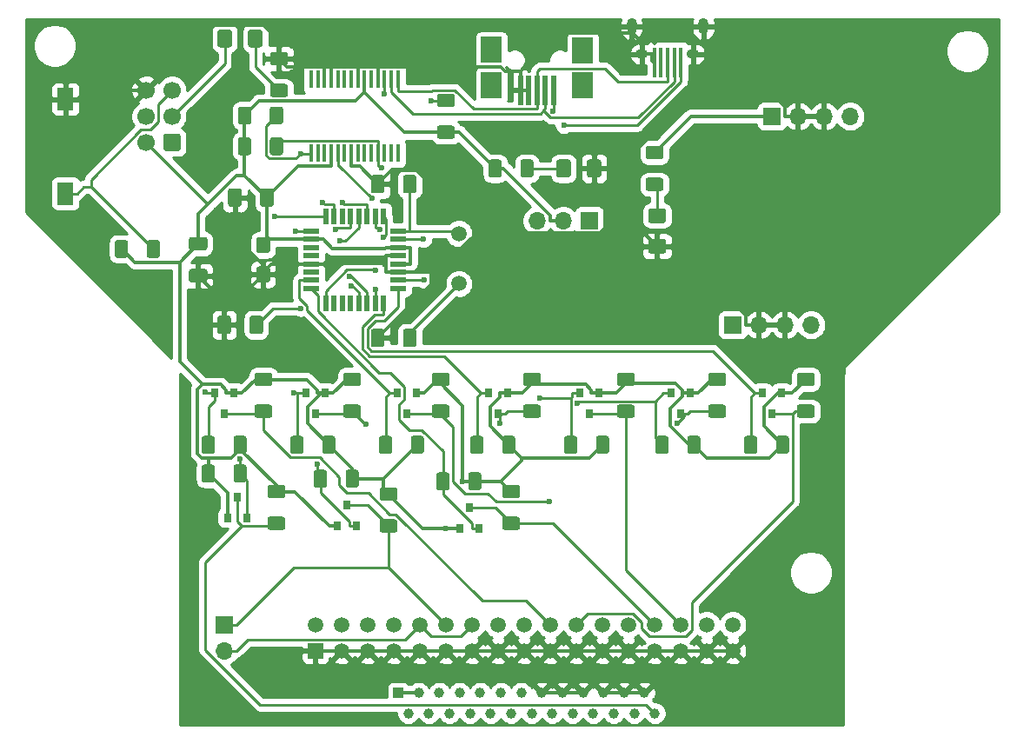
<source format=gtl>
%TF.GenerationSoftware,KiCad,Pcbnew,5.1.9+dfsg1-1~bpo10+1*%
%TF.CreationDate,2021-04-05T15:55:01+02:00*%
%TF.ProjectId,usbavrfloppy,75736261-7672-4666-9c6f-7070792e6b69,rev?*%
%TF.SameCoordinates,Original*%
%TF.FileFunction,Copper,L1,Top*%
%TF.FilePolarity,Positive*%
%FSLAX46Y46*%
G04 Gerber Fmt 4.6, Leading zero omitted, Abs format (unit mm)*
G04 Created by KiCad (PCBNEW 5.1.9+dfsg1-1~bpo10+1) date 2021-04-05 15:55:01*
%MOMM*%
%LPD*%
G01*
G04 APERTURE LIST*
%TA.AperFunction,ComponentPad*%
%ADD10C,1.700000*%
%TD*%
%TA.AperFunction,SMDPad,CuDef*%
%ADD11R,1.600000X2.180000*%
%TD*%
%TA.AperFunction,SMDPad,CuDef*%
%ADD12R,0.500380X3.000000*%
%TD*%
%TA.AperFunction,SMDPad,CuDef*%
%ADD13R,1.998980X2.499360*%
%TD*%
%TA.AperFunction,SMDPad,CuDef*%
%ADD14R,0.400000X3.000000*%
%TD*%
%TA.AperFunction,ComponentPad*%
%ADD15O,1.250000X0.950000*%
%TD*%
%TA.AperFunction,ComponentPad*%
%ADD16O,1.000000X1.550000*%
%TD*%
%TA.AperFunction,ComponentPad*%
%ADD17R,1.700000X1.700000*%
%TD*%
%TA.AperFunction,ComponentPad*%
%ADD18O,1.700000X1.700000*%
%TD*%
%TA.AperFunction,ComponentPad*%
%ADD19R,1.520000X1.520000*%
%TD*%
%TA.AperFunction,ComponentPad*%
%ADD20C,1.520000*%
%TD*%
%TA.AperFunction,ComponentPad*%
%ADD21C,1.000000*%
%TD*%
%TA.AperFunction,ComponentPad*%
%ADD22R,1.000000X1.000000*%
%TD*%
%TA.AperFunction,SMDPad,CuDef*%
%ADD23R,0.800000X0.900000*%
%TD*%
%TA.AperFunction,SMDPad,CuDef*%
%ADD24R,1.600000X0.550000*%
%TD*%
%TA.AperFunction,SMDPad,CuDef*%
%ADD25R,0.550000X1.600000*%
%TD*%
%TA.AperFunction,SMDPad,CuDef*%
%ADD26R,0.450000X1.750000*%
%TD*%
%TA.AperFunction,ComponentPad*%
%ADD27C,1.500000*%
%TD*%
%TA.AperFunction,ViaPad*%
%ADD28C,0.600000*%
%TD*%
%TA.AperFunction,Conductor*%
%ADD29C,0.350000*%
%TD*%
%TA.AperFunction,Conductor*%
%ADD30C,0.250000*%
%TD*%
%TA.AperFunction,Conductor*%
%ADD31C,0.254000*%
%TD*%
%TA.AperFunction,Conductor*%
%ADD32C,0.100000*%
%TD*%
G04 APERTURE END LIST*
D10*
%TO.P,CON1,6*%
%TO.N,GND*%
X116840000Y-66040000D03*
%TO.P,CON1,4*%
%TO.N,/MOSI*%
X116840000Y-68580000D03*
%TO.P,CON1,2*%
%TO.N,Vcc_FLOPPY*%
X116840000Y-71120000D03*
%TO.P,CON1,5*%
%TO.N,/~mRESET*%
X119380000Y-66040000D03*
%TO.P,CON1,3*%
%TO.N,/SCK*%
X119380000Y-68580000D03*
%TO.P,CON1,1*%
%TO.N,/MISO*%
%TA.AperFunction,ComponentPad*%
G36*
G01*
X120230000Y-70520000D02*
X120230000Y-71720000D01*
G75*
G02*
X119980000Y-71970000I-250000J0D01*
G01*
X118780000Y-71970000D01*
G75*
G02*
X118530000Y-71720000I0J250000D01*
G01*
X118530000Y-70520000D01*
G75*
G02*
X118780000Y-70270000I250000J0D01*
G01*
X119980000Y-70270000D01*
G75*
G02*
X120230000Y-70520000I0J-250000D01*
G01*
G37*
%TD.AperFunction*%
%TD*%
D11*
%TO.P,SW1,1*%
%TO.N,/~mRESET*%
X109000000Y-76090000D03*
%TO.P,SW1,2*%
%TO.N,GND*%
X109000000Y-66910000D03*
%TD*%
D12*
%TO.P,J5,2*%
%TO.N,/USBD-*%
X155740100Y-66027300D03*
D13*
%TO.P,J5,6*%
%TO.N,N/C*%
X159390080Y-62151260D03*
D12*
%TO.P,J5,1*%
%TO.N,VCC_USB*%
X156540200Y-66027300D03*
%TO.P,J5,3*%
%TO.N,/USBD+*%
X154940000Y-66027300D03*
%TO.P,J5,4*%
%TO.N,GND*%
X154139900Y-66027300D03*
%TO.P,J5,5*%
X153339800Y-66027300D03*
D13*
%TO.P,J5,6*%
%TO.N,N/C*%
X159390080Y-65580260D03*
X150489920Y-65580260D03*
X150495000Y-62103000D03*
%TD*%
D14*
%TO.P,J7,1*%
%TO.N,VCC_USB*%
X168945560Y-63350140D03*
%TO.P,J7,2*%
%TO.N,/USBD-*%
X168290900Y-63350000D03*
%TO.P,J7,3*%
%TO.N,/USBD+*%
X167640900Y-63350000D03*
%TO.P,J7,4*%
%TO.N,Net-(J7-Pad4)*%
X166990900Y-63350000D03*
%TO.P,J7,5*%
%TO.N,GND*%
X166340900Y-63350000D03*
D15*
%TO.P,J7,6*%
X170140900Y-62522540D03*
X165140900Y-62522540D03*
D16*
X171140900Y-59822540D03*
X164140900Y-59822540D03*
%TD*%
%TO.P,C1,2*%
%TO.N,Net-(C1-Pad2)*%
%TA.AperFunction,SMDPad,CuDef*%
G36*
G01*
X141870000Y-90820002D02*
X141870000Y-89519998D01*
G75*
G02*
X142119998Y-89270000I249998J0D01*
G01*
X142945002Y-89270000D01*
G75*
G02*
X143195000Y-89519998I0J-249998D01*
G01*
X143195000Y-90820002D01*
G75*
G02*
X142945002Y-91070000I-249998J0D01*
G01*
X142119998Y-91070000D01*
G75*
G02*
X141870000Y-90820002I0J249998D01*
G01*
G37*
%TD.AperFunction*%
%TO.P,C1,1*%
%TO.N,GND*%
%TA.AperFunction,SMDPad,CuDef*%
G36*
G01*
X138745000Y-90820002D02*
X138745000Y-89519998D01*
G75*
G02*
X138994998Y-89270000I249998J0D01*
G01*
X139820002Y-89270000D01*
G75*
G02*
X140070000Y-89519998I0J-249998D01*
G01*
X140070000Y-90820002D01*
G75*
G02*
X139820002Y-91070000I-249998J0D01*
G01*
X138994998Y-91070000D01*
G75*
G02*
X138745000Y-90820002I0J249998D01*
G01*
G37*
%TD.AperFunction*%
%TD*%
%TO.P,C2,1*%
%TO.N,GND*%
%TA.AperFunction,SMDPad,CuDef*%
G36*
G01*
X138745000Y-75834002D02*
X138745000Y-74533998D01*
G75*
G02*
X138994998Y-74284000I249998J0D01*
G01*
X139820002Y-74284000D01*
G75*
G02*
X140070000Y-74533998I0J-249998D01*
G01*
X140070000Y-75834002D01*
G75*
G02*
X139820002Y-76084000I-249998J0D01*
G01*
X138994998Y-76084000D01*
G75*
G02*
X138745000Y-75834002I0J249998D01*
G01*
G37*
%TD.AperFunction*%
%TO.P,C2,2*%
%TO.N,Net-(C2-Pad2)*%
%TA.AperFunction,SMDPad,CuDef*%
G36*
G01*
X141870000Y-75834002D02*
X141870000Y-74533998D01*
G75*
G02*
X142119998Y-74284000I249998J0D01*
G01*
X142945002Y-74284000D01*
G75*
G02*
X143195000Y-74533998I0J-249998D01*
G01*
X143195000Y-75834002D01*
G75*
G02*
X142945002Y-76084000I-249998J0D01*
G01*
X142119998Y-76084000D01*
G75*
G02*
X141870000Y-75834002I0J249998D01*
G01*
G37*
%TD.AperFunction*%
%TD*%
%TO.P,C3,2*%
%TO.N,GND*%
%TA.AperFunction,SMDPad,CuDef*%
G36*
G01*
X121269998Y-83450000D02*
X122570002Y-83450000D01*
G75*
G02*
X122820000Y-83699998I0J-249998D01*
G01*
X122820000Y-84525002D01*
G75*
G02*
X122570002Y-84775000I-249998J0D01*
G01*
X121269998Y-84775000D01*
G75*
G02*
X121020000Y-84525002I0J249998D01*
G01*
X121020000Y-83699998D01*
G75*
G02*
X121269998Y-83450000I249998J0D01*
G01*
G37*
%TD.AperFunction*%
%TO.P,C3,1*%
%TO.N,Vcc_FLOPPY*%
%TA.AperFunction,SMDPad,CuDef*%
G36*
G01*
X121269998Y-80325000D02*
X122570002Y-80325000D01*
G75*
G02*
X122820000Y-80574998I0J-249998D01*
G01*
X122820000Y-81400002D01*
G75*
G02*
X122570002Y-81650000I-249998J0D01*
G01*
X121269998Y-81650000D01*
G75*
G02*
X121020000Y-81400002I0J249998D01*
G01*
X121020000Y-80574998D01*
G75*
G02*
X121269998Y-80325000I249998J0D01*
G01*
G37*
%TD.AperFunction*%
%TD*%
%TO.P,C4,1*%
%TO.N,GND*%
%TA.AperFunction,SMDPad,CuDef*%
G36*
G01*
X123797000Y-89550002D02*
X123797000Y-88249998D01*
G75*
G02*
X124046998Y-88000000I249998J0D01*
G01*
X124872002Y-88000000D01*
G75*
G02*
X125122000Y-88249998I0J-249998D01*
G01*
X125122000Y-89550002D01*
G75*
G02*
X124872002Y-89800000I-249998J0D01*
G01*
X124046998Y-89800000D01*
G75*
G02*
X123797000Y-89550002I0J249998D01*
G01*
G37*
%TD.AperFunction*%
%TO.P,C4,2*%
%TO.N,Net-(C4-Pad2)*%
%TA.AperFunction,SMDPad,CuDef*%
G36*
G01*
X126922000Y-89550002D02*
X126922000Y-88249998D01*
G75*
G02*
X127171998Y-88000000I249998J0D01*
G01*
X127997002Y-88000000D01*
G75*
G02*
X128247000Y-88249998I0J-249998D01*
G01*
X128247000Y-89550002D01*
G75*
G02*
X127997002Y-89800000I-249998J0D01*
G01*
X127171998Y-89800000D01*
G75*
G02*
X126922000Y-89550002I0J249998D01*
G01*
G37*
%TD.AperFunction*%
%TD*%
%TO.P,C5,1*%
%TO.N,Vcc_FLOPPY*%
%TA.AperFunction,SMDPad,CuDef*%
G36*
G01*
X127844999Y-80325000D02*
X128695001Y-80325000D01*
G75*
G02*
X128945000Y-80574999I0J-249999D01*
G01*
X128945000Y-81650001D01*
G75*
G02*
X128695001Y-81900000I-249999J0D01*
G01*
X127844999Y-81900000D01*
G75*
G02*
X127595000Y-81650001I0J249999D01*
G01*
X127595000Y-80574999D01*
G75*
G02*
X127844999Y-80325000I249999J0D01*
G01*
G37*
%TD.AperFunction*%
%TO.P,C5,2*%
%TO.N,GND*%
%TA.AperFunction,SMDPad,CuDef*%
G36*
G01*
X127844999Y-83200000D02*
X128695001Y-83200000D01*
G75*
G02*
X128945000Y-83449999I0J-249999D01*
G01*
X128945000Y-84525001D01*
G75*
G02*
X128695001Y-84775000I-249999J0D01*
G01*
X127844999Y-84775000D01*
G75*
G02*
X127595000Y-84525001I0J249999D01*
G01*
X127595000Y-83449999D01*
G75*
G02*
X127844999Y-83200000I249999J0D01*
G01*
G37*
%TD.AperFunction*%
%TD*%
%TO.P,C6,1*%
%TO.N,Vcc_FLOPPY*%
%TA.AperFunction,SMDPad,CuDef*%
G36*
G01*
X129287000Y-75849998D02*
X129287000Y-77150002D01*
G75*
G02*
X129037002Y-77400000I-249998J0D01*
G01*
X128211998Y-77400000D01*
G75*
G02*
X127962000Y-77150002I0J249998D01*
G01*
X127962000Y-75849998D01*
G75*
G02*
X128211998Y-75600000I249998J0D01*
G01*
X129037002Y-75600000D01*
G75*
G02*
X129287000Y-75849998I0J-249998D01*
G01*
G37*
%TD.AperFunction*%
%TO.P,C6,2*%
%TO.N,GND*%
%TA.AperFunction,SMDPad,CuDef*%
G36*
G01*
X126162000Y-75849998D02*
X126162000Y-77150002D01*
G75*
G02*
X125912002Y-77400000I-249998J0D01*
G01*
X125086998Y-77400000D01*
G75*
G02*
X124837000Y-77150002I0J249998D01*
G01*
X124837000Y-75849998D01*
G75*
G02*
X125086998Y-75600000I249998J0D01*
G01*
X125912002Y-75600000D01*
G75*
G02*
X126162000Y-75849998I0J-249998D01*
G01*
G37*
%TD.AperFunction*%
%TD*%
%TO.P,D1,1*%
%TO.N,Net-(D1-Pad1)*%
%TA.AperFunction,SMDPad,CuDef*%
G36*
G01*
X128200000Y-60375000D02*
X128200000Y-61625000D01*
G75*
G02*
X127950000Y-61875000I-250000J0D01*
G01*
X127025000Y-61875000D01*
G75*
G02*
X126775000Y-61625000I0J250000D01*
G01*
X126775000Y-60375000D01*
G75*
G02*
X127025000Y-60125000I250000J0D01*
G01*
X127950000Y-60125000D01*
G75*
G02*
X128200000Y-60375000I0J-250000D01*
G01*
G37*
%TD.AperFunction*%
%TO.P,D1,2*%
%TO.N,/SCK*%
%TA.AperFunction,SMDPad,CuDef*%
G36*
G01*
X125225000Y-60375000D02*
X125225000Y-61625000D01*
G75*
G02*
X124975000Y-61875000I-250000J0D01*
G01*
X124050000Y-61875000D01*
G75*
G02*
X123800000Y-61625000I0J250000D01*
G01*
X123800000Y-60375000D01*
G75*
G02*
X124050000Y-60125000I250000J0D01*
G01*
X124975000Y-60125000D01*
G75*
G02*
X125225000Y-60375000I0J-250000D01*
G01*
G37*
%TD.AperFunction*%
%TD*%
%TO.P,D2,1*%
%TO.N,GND*%
%TA.AperFunction,SMDPad,CuDef*%
G36*
G01*
X167249000Y-81956000D02*
X165999000Y-81956000D01*
G75*
G02*
X165749000Y-81706000I0J250000D01*
G01*
X165749000Y-80781000D01*
G75*
G02*
X165999000Y-80531000I250000J0D01*
G01*
X167249000Y-80531000D01*
G75*
G02*
X167499000Y-80781000I0J-250000D01*
G01*
X167499000Y-81706000D01*
G75*
G02*
X167249000Y-81956000I-250000J0D01*
G01*
G37*
%TD.AperFunction*%
%TO.P,D2,2*%
%TO.N,Net-(D2-Pad2)*%
%TA.AperFunction,SMDPad,CuDef*%
G36*
G01*
X167249000Y-78981000D02*
X165999000Y-78981000D01*
G75*
G02*
X165749000Y-78731000I0J250000D01*
G01*
X165749000Y-77806000D01*
G75*
G02*
X165999000Y-77556000I250000J0D01*
G01*
X167249000Y-77556000D01*
G75*
G02*
X167499000Y-77806000I0J-250000D01*
G01*
X167499000Y-78731000D01*
G75*
G02*
X167249000Y-78981000I-250000J0D01*
G01*
G37*
%TD.AperFunction*%
%TD*%
%TO.P,D3,2*%
%TO.N,Net-(D3-Pad2)*%
%TA.AperFunction,SMDPad,CuDef*%
G36*
G01*
X158229000Y-73035000D02*
X158229000Y-74285000D01*
G75*
G02*
X157979000Y-74535000I-250000J0D01*
G01*
X157054000Y-74535000D01*
G75*
G02*
X156804000Y-74285000I0J250000D01*
G01*
X156804000Y-73035000D01*
G75*
G02*
X157054000Y-72785000I250000J0D01*
G01*
X157979000Y-72785000D01*
G75*
G02*
X158229000Y-73035000I0J-250000D01*
G01*
G37*
%TD.AperFunction*%
%TO.P,D3,1*%
%TO.N,GND*%
%TA.AperFunction,SMDPad,CuDef*%
G36*
G01*
X161204000Y-73035000D02*
X161204000Y-74285000D01*
G75*
G02*
X160954000Y-74535000I-250000J0D01*
G01*
X160029000Y-74535000D01*
G75*
G02*
X159779000Y-74285000I0J250000D01*
G01*
X159779000Y-73035000D01*
G75*
G02*
X160029000Y-72785000I250000J0D01*
G01*
X160954000Y-72785000D01*
G75*
G02*
X161204000Y-73035000I0J-250000D01*
G01*
G37*
%TD.AperFunction*%
%TD*%
D17*
%TO.P,J1,1*%
%TO.N,/~MOTEB*%
X124460000Y-118110000D03*
D18*
%TO.P,J1,2*%
%TO.N,Net-(J1-Pad2)*%
X124460000Y-120650000D03*
%TD*%
D19*
%TO.P,J2,1*%
%TO.N,GND*%
X133350000Y-120650000D03*
D20*
%TO.P,J2,2*%
%TO.N,Net-(J2-Pad2)*%
X133350000Y-118110000D03*
%TO.P,J2,3*%
%TO.N,GND*%
X135890000Y-120650000D03*
%TO.P,J2,4*%
%TO.N,Net-(J2-Pad4)*%
X135890000Y-118110000D03*
%TO.P,J2,5*%
%TO.N,GND*%
X138430000Y-120650000D03*
%TO.P,J2,6*%
%TO.N,Net-(J2-Pad6)*%
X138430000Y-118110000D03*
%TO.P,J2,7*%
%TO.N,GND*%
X140970000Y-120650000D03*
%TO.P,J2,8*%
%TO.N,/~INDEX*%
X140970000Y-118110000D03*
%TO.P,J2,9*%
%TO.N,GND*%
X143510000Y-120650000D03*
%TO.P,J2,10*%
%TO.N,Net-(J1-Pad2)*%
X143510000Y-118110000D03*
%TO.P,J2,11*%
%TO.N,GND*%
X146050000Y-120650000D03*
%TO.P,J2,12*%
%TO.N,/~MOTEB*%
X146050000Y-118110000D03*
%TO.P,J2,13*%
%TO.N,GND*%
X148590000Y-120650000D03*
%TO.P,J2,14*%
%TO.N,Net-(J1-Pad2)*%
X148590000Y-118110000D03*
%TO.P,J2,15*%
%TO.N,GND*%
X151130000Y-120650000D03*
%TO.P,J2,16*%
%TO.N,/~MOTEB*%
X151130000Y-118110000D03*
%TO.P,J2,17*%
%TO.N,GND*%
X153670000Y-120650000D03*
%TO.P,J2,18*%
%TO.N,/~DIR*%
X153670000Y-118110000D03*
%TO.P,J2,19*%
%TO.N,GND*%
X156210000Y-120650000D03*
%TO.P,J2,20*%
%TO.N,/~STEP*%
X156210000Y-118110000D03*
%TO.P,J2,21*%
%TO.N,GND*%
X158750000Y-120650000D03*
%TO.P,J2,22*%
%TO.N,/~WDATA*%
X158750000Y-118110000D03*
%TO.P,J2,23*%
%TO.N,GND*%
X161290000Y-120650000D03*
%TO.P,J2,24*%
%TO.N,/~WGATE*%
X161290000Y-118110000D03*
%TO.P,J2,25*%
%TO.N,GND*%
X163830000Y-120650000D03*
%TO.P,J2,26*%
%TO.N,/~TRK0*%
X163830000Y-118110000D03*
%TO.P,J2,27*%
%TO.N,GND*%
X166370000Y-120650000D03*
%TO.P,J2,28*%
%TO.N,/~WPROT*%
X166370000Y-118110000D03*
%TO.P,J2,29*%
%TO.N,GND*%
X168910000Y-120650000D03*
%TO.P,J2,30*%
%TO.N,/~RDATA*%
X168910000Y-118110000D03*
%TO.P,J2,31*%
%TO.N,GND*%
X171450000Y-120650000D03*
%TO.P,J2,32*%
%TO.N,/~SIDE1*%
X171450000Y-118110000D03*
%TO.P,J2,33*%
%TO.N,GND*%
X173990000Y-120650000D03*
%TO.P,J2,34*%
%TO.N,Net-(J2-Pad34)*%
X173990000Y-118110000D03*
%TD*%
D17*
%TO.P,J3,1*%
%TO.N,VCC*%
X173990000Y-88900000D03*
D18*
%TO.P,J3,2*%
%TO.N,GND*%
X176530000Y-88900000D03*
%TO.P,J3,3*%
X179070000Y-88900000D03*
%TO.P,J3,4*%
%TO.N,+12V*%
X181610000Y-88900000D03*
%TD*%
D21*
%TO.P,J4,2*%
%TO.N,/~INDEX*%
X142400000Y-126730000D03*
%TO.P,J4,4*%
%TO.N,/~MOTEB*%
X144400000Y-126730000D03*
%TO.P,J4,6*%
%TO.N,Net-(J4-Pad6)*%
X146400000Y-126730000D03*
%TO.P,J4,8*%
%TO.N,Net-(J4-Pad8)*%
X148400000Y-126730000D03*
%TO.P,J4,10*%
%TO.N,/~MOTEB*%
X150400000Y-126730000D03*
%TO.P,J4,12*%
%TO.N,/~DIR*%
X152400000Y-126730000D03*
%TO.P,J4,14*%
%TO.N,/~STEP*%
X154400000Y-126730000D03*
%TO.P,J4,16*%
%TO.N,/~WDATA*%
X156400000Y-126730000D03*
%TO.P,J4,18*%
%TO.N,/~WGATE*%
X158400000Y-126730000D03*
%TO.P,J4,20*%
%TO.N,/~TRK0*%
X160400000Y-126730000D03*
%TO.P,J4,22*%
%TO.N,/~WPROT*%
X162400000Y-126730000D03*
%TO.P,J4,24*%
%TO.N,/~RDATA*%
X164400000Y-126730000D03*
%TO.P,J4,26*%
%TO.N,/~SIDE1*%
X166400000Y-126730000D03*
D22*
%TO.P,J4,1*%
%TO.N,Vcc_FLOPPY*%
X141400000Y-124730000D03*
D21*
%TO.P,J4,3*%
X143400000Y-124730000D03*
%TO.P,J4,5*%
X145400000Y-124730000D03*
%TO.P,J4,7*%
%TO.N,Net-(J4-Pad7)*%
X147400000Y-124730000D03*
%TO.P,J4,9*%
%TO.N,Net-(J4-Pad9)*%
X149400000Y-124730000D03*
%TO.P,J4,11*%
%TO.N,Net-(J4-Pad11)*%
X151400000Y-124730000D03*
%TO.P,J4,13*%
%TO.N,Net-(J4-Pad13)*%
X153400000Y-124730000D03*
%TO.P,J4,15*%
%TO.N,GND*%
X155400000Y-124730000D03*
%TO.P,J4,17*%
X157400000Y-124730000D03*
%TO.P,J4,19*%
X159400000Y-124730000D03*
%TO.P,J4,21*%
X161400000Y-124730000D03*
%TO.P,J4,23*%
X163400000Y-124730000D03*
%TO.P,J4,25*%
X165400000Y-124730000D03*
%TD*%
D17*
%TO.P,J6,1*%
%TO.N,+12V*%
X177800000Y-68580000D03*
D18*
%TO.P,J6,2*%
%TO.N,GND*%
X180340000Y-68580000D03*
%TO.P,J6,3*%
X182880000Y-68580000D03*
%TO.P,J6,4*%
%TO.N,VCC*%
X185420000Y-68580000D03*
%TD*%
D17*
%TO.P,P1,1*%
%TO.N,VCC*%
X160020000Y-78740000D03*
D18*
%TO.P,P1,2*%
%TO.N,Vcc_FLOPPY*%
X157480000Y-78740000D03*
%TO.P,P1,3*%
%TO.N,VCC_USB*%
X154940000Y-78740000D03*
%TD*%
D23*
%TO.P,Q1,3*%
%TO.N,/~STEP*%
X124460000Y-97520000D03*
%TO.P,Q1,2*%
%TO.N,/~mSTEP*%
X123510000Y-95520000D03*
%TO.P,Q1,1*%
%TO.N,Vcc_FLOPPY*%
X125410000Y-95520000D03*
%TD*%
%TO.P,Q2,1*%
%TO.N,Vcc_FLOPPY*%
X134300000Y-95520000D03*
%TO.P,Q2,2*%
%TO.N,/~mTRK0*%
X132400000Y-95520000D03*
%TO.P,Q2,3*%
%TO.N,/~TRK0*%
X133350000Y-97520000D03*
%TD*%
%TO.P,Q3,3*%
%TO.N,/~WGATE*%
X142240000Y-97520000D03*
%TO.P,Q3,2*%
%TO.N,/~mWGATE*%
X141290000Y-95520000D03*
%TO.P,Q3,1*%
%TO.N,Vcc_FLOPPY*%
X143190000Y-95520000D03*
%TD*%
%TO.P,Q4,1*%
%TO.N,Vcc_FLOPPY*%
X152080000Y-95520000D03*
%TO.P,Q4,2*%
%TO.N,/~mINDEX*%
X150180000Y-95520000D03*
%TO.P,Q4,3*%
%TO.N,/~INDEX*%
X151130000Y-97520000D03*
%TD*%
%TO.P,Q5,1*%
%TO.N,Vcc_FLOPPY*%
X160970000Y-95520000D03*
%TO.P,Q5,2*%
%TO.N,/~mRDATA*%
X159070000Y-95520000D03*
%TO.P,Q5,3*%
%TO.N,/~RDATA*%
X160020000Y-97520000D03*
%TD*%
%TO.P,Q6,1*%
%TO.N,Vcc_FLOPPY*%
X169860000Y-95520000D03*
%TO.P,Q6,2*%
%TO.N,/~mDIR*%
X167960000Y-95520000D03*
%TO.P,Q6,3*%
%TO.N,/~DIR*%
X168910000Y-97520000D03*
%TD*%
%TO.P,Q7,3*%
%TO.N,/~WDATA*%
X177800000Y-97520000D03*
%TO.P,Q7,2*%
%TO.N,/~mWDATA*%
X176850000Y-95520000D03*
%TO.P,Q7,1*%
%TO.N,Vcc_FLOPPY*%
X178750000Y-95520000D03*
%TD*%
%TO.P,Q8,3*%
%TO.N,/~SIDE1*%
X125730000Y-105680000D03*
%TO.P,Q8,2*%
%TO.N,/~mHSEL*%
X126680000Y-107680000D03*
%TO.P,Q8,1*%
%TO.N,Vcc_FLOPPY*%
X124780000Y-107680000D03*
%TD*%
%TO.P,Q9,3*%
%TO.N,/~MOTEB*%
X136398000Y-106442000D03*
%TO.P,Q9,2*%
%TO.N,/~mMOTEN*%
X137348000Y-108442000D03*
%TO.P,Q9,1*%
%TO.N,Vcc_FLOPPY*%
X135448000Y-108442000D03*
%TD*%
%TO.P,Q10,1*%
%TO.N,Vcc_FLOPPY*%
X147386000Y-108696000D03*
%TO.P,Q10,2*%
%TO.N,/~mWPROTECT*%
X149286000Y-108696000D03*
%TO.P,Q10,3*%
%TO.N,/~WPROT*%
X148336000Y-106696000D03*
%TD*%
%TO.P,R1,2*%
%TO.N,GND*%
%TA.AperFunction,SMDPad,CuDef*%
G36*
G01*
X130419001Y-63616000D02*
X129168999Y-63616000D01*
G75*
G02*
X128919000Y-63366001I0J249999D01*
G01*
X128919000Y-62565999D01*
G75*
G02*
X129168999Y-62316000I249999J0D01*
G01*
X130419001Y-62316000D01*
G75*
G02*
X130669000Y-62565999I0J-249999D01*
G01*
X130669000Y-63366001D01*
G75*
G02*
X130419001Y-63616000I-249999J0D01*
G01*
G37*
%TD.AperFunction*%
%TO.P,R1,1*%
%TO.N,Net-(D1-Pad1)*%
%TA.AperFunction,SMDPad,CuDef*%
G36*
G01*
X130419001Y-66716000D02*
X129168999Y-66716000D01*
G75*
G02*
X128919000Y-66466001I0J249999D01*
G01*
X128919000Y-65665999D01*
G75*
G02*
X129168999Y-65416000I249999J0D01*
G01*
X130419001Y-65416000D01*
G75*
G02*
X130669000Y-65665999I0J-249999D01*
G01*
X130669000Y-66466001D01*
G75*
G02*
X130419001Y-66716000I-249999J0D01*
G01*
G37*
%TD.AperFunction*%
%TD*%
%TO.P,R2,1*%
%TO.N,Vcc_FLOPPY*%
%TA.AperFunction,SMDPad,CuDef*%
G36*
G01*
X126660000Y-99958999D02*
X126660000Y-101209001D01*
G75*
G02*
X126410001Y-101459000I-249999J0D01*
G01*
X125609999Y-101459000D01*
G75*
G02*
X125360000Y-101209001I0J249999D01*
G01*
X125360000Y-99958999D01*
G75*
G02*
X125609999Y-99709000I249999J0D01*
G01*
X126410001Y-99709000D01*
G75*
G02*
X126660000Y-99958999I0J-249999D01*
G01*
G37*
%TD.AperFunction*%
%TO.P,R2,2*%
%TO.N,/~mSTEP*%
%TA.AperFunction,SMDPad,CuDef*%
G36*
G01*
X123560000Y-99958999D02*
X123560000Y-101209001D01*
G75*
G02*
X123310001Y-101459000I-249999J0D01*
G01*
X122509999Y-101459000D01*
G75*
G02*
X122260000Y-101209001I0J249999D01*
G01*
X122260000Y-99958999D01*
G75*
G02*
X122509999Y-99709000I249999J0D01*
G01*
X123310001Y-99709000D01*
G75*
G02*
X123560000Y-99958999I0J-249999D01*
G01*
G37*
%TD.AperFunction*%
%TD*%
%TO.P,R3,2*%
%TO.N,/~STEP*%
%TA.AperFunction,SMDPad,CuDef*%
G36*
G01*
X127644999Y-96658000D02*
X128895001Y-96658000D01*
G75*
G02*
X129145000Y-96907999I0J-249999D01*
G01*
X129145000Y-97708001D01*
G75*
G02*
X128895001Y-97958000I-249999J0D01*
G01*
X127644999Y-97958000D01*
G75*
G02*
X127395000Y-97708001I0J249999D01*
G01*
X127395000Y-96907999D01*
G75*
G02*
X127644999Y-96658000I249999J0D01*
G01*
G37*
%TD.AperFunction*%
%TO.P,R3,1*%
%TO.N,Vcc_FLOPPY*%
%TA.AperFunction,SMDPad,CuDef*%
G36*
G01*
X127644999Y-93558000D02*
X128895001Y-93558000D01*
G75*
G02*
X129145000Y-93807999I0J-249999D01*
G01*
X129145000Y-94608001D01*
G75*
G02*
X128895001Y-94858000I-249999J0D01*
G01*
X127644999Y-94858000D01*
G75*
G02*
X127395000Y-94608001I0J249999D01*
G01*
X127395000Y-93807999D01*
G75*
G02*
X127644999Y-93558000I249999J0D01*
G01*
G37*
%TD.AperFunction*%
%TD*%
%TO.P,R4,2*%
%TO.N,/~mTRK0*%
%TA.AperFunction,SMDPad,CuDef*%
G36*
G01*
X132196000Y-99958999D02*
X132196000Y-101209001D01*
G75*
G02*
X131946001Y-101459000I-249999J0D01*
G01*
X131145999Y-101459000D01*
G75*
G02*
X130896000Y-101209001I0J249999D01*
G01*
X130896000Y-99958999D01*
G75*
G02*
X131145999Y-99709000I249999J0D01*
G01*
X131946001Y-99709000D01*
G75*
G02*
X132196000Y-99958999I0J-249999D01*
G01*
G37*
%TD.AperFunction*%
%TO.P,R4,1*%
%TO.N,Vcc_FLOPPY*%
%TA.AperFunction,SMDPad,CuDef*%
G36*
G01*
X135296000Y-99958999D02*
X135296000Y-101209001D01*
G75*
G02*
X135046001Y-101459000I-249999J0D01*
G01*
X134245999Y-101459000D01*
G75*
G02*
X133996000Y-101209001I0J249999D01*
G01*
X133996000Y-99958999D01*
G75*
G02*
X134245999Y-99709000I249999J0D01*
G01*
X135046001Y-99709000D01*
G75*
G02*
X135296000Y-99958999I0J-249999D01*
G01*
G37*
%TD.AperFunction*%
%TD*%
%TO.P,R5,1*%
%TO.N,Vcc_FLOPPY*%
%TA.AperFunction,SMDPad,CuDef*%
G36*
G01*
X143932000Y-99958999D02*
X143932000Y-101209001D01*
G75*
G02*
X143682001Y-101459000I-249999J0D01*
G01*
X142881999Y-101459000D01*
G75*
G02*
X142632000Y-101209001I0J249999D01*
G01*
X142632000Y-99958999D01*
G75*
G02*
X142881999Y-99709000I249999J0D01*
G01*
X143682001Y-99709000D01*
G75*
G02*
X143932000Y-99958999I0J-249999D01*
G01*
G37*
%TD.AperFunction*%
%TO.P,R5,2*%
%TO.N,/~mWGATE*%
%TA.AperFunction,SMDPad,CuDef*%
G36*
G01*
X140832000Y-99958999D02*
X140832000Y-101209001D01*
G75*
G02*
X140582001Y-101459000I-249999J0D01*
G01*
X139781999Y-101459000D01*
G75*
G02*
X139532000Y-101209001I0J249999D01*
G01*
X139532000Y-99958999D01*
G75*
G02*
X139781999Y-99709000I249999J0D01*
G01*
X140582001Y-99709000D01*
G75*
G02*
X140832000Y-99958999I0J-249999D01*
G01*
G37*
%TD.AperFunction*%
%TD*%
%TO.P,R6,2*%
%TO.N,/~mINDEX*%
%TA.AperFunction,SMDPad,CuDef*%
G36*
G01*
X149722000Y-99958999D02*
X149722000Y-101209001D01*
G75*
G02*
X149472001Y-101459000I-249999J0D01*
G01*
X148671999Y-101459000D01*
G75*
G02*
X148422000Y-101209001I0J249999D01*
G01*
X148422000Y-99958999D01*
G75*
G02*
X148671999Y-99709000I249999J0D01*
G01*
X149472001Y-99709000D01*
G75*
G02*
X149722000Y-99958999I0J-249999D01*
G01*
G37*
%TD.AperFunction*%
%TO.P,R6,1*%
%TO.N,Vcc_FLOPPY*%
%TA.AperFunction,SMDPad,CuDef*%
G36*
G01*
X152822000Y-99958999D02*
X152822000Y-101209001D01*
G75*
G02*
X152572001Y-101459000I-249999J0D01*
G01*
X151771999Y-101459000D01*
G75*
G02*
X151522000Y-101209001I0J249999D01*
G01*
X151522000Y-99958999D01*
G75*
G02*
X151771999Y-99709000I249999J0D01*
G01*
X152572001Y-99709000D01*
G75*
G02*
X152822000Y-99958999I0J-249999D01*
G01*
G37*
%TD.AperFunction*%
%TD*%
%TO.P,R7,1*%
%TO.N,Vcc_FLOPPY*%
%TA.AperFunction,SMDPad,CuDef*%
G36*
G01*
X161966000Y-99958999D02*
X161966000Y-101209001D01*
G75*
G02*
X161716001Y-101459000I-249999J0D01*
G01*
X160915999Y-101459000D01*
G75*
G02*
X160666000Y-101209001I0J249999D01*
G01*
X160666000Y-99958999D01*
G75*
G02*
X160915999Y-99709000I249999J0D01*
G01*
X161716001Y-99709000D01*
G75*
G02*
X161966000Y-99958999I0J-249999D01*
G01*
G37*
%TD.AperFunction*%
%TO.P,R7,2*%
%TO.N,/~mRDATA*%
%TA.AperFunction,SMDPad,CuDef*%
G36*
G01*
X158866000Y-99958999D02*
X158866000Y-101209001D01*
G75*
G02*
X158616001Y-101459000I-249999J0D01*
G01*
X157815999Y-101459000D01*
G75*
G02*
X157566000Y-101209001I0J249999D01*
G01*
X157566000Y-99958999D01*
G75*
G02*
X157815999Y-99709000I249999J0D01*
G01*
X158616001Y-99709000D01*
G75*
G02*
X158866000Y-99958999I0J-249999D01*
G01*
G37*
%TD.AperFunction*%
%TD*%
%TO.P,R8,1*%
%TO.N,Vcc_FLOPPY*%
%TA.AperFunction,SMDPad,CuDef*%
G36*
G01*
X170856000Y-99958999D02*
X170856000Y-101209001D01*
G75*
G02*
X170606001Y-101459000I-249999J0D01*
G01*
X169805999Y-101459000D01*
G75*
G02*
X169556000Y-101209001I0J249999D01*
G01*
X169556000Y-99958999D01*
G75*
G02*
X169805999Y-99709000I249999J0D01*
G01*
X170606001Y-99709000D01*
G75*
G02*
X170856000Y-99958999I0J-249999D01*
G01*
G37*
%TD.AperFunction*%
%TO.P,R8,2*%
%TO.N,/~mDIR*%
%TA.AperFunction,SMDPad,CuDef*%
G36*
G01*
X167756000Y-99958999D02*
X167756000Y-101209001D01*
G75*
G02*
X167506001Y-101459000I-249999J0D01*
G01*
X166705999Y-101459000D01*
G75*
G02*
X166456000Y-101209001I0J249999D01*
G01*
X166456000Y-99958999D01*
G75*
G02*
X166705999Y-99709000I249999J0D01*
G01*
X167506001Y-99709000D01*
G75*
G02*
X167756000Y-99958999I0J-249999D01*
G01*
G37*
%TD.AperFunction*%
%TD*%
%TO.P,R9,1*%
%TO.N,Vcc_FLOPPY*%
%TA.AperFunction,SMDPad,CuDef*%
G36*
G01*
X136280999Y-93558000D02*
X137531001Y-93558000D01*
G75*
G02*
X137781000Y-93807999I0J-249999D01*
G01*
X137781000Y-94608001D01*
G75*
G02*
X137531001Y-94858000I-249999J0D01*
G01*
X136280999Y-94858000D01*
G75*
G02*
X136031000Y-94608001I0J249999D01*
G01*
X136031000Y-93807999D01*
G75*
G02*
X136280999Y-93558000I249999J0D01*
G01*
G37*
%TD.AperFunction*%
%TO.P,R9,2*%
%TO.N,/~TRK0*%
%TA.AperFunction,SMDPad,CuDef*%
G36*
G01*
X136280999Y-96658000D02*
X137531001Y-96658000D01*
G75*
G02*
X137781000Y-96907999I0J-249999D01*
G01*
X137781000Y-97708001D01*
G75*
G02*
X137531001Y-97958000I-249999J0D01*
G01*
X136280999Y-97958000D01*
G75*
G02*
X136031000Y-97708001I0J249999D01*
G01*
X136031000Y-96907999D01*
G75*
G02*
X136280999Y-96658000I249999J0D01*
G01*
G37*
%TD.AperFunction*%
%TD*%
%TO.P,R10,1*%
%TO.N,Vcc_FLOPPY*%
%TA.AperFunction,SMDPad,CuDef*%
G36*
G01*
X144916999Y-93558000D02*
X146167001Y-93558000D01*
G75*
G02*
X146417000Y-93807999I0J-249999D01*
G01*
X146417000Y-94608001D01*
G75*
G02*
X146167001Y-94858000I-249999J0D01*
G01*
X144916999Y-94858000D01*
G75*
G02*
X144667000Y-94608001I0J249999D01*
G01*
X144667000Y-93807999D01*
G75*
G02*
X144916999Y-93558000I249999J0D01*
G01*
G37*
%TD.AperFunction*%
%TO.P,R10,2*%
%TO.N,/~WGATE*%
%TA.AperFunction,SMDPad,CuDef*%
G36*
G01*
X144916999Y-96658000D02*
X146167001Y-96658000D01*
G75*
G02*
X146417000Y-96907999I0J-249999D01*
G01*
X146417000Y-97708001D01*
G75*
G02*
X146167001Y-97958000I-249999J0D01*
G01*
X144916999Y-97958000D01*
G75*
G02*
X144667000Y-97708001I0J249999D01*
G01*
X144667000Y-96907999D01*
G75*
G02*
X144916999Y-96658000I249999J0D01*
G01*
G37*
%TD.AperFunction*%
%TD*%
%TO.P,R11,1*%
%TO.N,Vcc_FLOPPY*%
%TA.AperFunction,SMDPad,CuDef*%
G36*
G01*
X153806999Y-93558000D02*
X155057001Y-93558000D01*
G75*
G02*
X155307000Y-93807999I0J-249999D01*
G01*
X155307000Y-94608001D01*
G75*
G02*
X155057001Y-94858000I-249999J0D01*
G01*
X153806999Y-94858000D01*
G75*
G02*
X153557000Y-94608001I0J249999D01*
G01*
X153557000Y-93807999D01*
G75*
G02*
X153806999Y-93558000I249999J0D01*
G01*
G37*
%TD.AperFunction*%
%TO.P,R11,2*%
%TO.N,/~INDEX*%
%TA.AperFunction,SMDPad,CuDef*%
G36*
G01*
X153806999Y-96658000D02*
X155057001Y-96658000D01*
G75*
G02*
X155307000Y-96907999I0J-249999D01*
G01*
X155307000Y-97708001D01*
G75*
G02*
X155057001Y-97958000I-249999J0D01*
G01*
X153806999Y-97958000D01*
G75*
G02*
X153557000Y-97708001I0J249999D01*
G01*
X153557000Y-96907999D01*
G75*
G02*
X153806999Y-96658000I249999J0D01*
G01*
G37*
%TD.AperFunction*%
%TD*%
%TO.P,R12,2*%
%TO.N,/~RDATA*%
%TA.AperFunction,SMDPad,CuDef*%
G36*
G01*
X162950999Y-96658000D02*
X164201001Y-96658000D01*
G75*
G02*
X164451000Y-96907999I0J-249999D01*
G01*
X164451000Y-97708001D01*
G75*
G02*
X164201001Y-97958000I-249999J0D01*
G01*
X162950999Y-97958000D01*
G75*
G02*
X162701000Y-97708001I0J249999D01*
G01*
X162701000Y-96907999D01*
G75*
G02*
X162950999Y-96658000I249999J0D01*
G01*
G37*
%TD.AperFunction*%
%TO.P,R12,1*%
%TO.N,Vcc_FLOPPY*%
%TA.AperFunction,SMDPad,CuDef*%
G36*
G01*
X162950999Y-93558000D02*
X164201001Y-93558000D01*
G75*
G02*
X164451000Y-93807999I0J-249999D01*
G01*
X164451000Y-94608001D01*
G75*
G02*
X164201001Y-94858000I-249999J0D01*
G01*
X162950999Y-94858000D01*
G75*
G02*
X162701000Y-94608001I0J249999D01*
G01*
X162701000Y-93807999D01*
G75*
G02*
X162950999Y-93558000I249999J0D01*
G01*
G37*
%TD.AperFunction*%
%TD*%
%TO.P,R13,2*%
%TO.N,/~DIR*%
%TA.AperFunction,SMDPad,CuDef*%
G36*
G01*
X171840999Y-96658000D02*
X173091001Y-96658000D01*
G75*
G02*
X173341000Y-96907999I0J-249999D01*
G01*
X173341000Y-97708001D01*
G75*
G02*
X173091001Y-97958000I-249999J0D01*
G01*
X171840999Y-97958000D01*
G75*
G02*
X171591000Y-97708001I0J249999D01*
G01*
X171591000Y-96907999D01*
G75*
G02*
X171840999Y-96658000I249999J0D01*
G01*
G37*
%TD.AperFunction*%
%TO.P,R13,1*%
%TO.N,Vcc_FLOPPY*%
%TA.AperFunction,SMDPad,CuDef*%
G36*
G01*
X171840999Y-93558000D02*
X173091001Y-93558000D01*
G75*
G02*
X173341000Y-93807999I0J-249999D01*
G01*
X173341000Y-94608001D01*
G75*
G02*
X173091001Y-94858000I-249999J0D01*
G01*
X171840999Y-94858000D01*
G75*
G02*
X171591000Y-94608001I0J249999D01*
G01*
X171591000Y-93807999D01*
G75*
G02*
X171840999Y-93558000I249999J0D01*
G01*
G37*
%TD.AperFunction*%
%TD*%
%TO.P,R14,2*%
%TO.N,/~mWDATA*%
%TA.AperFunction,SMDPad,CuDef*%
G36*
G01*
X176392000Y-99958999D02*
X176392000Y-101209001D01*
G75*
G02*
X176142001Y-101459000I-249999J0D01*
G01*
X175341999Y-101459000D01*
G75*
G02*
X175092000Y-101209001I0J249999D01*
G01*
X175092000Y-99958999D01*
G75*
G02*
X175341999Y-99709000I249999J0D01*
G01*
X176142001Y-99709000D01*
G75*
G02*
X176392000Y-99958999I0J-249999D01*
G01*
G37*
%TD.AperFunction*%
%TO.P,R14,1*%
%TO.N,Vcc_FLOPPY*%
%TA.AperFunction,SMDPad,CuDef*%
G36*
G01*
X179492000Y-99958999D02*
X179492000Y-101209001D01*
G75*
G02*
X179242001Y-101459000I-249999J0D01*
G01*
X178441999Y-101459000D01*
G75*
G02*
X178192000Y-101209001I0J249999D01*
G01*
X178192000Y-99958999D01*
G75*
G02*
X178441999Y-99709000I249999J0D01*
G01*
X179242001Y-99709000D01*
G75*
G02*
X179492000Y-99958999I0J-249999D01*
G01*
G37*
%TD.AperFunction*%
%TD*%
%TO.P,R15,1*%
%TO.N,Vcc_FLOPPY*%
%TA.AperFunction,SMDPad,CuDef*%
G36*
G01*
X122260000Y-104003001D02*
X122260000Y-102752999D01*
G75*
G02*
X122509999Y-102503000I249999J0D01*
G01*
X123310001Y-102503000D01*
G75*
G02*
X123560000Y-102752999I0J-249999D01*
G01*
X123560000Y-104003001D01*
G75*
G02*
X123310001Y-104253000I-249999J0D01*
G01*
X122509999Y-104253000D01*
G75*
G02*
X122260000Y-104003001I0J249999D01*
G01*
G37*
%TD.AperFunction*%
%TO.P,R15,2*%
%TO.N,/~mHSEL*%
%TA.AperFunction,SMDPad,CuDef*%
G36*
G01*
X125360000Y-104003001D02*
X125360000Y-102752999D01*
G75*
G02*
X125609999Y-102503000I249999J0D01*
G01*
X126410001Y-102503000D01*
G75*
G02*
X126660000Y-102752999I0J-249999D01*
G01*
X126660000Y-104003001D01*
G75*
G02*
X126410001Y-104253000I-249999J0D01*
G01*
X125609999Y-104253000D01*
G75*
G02*
X125360000Y-104003001I0J249999D01*
G01*
G37*
%TD.AperFunction*%
%TD*%
%TO.P,R16,2*%
%TO.N,/~mMOTEN*%
%TA.AperFunction,SMDPad,CuDef*%
G36*
G01*
X134482000Y-103260999D02*
X134482000Y-104511001D01*
G75*
G02*
X134232001Y-104761000I-249999J0D01*
G01*
X133431999Y-104761000D01*
G75*
G02*
X133182000Y-104511001I0J249999D01*
G01*
X133182000Y-103260999D01*
G75*
G02*
X133431999Y-103011000I249999J0D01*
G01*
X134232001Y-103011000D01*
G75*
G02*
X134482000Y-103260999I0J-249999D01*
G01*
G37*
%TD.AperFunction*%
%TO.P,R16,1*%
%TO.N,Vcc_FLOPPY*%
%TA.AperFunction,SMDPad,CuDef*%
G36*
G01*
X137582000Y-103260999D02*
X137582000Y-104511001D01*
G75*
G02*
X137332001Y-104761000I-249999J0D01*
G01*
X136531999Y-104761000D01*
G75*
G02*
X136282000Y-104511001I0J249999D01*
G01*
X136282000Y-103260999D01*
G75*
G02*
X136531999Y-103011000I249999J0D01*
G01*
X137332001Y-103011000D01*
G75*
G02*
X137582000Y-103260999I0J-249999D01*
G01*
G37*
%TD.AperFunction*%
%TD*%
%TO.P,R17,1*%
%TO.N,Vcc_FLOPPY*%
%TA.AperFunction,SMDPad,CuDef*%
G36*
G01*
X149520000Y-103514999D02*
X149520000Y-104765001D01*
G75*
G02*
X149270001Y-105015000I-249999J0D01*
G01*
X148469999Y-105015000D01*
G75*
G02*
X148220000Y-104765001I0J249999D01*
G01*
X148220000Y-103514999D01*
G75*
G02*
X148469999Y-103265000I249999J0D01*
G01*
X149270001Y-103265000D01*
G75*
G02*
X149520000Y-103514999I0J-249999D01*
G01*
G37*
%TD.AperFunction*%
%TO.P,R17,2*%
%TO.N,/~mWPROTECT*%
%TA.AperFunction,SMDPad,CuDef*%
G36*
G01*
X146420000Y-103514999D02*
X146420000Y-104765001D01*
G75*
G02*
X146170001Y-105015000I-249999J0D01*
G01*
X145369999Y-105015000D01*
G75*
G02*
X145120000Y-104765001I0J249999D01*
G01*
X145120000Y-103514999D01*
G75*
G02*
X145369999Y-103265000I249999J0D01*
G01*
X146170001Y-103265000D01*
G75*
G02*
X146420000Y-103514999I0J-249999D01*
G01*
G37*
%TD.AperFunction*%
%TD*%
%TO.P,R18,1*%
%TO.N,Vcc_FLOPPY*%
%TA.AperFunction,SMDPad,CuDef*%
G36*
G01*
X180476999Y-93558000D02*
X181727001Y-93558000D01*
G75*
G02*
X181977000Y-93807999I0J-249999D01*
G01*
X181977000Y-94608001D01*
G75*
G02*
X181727001Y-94858000I-249999J0D01*
G01*
X180476999Y-94858000D01*
G75*
G02*
X180227000Y-94608001I0J249999D01*
G01*
X180227000Y-93807999D01*
G75*
G02*
X180476999Y-93558000I249999J0D01*
G01*
G37*
%TD.AperFunction*%
%TO.P,R18,2*%
%TO.N,/~WDATA*%
%TA.AperFunction,SMDPad,CuDef*%
G36*
G01*
X180476999Y-96658000D02*
X181727001Y-96658000D01*
G75*
G02*
X181977000Y-96907999I0J-249999D01*
G01*
X181977000Y-97708001D01*
G75*
G02*
X181727001Y-97958000I-249999J0D01*
G01*
X180476999Y-97958000D01*
G75*
G02*
X180227000Y-97708001I0J249999D01*
G01*
X180227000Y-96907999D01*
G75*
G02*
X180476999Y-96658000I249999J0D01*
G01*
G37*
%TD.AperFunction*%
%TD*%
%TO.P,R19,2*%
%TO.N,/~SIDE1*%
%TA.AperFunction,SMDPad,CuDef*%
G36*
G01*
X128914999Y-107580000D02*
X130165001Y-107580000D01*
G75*
G02*
X130415000Y-107829999I0J-249999D01*
G01*
X130415000Y-108630001D01*
G75*
G02*
X130165001Y-108880000I-249999J0D01*
G01*
X128914999Y-108880000D01*
G75*
G02*
X128665000Y-108630001I0J249999D01*
G01*
X128665000Y-107829999D01*
G75*
G02*
X128914999Y-107580000I249999J0D01*
G01*
G37*
%TD.AperFunction*%
%TO.P,R19,1*%
%TO.N,Vcc_FLOPPY*%
%TA.AperFunction,SMDPad,CuDef*%
G36*
G01*
X128914999Y-104480000D02*
X130165001Y-104480000D01*
G75*
G02*
X130415000Y-104729999I0J-249999D01*
G01*
X130415000Y-105530001D01*
G75*
G02*
X130165001Y-105780000I-249999J0D01*
G01*
X128914999Y-105780000D01*
G75*
G02*
X128665000Y-105530001I0J249999D01*
G01*
X128665000Y-104729999D01*
G75*
G02*
X128914999Y-104480000I249999J0D01*
G01*
G37*
%TD.AperFunction*%
%TD*%
%TO.P,R20,2*%
%TO.N,/~MOTEB*%
%TA.AperFunction,SMDPad,CuDef*%
G36*
G01*
X139836999Y-107834000D02*
X141087001Y-107834000D01*
G75*
G02*
X141337000Y-108083999I0J-249999D01*
G01*
X141337000Y-108884001D01*
G75*
G02*
X141087001Y-109134000I-249999J0D01*
G01*
X139836999Y-109134000D01*
G75*
G02*
X139587000Y-108884001I0J249999D01*
G01*
X139587000Y-108083999D01*
G75*
G02*
X139836999Y-107834000I249999J0D01*
G01*
G37*
%TD.AperFunction*%
%TO.P,R20,1*%
%TO.N,Vcc_FLOPPY*%
%TA.AperFunction,SMDPad,CuDef*%
G36*
G01*
X139836999Y-104734000D02*
X141087001Y-104734000D01*
G75*
G02*
X141337000Y-104983999I0J-249999D01*
G01*
X141337000Y-105784001D01*
G75*
G02*
X141087001Y-106034000I-249999J0D01*
G01*
X139836999Y-106034000D01*
G75*
G02*
X139587000Y-105784001I0J249999D01*
G01*
X139587000Y-104983999D01*
G75*
G02*
X139836999Y-104734000I249999J0D01*
G01*
G37*
%TD.AperFunction*%
%TD*%
%TO.P,R21,2*%
%TO.N,/~WPROT*%
%TA.AperFunction,SMDPad,CuDef*%
G36*
G01*
X151774999Y-107580000D02*
X153025001Y-107580000D01*
G75*
G02*
X153275000Y-107829999I0J-249999D01*
G01*
X153275000Y-108630001D01*
G75*
G02*
X153025001Y-108880000I-249999J0D01*
G01*
X151774999Y-108880000D01*
G75*
G02*
X151525000Y-108630001I0J249999D01*
G01*
X151525000Y-107829999D01*
G75*
G02*
X151774999Y-107580000I249999J0D01*
G01*
G37*
%TD.AperFunction*%
%TO.P,R21,1*%
%TO.N,Vcc_FLOPPY*%
%TA.AperFunction,SMDPad,CuDef*%
G36*
G01*
X151774999Y-104480000D02*
X153025001Y-104480000D01*
G75*
G02*
X153275000Y-104729999I0J-249999D01*
G01*
X153275000Y-105530001D01*
G75*
G02*
X153025001Y-105780000I-249999J0D01*
G01*
X151774999Y-105780000D01*
G75*
G02*
X151525000Y-105530001I0J249999D01*
G01*
X151525000Y-104729999D01*
G75*
G02*
X151774999Y-104480000I249999J0D01*
G01*
G37*
%TD.AperFunction*%
%TD*%
%TO.P,R22,1*%
%TO.N,+12V*%
%TA.AperFunction,SMDPad,CuDef*%
G36*
G01*
X165744999Y-71460000D02*
X166995001Y-71460000D01*
G75*
G02*
X167245000Y-71709999I0J-249999D01*
G01*
X167245000Y-72510001D01*
G75*
G02*
X166995001Y-72760000I-249999J0D01*
G01*
X165744999Y-72760000D01*
G75*
G02*
X165495000Y-72510001I0J249999D01*
G01*
X165495000Y-71709999D01*
G75*
G02*
X165744999Y-71460000I249999J0D01*
G01*
G37*
%TD.AperFunction*%
%TO.P,R22,2*%
%TO.N,Net-(D2-Pad2)*%
%TA.AperFunction,SMDPad,CuDef*%
G36*
G01*
X165744999Y-74560000D02*
X166995001Y-74560000D01*
G75*
G02*
X167245000Y-74809999I0J-249999D01*
G01*
X167245000Y-75610001D01*
G75*
G02*
X166995001Y-75860000I-249999J0D01*
G01*
X165744999Y-75860000D01*
G75*
G02*
X165495000Y-75610001I0J249999D01*
G01*
X165495000Y-74809999D01*
G75*
G02*
X165744999Y-74560000I249999J0D01*
G01*
G37*
%TD.AperFunction*%
%TD*%
%TO.P,R23,2*%
%TO.N,Net-(D3-Pad2)*%
%TA.AperFunction,SMDPad,CuDef*%
G36*
G01*
X153300000Y-74285001D02*
X153300000Y-73034999D01*
G75*
G02*
X153549999Y-72785000I249999J0D01*
G01*
X154350001Y-72785000D01*
G75*
G02*
X154600000Y-73034999I0J-249999D01*
G01*
X154600000Y-74285001D01*
G75*
G02*
X154350001Y-74535000I-249999J0D01*
G01*
X153549999Y-74535000D01*
G75*
G02*
X153300000Y-74285001I0J249999D01*
G01*
G37*
%TD.AperFunction*%
%TO.P,R23,1*%
%TO.N,Vcc_FLOPPY*%
%TA.AperFunction,SMDPad,CuDef*%
G36*
G01*
X150200000Y-74285001D02*
X150200000Y-73034999D01*
G75*
G02*
X150449999Y-72785000I249999J0D01*
G01*
X151250001Y-72785000D01*
G75*
G02*
X151500000Y-73034999I0J-249999D01*
G01*
X151500000Y-74285001D01*
G75*
G02*
X151250001Y-74535000I-249999J0D01*
G01*
X150449999Y-74535000D01*
G75*
G02*
X150200000Y-74285001I0J249999D01*
G01*
G37*
%TD.AperFunction*%
%TD*%
%TO.P,R24,1*%
%TO.N,Vcc_FLOPPY*%
%TA.AperFunction,SMDPad,CuDef*%
G36*
G01*
X125800000Y-69125001D02*
X125800000Y-67874999D01*
G75*
G02*
X126049999Y-67625000I249999J0D01*
G01*
X126850001Y-67625000D01*
G75*
G02*
X127100000Y-67874999I0J-249999D01*
G01*
X127100000Y-69125001D01*
G75*
G02*
X126850001Y-69375000I-249999J0D01*
G01*
X126049999Y-69375000D01*
G75*
G02*
X125800000Y-69125001I0J249999D01*
G01*
G37*
%TD.AperFunction*%
%TO.P,R24,2*%
%TO.N,/RXD*%
%TA.AperFunction,SMDPad,CuDef*%
G36*
G01*
X128900000Y-69125001D02*
X128900000Y-67874999D01*
G75*
G02*
X129149999Y-67625000I249999J0D01*
G01*
X129950001Y-67625000D01*
G75*
G02*
X130200000Y-67874999I0J-249999D01*
G01*
X130200000Y-69125001D01*
G75*
G02*
X129950001Y-69375000I-249999J0D01*
G01*
X129149999Y-69375000D01*
G75*
G02*
X128900000Y-69125001I0J249999D01*
G01*
G37*
%TD.AperFunction*%
%TD*%
%TO.P,R25,1*%
%TO.N,Vcc_FLOPPY*%
%TA.AperFunction,SMDPad,CuDef*%
G36*
G01*
X146675001Y-70780000D02*
X145424999Y-70780000D01*
G75*
G02*
X145175000Y-70530001I0J249999D01*
G01*
X145175000Y-69729999D01*
G75*
G02*
X145424999Y-69480000I249999J0D01*
G01*
X146675001Y-69480000D01*
G75*
G02*
X146925000Y-69729999I0J-249999D01*
G01*
X146925000Y-70530001D01*
G75*
G02*
X146675001Y-70780000I-249999J0D01*
G01*
G37*
%TD.AperFunction*%
%TO.P,R25,2*%
%TO.N,/TXD*%
%TA.AperFunction,SMDPad,CuDef*%
G36*
G01*
X146675001Y-67680000D02*
X145424999Y-67680000D01*
G75*
G02*
X145175000Y-67430001I0J249999D01*
G01*
X145175000Y-66629999D01*
G75*
G02*
X145424999Y-66380000I249999J0D01*
G01*
X146675001Y-66380000D01*
G75*
G02*
X146925000Y-66629999I0J-249999D01*
G01*
X146925000Y-67430001D01*
G75*
G02*
X146675001Y-67680000I-249999J0D01*
G01*
G37*
%TD.AperFunction*%
%TD*%
%TO.P,R26,2*%
%TO.N,/CTS*%
%TA.AperFunction,SMDPad,CuDef*%
G36*
G01*
X128900000Y-72125001D02*
X128900000Y-70874999D01*
G75*
G02*
X129149999Y-70625000I249999J0D01*
G01*
X129950001Y-70625000D01*
G75*
G02*
X130200000Y-70874999I0J-249999D01*
G01*
X130200000Y-72125001D01*
G75*
G02*
X129950001Y-72375000I-249999J0D01*
G01*
X129149999Y-72375000D01*
G75*
G02*
X128900000Y-72125001I0J249999D01*
G01*
G37*
%TD.AperFunction*%
%TO.P,R26,1*%
%TO.N,Vcc_FLOPPY*%
%TA.AperFunction,SMDPad,CuDef*%
G36*
G01*
X125800000Y-72125001D02*
X125800000Y-70874999D01*
G75*
G02*
X126049999Y-70625000I249999J0D01*
G01*
X126850001Y-70625000D01*
G75*
G02*
X127100000Y-70874999I0J-249999D01*
G01*
X127100000Y-72125001D01*
G75*
G02*
X126850001Y-72375000I-249999J0D01*
G01*
X126049999Y-72375000D01*
G75*
G02*
X125800000Y-72125001I0J249999D01*
G01*
G37*
%TD.AperFunction*%
%TD*%
%TO.P,R27,1*%
%TO.N,/~mRESET*%
%TA.AperFunction,SMDPad,CuDef*%
G36*
G01*
X118200000Y-80874999D02*
X118200000Y-82125001D01*
G75*
G02*
X117950001Y-82375000I-249999J0D01*
G01*
X117149999Y-82375000D01*
G75*
G02*
X116900000Y-82125001I0J249999D01*
G01*
X116900000Y-80874999D01*
G75*
G02*
X117149999Y-80625000I249999J0D01*
G01*
X117950001Y-80625000D01*
G75*
G02*
X118200000Y-80874999I0J-249999D01*
G01*
G37*
%TD.AperFunction*%
%TO.P,R27,2*%
%TO.N,Vcc_FLOPPY*%
%TA.AperFunction,SMDPad,CuDef*%
G36*
G01*
X115100000Y-80874999D02*
X115100000Y-82125001D01*
G75*
G02*
X114850001Y-82375000I-249999J0D01*
G01*
X114049999Y-82375000D01*
G75*
G02*
X113800000Y-82125001I0J249999D01*
G01*
X113800000Y-80874999D01*
G75*
G02*
X114049999Y-80625000I249999J0D01*
G01*
X114850001Y-80625000D01*
G75*
G02*
X115100000Y-80874999I0J-249999D01*
G01*
G37*
%TD.AperFunction*%
%TD*%
D24*
%TO.P,U1,1*%
%TO.N,/~mWDATA*%
X141410000Y-85350000D03*
%TO.P,U1,2*%
%TO.N,/~mRDATA*%
X141410000Y-84550000D03*
%TO.P,U1,3*%
%TO.N,GND*%
X141410000Y-83750000D03*
%TO.P,U1,4*%
%TO.N,Vcc_FLOPPY*%
X141410000Y-82950000D03*
%TO.P,U1,5*%
%TO.N,GND*%
X141410000Y-82150000D03*
%TO.P,U1,6*%
%TO.N,Vcc_FLOPPY*%
X141410000Y-81350000D03*
%TO.P,U1,7*%
%TO.N,Net-(C1-Pad2)*%
X141410000Y-80550000D03*
%TO.P,U1,8*%
%TO.N,Net-(C2-Pad2)*%
X141410000Y-79750000D03*
D25*
%TO.P,U1,9*%
%TO.N,/~mMOTEN*%
X139960000Y-78300000D03*
%TO.P,U1,10*%
%TO.N,/~mDIR*%
X139160000Y-78300000D03*
%TO.P,U1,11*%
%TO.N,/~mSTEP*%
X138360000Y-78300000D03*
%TO.P,U1,12*%
%TO.N,/~mTRK0*%
X137560000Y-78300000D03*
%TO.P,U1,13*%
%TO.N,/~mHSEL*%
X136760000Y-78300000D03*
%TO.P,U1,14*%
%TO.N,Net-(U1-Pad14)*%
X135960000Y-78300000D03*
%TO.P,U1,15*%
%TO.N,/MOSI*%
X135160000Y-78300000D03*
%TO.P,U1,16*%
%TO.N,/MISO*%
X134360000Y-78300000D03*
D24*
%TO.P,U1,17*%
%TO.N,/SCK*%
X132910000Y-79750000D03*
%TO.P,U1,18*%
%TO.N,Vcc_FLOPPY*%
X132910000Y-80550000D03*
%TO.P,U1,19*%
%TO.N,Net-(U1-Pad19)*%
X132910000Y-81350000D03*
%TO.P,U1,20*%
%TO.N,Net-(U1-Pad20)*%
X132910000Y-82150000D03*
%TO.P,U1,21*%
%TO.N,GND*%
X132910000Y-82950000D03*
%TO.P,U1,22*%
%TO.N,Net-(U1-Pad22)*%
X132910000Y-83750000D03*
%TO.P,U1,23*%
%TO.N,/~mWGATE*%
X132910000Y-84550000D03*
%TO.P,U1,24*%
%TO.N,/~mWPROTECT*%
X132910000Y-85350000D03*
D25*
%TO.P,U1,25*%
%TO.N,/CTS*%
X134360000Y-86800000D03*
%TO.P,U1,26*%
%TO.N,Net-(U1-Pad26)*%
X135160000Y-86800000D03*
%TO.P,U1,27*%
%TO.N,Net-(U1-Pad27)*%
X135960000Y-86800000D03*
%TO.P,U1,28*%
%TO.N,Net-(U1-Pad28)*%
X136760000Y-86800000D03*
%TO.P,U1,29*%
%TO.N,/~mRESET*%
X137560000Y-86800000D03*
%TO.P,U1,30*%
%TO.N,/RXD*%
X138360000Y-86800000D03*
%TO.P,U1,31*%
%TO.N,/TXD*%
X139160000Y-86800000D03*
%TO.P,U1,32*%
%TO.N,/~mINDEX*%
X139960000Y-86800000D03*
%TD*%
D26*
%TO.P,U2,1*%
%TO.N,/RXD*%
X132935000Y-72180000D03*
%TO.P,U2,2*%
%TO.N,Net-(U2-Pad2)*%
X133585000Y-72180000D03*
%TO.P,U2,3*%
%TO.N,Net-(U2-Pad3)*%
X134235000Y-72180000D03*
%TO.P,U2,4*%
%TO.N,Vcc_FLOPPY*%
X134885000Y-72180000D03*
%TO.P,U2,5*%
%TO.N,/TXD*%
X135535000Y-72180000D03*
%TO.P,U2,6*%
%TO.N,Net-(U2-Pad6)*%
X136185000Y-72180000D03*
%TO.P,U2,7*%
%TO.N,GND*%
X136835000Y-72180000D03*
%TO.P,U2,8*%
%TO.N,N/C*%
X137485000Y-72180000D03*
%TO.P,U2,9*%
%TO.N,Net-(U2-Pad9)*%
X138135000Y-72180000D03*
%TO.P,U2,10*%
%TO.N,Net-(U2-Pad10)*%
X138785000Y-72180000D03*
%TO.P,U2,11*%
%TO.N,/CTS*%
X139435000Y-72180000D03*
%TO.P,U2,12*%
%TO.N,Net-(U2-Pad12)*%
X140085000Y-72180000D03*
%TO.P,U2,13*%
%TO.N,Net-(U2-Pad13)*%
X140735000Y-72180000D03*
%TO.P,U2,14*%
%TO.N,Net-(U2-Pad14)*%
X141385000Y-72180000D03*
%TO.P,U2,15*%
%TO.N,/USBD+*%
X141385000Y-64980000D03*
%TO.P,U2,16*%
%TO.N,/USBD-*%
X140735000Y-64980000D03*
%TO.P,U2,17*%
%TO.N,Net-(C4-Pad2)*%
X140085000Y-64980000D03*
%TO.P,U2,18*%
%TO.N,GND*%
X139435000Y-64980000D03*
%TO.P,U2,19*%
%TO.N,Net-(U2-Pad19)*%
X138785000Y-64980000D03*
%TO.P,U2,20*%
%TO.N,Vcc_FLOPPY*%
X138135000Y-64980000D03*
%TO.P,U2,21*%
%TO.N,GND*%
X137485000Y-64980000D03*
%TO.P,U2,22*%
%TO.N,Net-(U2-Pad22)*%
X136835000Y-64980000D03*
%TO.P,U2,23*%
%TO.N,Net-(U2-Pad23)*%
X136185000Y-64980000D03*
%TO.P,U2,24*%
%TO.N,N/C*%
X135535000Y-64980000D03*
%TO.P,U2,25*%
%TO.N,GND*%
X134885000Y-64980000D03*
%TO.P,U2,26*%
X134235000Y-64980000D03*
%TO.P,U2,27*%
%TO.N,Net-(U2-Pad27)*%
X133585000Y-64980000D03*
%TO.P,U2,28*%
%TO.N,Net-(U2-Pad28)*%
X132935000Y-64980000D03*
%TD*%
D27*
%TO.P,Y1,1*%
%TO.N,Net-(C2-Pad2)*%
X147320000Y-80010000D03*
%TO.P,Y1,2*%
%TO.N,Net-(C1-Pad2)*%
X147320000Y-84890000D03*
%TD*%
D28*
%TO.N,Net-(C1-Pad2)*%
X143878700Y-80563400D03*
%TO.N,Net-(C4-Pad2)*%
X131928200Y-87284000D03*
X140085000Y-66363400D03*
%TO.N,/MISO*%
X129350200Y-78300000D03*
%TO.N,/SCK*%
X131409500Y-79750000D03*
%TO.N,/MOSI*%
X134072300Y-76990600D03*
%TO.N,/~INDEX*%
X151275000Y-98473700D03*
%TO.N,/~DIR*%
X168596400Y-98483800D03*
%TO.N,/~WGATE*%
X156141500Y-106125100D03*
%TO.N,/~TRK0*%
X138229600Y-98569600D03*
%TO.N,/CTS*%
X139164700Y-83545700D03*
X139757400Y-73565400D03*
%TO.N,/RXD*%
X136676900Y-84146300D03*
X131926900Y-72219500D03*
%TO.N,/TXD*%
X139160000Y-85463700D03*
X144647800Y-67030000D03*
X138821100Y-76594800D03*
%TO.N,/~mRESET*%
X136822100Y-85064900D03*
%TO.N,Vcc_FLOPPY*%
X147698700Y-104140000D03*
X146030000Y-108696000D03*
%TO.N,/~mSTEP*%
X122579800Y-95444200D03*
X135997800Y-76991400D03*
%TO.N,/~mTRK0*%
X131209500Y-95494800D03*
X135736700Y-80739100D03*
%TO.N,/~mRDATA*%
X155202600Y-95998400D03*
X143927200Y-84550000D03*
%TO.N,/~mDIR*%
X158853100Y-96511100D03*
X139615000Y-79616200D03*
%TO.N,/~mHSEL*%
X126010000Y-101991100D03*
X135295300Y-79624500D03*
%TO.N,/~mMOTEN*%
X133541800Y-102495900D03*
X139986300Y-80376800D03*
%TO.N,VCC_USB*%
X157534200Y-69450300D03*
X156479200Y-68046100D03*
%TD*%
D29*
%TO.N,GND*%
X164318700Y-60575400D02*
X164221200Y-60477900D01*
X164221200Y-60477900D02*
X157013900Y-60477900D01*
X157013900Y-60477900D02*
X153339800Y-64152000D01*
X164318700Y-60575400D02*
X165140900Y-61397600D01*
X165140900Y-61397600D02*
X165140900Y-62522500D01*
X164140900Y-60397600D02*
X164318700Y-60575400D01*
X153339800Y-66027300D02*
X153339800Y-64152000D01*
X139435000Y-63729700D02*
X151421000Y-63729700D01*
X151421000Y-63729700D02*
X151843300Y-64152000D01*
X151843300Y-64152000D02*
X153339800Y-64152000D01*
X139435000Y-63867300D02*
X139435000Y-63729700D01*
X139435000Y-64980000D02*
X139435000Y-63867300D01*
X137485000Y-63729700D02*
X139435000Y-63729700D01*
X134885000Y-63729700D02*
X137485000Y-63729700D01*
X144624600Y-83750000D02*
X141410000Y-83750000D01*
X149161500Y-79830100D02*
X145241600Y-83750000D01*
X145241600Y-83750000D02*
X144624600Y-83750000D01*
X144624600Y-83750000D02*
X144624600Y-84952900D01*
X144624600Y-84952900D02*
X139407500Y-90170000D01*
X163196700Y-77816100D02*
X161043600Y-79969200D01*
X161043600Y-79969200D02*
X151478500Y-79969200D01*
X151478500Y-79969200D02*
X151339400Y-79830100D01*
X151339400Y-79830100D02*
X149161500Y-79830100D01*
X149161500Y-79830100D02*
X143195600Y-73864300D01*
X143195600Y-73864300D02*
X140727200Y-73864300D01*
X140727200Y-73864300D02*
X139407500Y-75184000D01*
X164140900Y-59822500D02*
X164140900Y-60397600D01*
X136835000Y-73430300D02*
X137653800Y-73430300D01*
X137653800Y-73430300D02*
X139407500Y-75184000D01*
X163196700Y-77816100D02*
X166624000Y-81243500D01*
X162799300Y-73660000D02*
X162799300Y-77418800D01*
X162799300Y-77418800D02*
X163196700Y-77816100D01*
X116840000Y-66040000D02*
X111045300Y-66040000D01*
X111045300Y-66040000D02*
X110175300Y-66910000D01*
X129794000Y-62966000D02*
X129794000Y-61252500D01*
X129794000Y-61252500D02*
X128261800Y-59720300D01*
X128261800Y-59720300D02*
X123159700Y-59720300D01*
X123159700Y-59720300D02*
X116840000Y-66040000D01*
X109000000Y-66910000D02*
X110175300Y-66910000D01*
X165140900Y-62522500D02*
X166141200Y-62522500D01*
X166141200Y-62522500D02*
X166141200Y-63150300D01*
X166141200Y-63150300D02*
X166340900Y-63350000D01*
X161290000Y-120650000D02*
X158750000Y-120650000D01*
X163830000Y-120650000D02*
X161290000Y-120650000D01*
X132910000Y-82950000D02*
X134085300Y-82950000D01*
X134085300Y-82950000D02*
X134165000Y-82870300D01*
X134165000Y-82870300D02*
X140234700Y-82870300D01*
X128621600Y-83374900D02*
X129046500Y-82950000D01*
X129046500Y-82950000D02*
X132910000Y-82950000D01*
X140234700Y-82870300D02*
X140234700Y-82150000D01*
X140234700Y-83750000D02*
X140234700Y-82870300D01*
X141410000Y-82150000D02*
X140234700Y-82150000D01*
X141410000Y-83750000D02*
X140234700Y-83750000D01*
X134235000Y-63729700D02*
X134235000Y-63729600D01*
X134235000Y-63729600D02*
X130557600Y-63729600D01*
X130557600Y-63729600D02*
X129794000Y-62966000D01*
X125499500Y-76500000D02*
X125499500Y-80252800D01*
X125499500Y-80252800D02*
X128621600Y-83374900D01*
X128621600Y-83374900D02*
X128621600Y-83635900D01*
X128621600Y-83635900D02*
X128270000Y-83987500D01*
X170140900Y-66318400D02*
X162799300Y-73660000D01*
X162799300Y-73660000D02*
X160491500Y-73660000D01*
X153339800Y-66027300D02*
X154139900Y-66027300D01*
X134235000Y-63867300D02*
X134235000Y-63729700D01*
X134235000Y-64980000D02*
X134235000Y-63867300D01*
X134885000Y-63867300D02*
X134885000Y-63729700D01*
X134885000Y-64980000D02*
X134885000Y-63867300D01*
X134235000Y-63729700D02*
X134885000Y-63729700D01*
X124459500Y-86617300D02*
X124424800Y-86617300D01*
X124424800Y-86617300D02*
X121920000Y-84112500D01*
X128270000Y-83987500D02*
X125640200Y-86617300D01*
X125640200Y-86617300D02*
X124459500Y-86617300D01*
X124459500Y-86617300D02*
X124459500Y-88900000D01*
X179114700Y-68580000D02*
X179114700Y-67661000D01*
X179114700Y-67661000D02*
X177772100Y-66318400D01*
X177772100Y-66318400D02*
X170140900Y-66318400D01*
X170140900Y-66318400D02*
X170140900Y-62522500D01*
X135890000Y-120650000D02*
X133350000Y-120650000D01*
X138430000Y-120650000D02*
X135890000Y-120650000D01*
X140970000Y-120650000D02*
X138430000Y-120650000D01*
X143510000Y-120650000D02*
X140970000Y-120650000D01*
X146050000Y-120650000D02*
X143510000Y-120650000D01*
X148590000Y-120650000D02*
X146050000Y-120650000D01*
X151130000Y-120650000D02*
X148590000Y-120650000D01*
X153670000Y-120650000D02*
X151130000Y-120650000D01*
X156210000Y-120650000D02*
X153670000Y-120650000D01*
X158750000Y-120650000D02*
X156210000Y-120650000D01*
X166370000Y-120650000D02*
X163830000Y-120650000D01*
X168910000Y-120650000D02*
X166370000Y-120650000D01*
X171450000Y-120650000D02*
X168910000Y-120650000D01*
X173990000Y-120650000D02*
X171450000Y-120650000D01*
X176530000Y-88900000D02*
X175304700Y-88900000D01*
X175304700Y-88900000D02*
X175304700Y-87981000D01*
X175304700Y-87981000D02*
X168567200Y-81243500D01*
X168567200Y-81243500D02*
X166624000Y-81243500D01*
X179070000Y-88900000D02*
X176530000Y-88900000D01*
X157400000Y-124730000D02*
X155400000Y-124730000D01*
X159400000Y-124730000D02*
X157400000Y-124730000D01*
X163400000Y-124730000D02*
X161400000Y-124730000D01*
X165400000Y-124730000D02*
X163400000Y-124730000D01*
X180340000Y-68580000D02*
X179114700Y-68580000D01*
X182880000Y-68580000D02*
X180340000Y-68580000D01*
X136835000Y-72180000D02*
X136835000Y-73430300D01*
X137485000Y-64980000D02*
X137485000Y-63729700D01*
D30*
%TO.N,Net-(C1-Pad2)*%
X141410000Y-80550000D02*
X142535300Y-80550000D01*
X143878700Y-80563400D02*
X142548700Y-80563400D01*
X142548700Y-80563400D02*
X142535300Y-80550000D01*
X142532500Y-90170000D02*
X142532500Y-89677500D01*
X142532500Y-89677500D02*
X147320000Y-84890000D01*
%TO.N,Net-(C2-Pad2)*%
X142532500Y-79750000D02*
X141410000Y-79750000D01*
X147320000Y-80010000D02*
X147060000Y-79750000D01*
X147060000Y-79750000D02*
X142532500Y-79750000D01*
X142532500Y-79750000D02*
X142532500Y-75184000D01*
%TO.N,Net-(C4-Pad2)*%
X140085000Y-64980000D02*
X140085000Y-66363400D01*
X131928200Y-87284000D02*
X129200500Y-87284000D01*
X129200500Y-87284000D02*
X127584500Y-88900000D01*
%TO.N,/MISO*%
X134360000Y-78300000D02*
X129350200Y-78300000D01*
%TO.N,/SCK*%
X119380000Y-68580000D02*
X124512500Y-63447500D01*
X124512500Y-63447500D02*
X124512500Y-61000000D01*
X132910000Y-79750000D02*
X131409500Y-79750000D01*
%TO.N,/MOSI*%
X135160000Y-77174700D02*
X134256400Y-77174700D01*
X134256400Y-77174700D02*
X134072300Y-76990600D01*
X135160000Y-78300000D02*
X135160000Y-77174700D01*
%TO.N,Net-(D1-Pad1)*%
X129794000Y-66066000D02*
X127487500Y-63759500D01*
X127487500Y-63759500D02*
X127487500Y-61000000D01*
%TO.N,Net-(J1-Pad2)*%
X148590000Y-118110000D02*
X147499200Y-119200800D01*
X147499200Y-119200800D02*
X144600800Y-119200800D01*
X144600800Y-119200800D02*
X143510000Y-118110000D01*
X143510000Y-118110000D02*
X142080700Y-119539300D01*
X142080700Y-119539300D02*
X126746000Y-119539300D01*
X126746000Y-119539300D02*
X125635300Y-120650000D01*
X124460000Y-120650000D02*
X125635300Y-120650000D01*
%TO.N,/~INDEX*%
X151492700Y-97520000D02*
X151275000Y-97737700D01*
X151275000Y-97737700D02*
X151275000Y-98473700D01*
X151492700Y-97520000D02*
X151855300Y-97520000D01*
X151130000Y-97520000D02*
X151492700Y-97520000D01*
X154432000Y-97308000D02*
X152067300Y-97308000D01*
X152067300Y-97308000D02*
X151855300Y-97520000D01*
%TO.N,/~DIR*%
X169272700Y-97520000D02*
X169272700Y-97807500D01*
X169272700Y-97807500D02*
X168596400Y-98483800D01*
X169272700Y-97520000D02*
X169635300Y-97520000D01*
X168910000Y-97520000D02*
X169272700Y-97520000D01*
X172466000Y-97308000D02*
X169847300Y-97308000D01*
X169847300Y-97308000D02*
X169635300Y-97520000D01*
%TO.N,/~STEP*%
X128270000Y-97520000D02*
X128270000Y-99175600D01*
X128270000Y-99175600D02*
X130904800Y-101810400D01*
X130904800Y-101810400D02*
X133751000Y-101810400D01*
X133751000Y-101810400D02*
X135671600Y-103731000D01*
X135671600Y-103731000D02*
X135671600Y-104524700D01*
X135671600Y-104524700D02*
X136440400Y-105293500D01*
X136440400Y-105293500D02*
X138532900Y-105293500D01*
X138532900Y-105293500D02*
X140584000Y-107344600D01*
X140584000Y-107344600D02*
X141182500Y-107344600D01*
X141182500Y-107344600D02*
X149596600Y-115758700D01*
X149596600Y-115758700D02*
X153858700Y-115758700D01*
X153858700Y-115758700D02*
X156210000Y-118110000D01*
X128270000Y-97308000D02*
X128270000Y-97520000D01*
X128270000Y-97520000D02*
X125185300Y-97520000D01*
X124460000Y-97520000D02*
X125185300Y-97520000D01*
%TO.N,/~WDATA*%
X179844400Y-97520000D02*
X179844400Y-106080700D01*
X179844400Y-106080700D02*
X169995400Y-115929700D01*
X169995400Y-115929700D02*
X169995400Y-118625300D01*
X169995400Y-118625300D02*
X169425300Y-119195400D01*
X169425300Y-119195400D02*
X165853200Y-119195400D01*
X165853200Y-119195400D02*
X165100000Y-118442200D01*
X165100000Y-118442200D02*
X165100000Y-117838900D01*
X165100000Y-117838900D02*
X164264500Y-117003400D01*
X164264500Y-117003400D02*
X159856600Y-117003400D01*
X159856600Y-117003400D02*
X158750000Y-118110000D01*
X181102000Y-97308000D02*
X180056400Y-97308000D01*
X180056400Y-97308000D02*
X179844400Y-97520000D01*
X179844400Y-97520000D02*
X178525300Y-97520000D01*
X177800000Y-97520000D02*
X178525300Y-97520000D01*
%TO.N,/~WGATE*%
X145436000Y-97520000D02*
X142965300Y-97520000D01*
X145542000Y-97308000D02*
X145542000Y-97414000D01*
X145542000Y-97414000D02*
X145436000Y-97520000D01*
X145436000Y-97520000D02*
X146750600Y-98834600D01*
X146750600Y-98834600D02*
X146750600Y-104143500D01*
X146750600Y-104143500D02*
X147948400Y-105341300D01*
X147948400Y-105341300D02*
X150148200Y-105341300D01*
X150148200Y-105341300D02*
X150932000Y-106125100D01*
X150932000Y-106125100D02*
X156141500Y-106125100D01*
X142240000Y-97520000D02*
X142965300Y-97520000D01*
%TO.N,/~TRK0*%
X136906000Y-97308000D02*
X138167600Y-98569600D01*
X138167600Y-98569600D02*
X138229600Y-98569600D01*
X134075300Y-97520000D02*
X136694000Y-97520000D01*
X136694000Y-97520000D02*
X136906000Y-97308000D01*
X133350000Y-97520000D02*
X134075300Y-97520000D01*
%TO.N,/~RDATA*%
X163576000Y-97520000D02*
X163576000Y-112776000D01*
X163576000Y-112776000D02*
X168910000Y-118110000D01*
X163576000Y-97308000D02*
X163576000Y-97520000D01*
X163576000Y-97520000D02*
X160745300Y-97520000D01*
X160020000Y-97520000D02*
X160745300Y-97520000D01*
D29*
%TO.N,+12V*%
X166370000Y-72110000D02*
X169900000Y-68580000D01*
X169900000Y-68580000D02*
X177800000Y-68580000D01*
D30*
%TO.N,/USBD-*%
X168290900Y-65175300D02*
X164789500Y-68676700D01*
X164789500Y-68676700D02*
X156208600Y-68676700D01*
X156208600Y-68676700D02*
X155562300Y-68030400D01*
X155562300Y-68030400D02*
X155266000Y-68326700D01*
X155266000Y-68326700D02*
X142874300Y-68326700D01*
X142874300Y-68326700D02*
X140735000Y-66187400D01*
X140735000Y-66187400D02*
X140735000Y-64980000D01*
X155562300Y-68030400D02*
X155740100Y-67852600D01*
X168290900Y-63350000D02*
X168290900Y-65175300D01*
X155740100Y-66027300D02*
X155740100Y-67852600D01*
%TO.N,/USBD+*%
X154940000Y-66027300D02*
X154940000Y-64202000D01*
X167640900Y-63350000D02*
X167640900Y-65175300D01*
X167640900Y-65175300D02*
X162784500Y-65175300D01*
X162784500Y-65175300D02*
X161565100Y-63955900D01*
X161565100Y-63955900D02*
X155186100Y-63955900D01*
X155186100Y-63955900D02*
X154940000Y-64202000D01*
X154940000Y-66027300D02*
X154940000Y-67852600D01*
X141385000Y-64980000D02*
X141385000Y-66180300D01*
X141385000Y-66180300D02*
X144658600Y-66180300D01*
X144658600Y-66180300D02*
X144808700Y-66030200D01*
X144808700Y-66030200D02*
X146909100Y-66030200D01*
X146909100Y-66030200D02*
X148731500Y-67852600D01*
X148731500Y-67852600D02*
X154940000Y-67852600D01*
%TO.N,/CTS*%
X139164700Y-83545700D02*
X139140000Y-83521000D01*
X139140000Y-83521000D02*
X136412700Y-83521000D01*
X136412700Y-83521000D02*
X134360000Y-85573700D01*
X134360000Y-85573700D02*
X134360000Y-85674700D01*
X139435000Y-72180000D02*
X139435000Y-70979700D01*
X139435000Y-70979700D02*
X130070300Y-70979700D01*
X130070300Y-70979700D02*
X129550000Y-71500000D01*
X139435000Y-72780100D02*
X139435000Y-72180000D01*
X139435000Y-72780100D02*
X139435000Y-73380300D01*
X134360000Y-86800000D02*
X134360000Y-85674700D01*
X139435000Y-73380300D02*
X139572300Y-73380300D01*
X139572300Y-73380300D02*
X139757400Y-73565400D01*
%TO.N,/RXD*%
X132935000Y-72180000D02*
X132895500Y-72219500D01*
X132895500Y-72219500D02*
X131926900Y-72219500D01*
X131926900Y-72219500D02*
X131445100Y-72701300D01*
X131445100Y-72701300D02*
X128866000Y-72701300D01*
X128866000Y-72701300D02*
X128541200Y-72376500D01*
X128541200Y-72376500D02*
X128541200Y-69508800D01*
X128541200Y-69508800D02*
X129550000Y-68500000D01*
X138360000Y-86800000D02*
X138360000Y-85674700D01*
X136676900Y-84146300D02*
X136831600Y-84146300D01*
X136831600Y-84146300D02*
X138360000Y-85674700D01*
%TO.N,/TXD*%
X139160000Y-86800000D02*
X139160000Y-85463700D01*
X146050000Y-67030000D02*
X144647800Y-67030000D01*
X135535000Y-72180000D02*
X135535000Y-73380300D01*
X135535000Y-73380300D02*
X135606600Y-73380300D01*
X135606600Y-73380300D02*
X138821100Y-76594800D01*
%TO.N,/~mRESET*%
X137560000Y-85674700D02*
X136950200Y-85064900D01*
X136950200Y-85064900D02*
X136822100Y-85064900D01*
X111474700Y-75424700D02*
X110790600Y-75424700D01*
X110790600Y-75424700D02*
X110125300Y-76090000D01*
X117550000Y-81500000D02*
X111474700Y-75424700D01*
X111474700Y-75424700D02*
X111474700Y-74740700D01*
X111474700Y-74740700D02*
X116365400Y-69850000D01*
X116365400Y-69850000D02*
X117271000Y-69850000D01*
X117271000Y-69850000D02*
X118015400Y-69105600D01*
X118015400Y-69105600D02*
X118015400Y-67404600D01*
X118015400Y-67404600D02*
X119380000Y-66040000D01*
X109000000Y-76090000D02*
X110125300Y-76090000D01*
X137560000Y-86800000D02*
X137560000Y-85674700D01*
%TO.N,/~MOTEB*%
X140462000Y-112522000D02*
X146050000Y-118110000D01*
X140462000Y-108484000D02*
X140462000Y-112522000D01*
X140462000Y-112522000D02*
X131223300Y-112522000D01*
X131223300Y-112522000D02*
X125635300Y-118110000D01*
X124460000Y-118110000D02*
X125635300Y-118110000D01*
X136398000Y-106442000D02*
X138420000Y-106442000D01*
X138420000Y-106442000D02*
X140462000Y-108484000D01*
%TO.N,/~WPROT*%
X166370000Y-118110000D02*
X156490000Y-108230000D01*
X156490000Y-108230000D02*
X152400000Y-108230000D01*
X148336000Y-106696000D02*
X150866000Y-106696000D01*
X150866000Y-106696000D02*
X152400000Y-108230000D01*
%TO.N,/~SIDE1*%
X126169100Y-108486500D02*
X125730000Y-108047400D01*
X125730000Y-108047400D02*
X125730000Y-105680000D01*
X129540000Y-108230000D02*
X129283500Y-108486500D01*
X129283500Y-108486500D02*
X126169100Y-108486500D01*
X126169100Y-108486500D02*
X122633500Y-112022100D01*
X122633500Y-112022100D02*
X122633500Y-120554800D01*
X122633500Y-120554800D02*
X127965400Y-125886700D01*
X127965400Y-125886700D02*
X165556700Y-125886700D01*
X165556700Y-125886700D02*
X166400000Y-126730000D01*
D29*
%TO.N,Vcc_FLOPPY*%
X152080000Y-95520000D02*
X151304700Y-95520000D01*
X152172000Y-100584000D02*
X150354600Y-98766600D01*
X150354600Y-98766600D02*
X150354600Y-96912900D01*
X150354600Y-96912900D02*
X151304700Y-95962800D01*
X151304700Y-95962800D02*
X151304700Y-95520000D01*
X153423400Y-101835400D02*
X152172000Y-100584000D01*
X151410000Y-104140000D02*
X152400000Y-105130000D01*
X148870000Y-104140000D02*
X151410000Y-104140000D01*
X153423400Y-101835400D02*
X153423400Y-102126600D01*
X153423400Y-102126600D02*
X151410000Y-104140000D01*
X161316000Y-100584000D02*
X160064600Y-101835400D01*
X160064600Y-101835400D02*
X153423400Y-101835400D01*
X147698700Y-104140000D02*
X148870000Y-104140000D01*
X122866300Y-77146200D02*
X121920000Y-78092500D01*
X121920000Y-78092500D02*
X121920000Y-80987500D01*
X126450000Y-74325500D02*
X125687000Y-74325500D01*
X125687000Y-74325500D02*
X122866300Y-77146200D01*
X122866300Y-77146200D02*
X116840000Y-71120000D01*
X126450000Y-74325500D02*
X128624500Y-76500000D01*
X126450000Y-71500000D02*
X126450000Y-74325500D01*
X170206000Y-100584000D02*
X171457300Y-101835300D01*
X171457300Y-101835300D02*
X177590700Y-101835300D01*
X177590700Y-101835300D02*
X178842000Y-100584000D01*
X169084700Y-95520000D02*
X169084700Y-95839300D01*
X169084700Y-95839300D02*
X167908600Y-97015400D01*
X167908600Y-97015400D02*
X167908600Y-98766200D01*
X167908600Y-98766200D02*
X169726400Y-100584000D01*
X169726400Y-100584000D02*
X170206000Y-100584000D01*
X160970000Y-95520000D02*
X160194700Y-95520000D01*
X154241500Y-94779400D02*
X154326300Y-94694600D01*
X154326300Y-94694600D02*
X159660000Y-94694600D01*
X159660000Y-94694600D02*
X160194700Y-95229300D01*
X160194700Y-95229300D02*
X160194700Y-95520000D01*
X154241500Y-94779400D02*
X154432000Y-94588900D01*
X154432000Y-94588900D02*
X154432000Y-94208000D01*
X152080000Y-95520000D02*
X153500900Y-95520000D01*
X153500900Y-95520000D02*
X154241500Y-94779400D01*
X145542000Y-94603000D02*
X144882300Y-94603000D01*
X144882300Y-94603000D02*
X143965300Y-95520000D01*
X147698700Y-104140000D02*
X147698700Y-96759700D01*
X147698700Y-96759700D02*
X145542000Y-94603000D01*
X145542000Y-94603000D02*
X145542000Y-94208000D01*
X143190000Y-95520000D02*
X143965300Y-95520000D01*
X141410000Y-81350000D02*
X140234700Y-81350000D01*
X132910000Y-80550000D02*
X134085300Y-80550000D01*
X134085300Y-80550000D02*
X134960100Y-81424800D01*
X134960100Y-81424800D02*
X140159900Y-81424800D01*
X140159900Y-81424800D02*
X140234700Y-81350000D01*
X128832500Y-80550000D02*
X132910000Y-80550000D01*
X128624500Y-76500000D02*
X131694200Y-73430300D01*
X131694200Y-73430300D02*
X134885000Y-73430300D01*
X122340800Y-94686300D02*
X124091700Y-94686300D01*
X124091700Y-94686300D02*
X124634700Y-95229300D01*
X124634700Y-95229300D02*
X124634700Y-95520000D01*
X122910000Y-101866300D02*
X122269800Y-101866300D01*
X122269800Y-101866300D02*
X121874600Y-101471100D01*
X121874600Y-101471100D02*
X121874600Y-95152500D01*
X121874600Y-95152500D02*
X122340800Y-94686300D01*
X122340800Y-94686300D02*
X120129000Y-92474500D01*
X120129000Y-92474500D02*
X120129000Y-82778500D01*
X120129000Y-82778500D02*
X121920000Y-80987500D01*
X114450000Y-81500000D02*
X115728500Y-82778500D01*
X115728500Y-82778500D02*
X120129000Y-82778500D01*
X163576000Y-94588900D02*
X168444300Y-94588900D01*
X168444300Y-94588900D02*
X169084700Y-95229300D01*
X169084700Y-95229300D02*
X169084700Y-95520000D01*
X160970000Y-95520000D02*
X162644900Y-95520000D01*
X162644900Y-95520000D02*
X163576000Y-94588900D01*
X163576000Y-94588900D02*
X163576000Y-94208000D01*
X169860000Y-95520000D02*
X169084700Y-95520000D01*
X169860000Y-95520000D02*
X170635300Y-95520000D01*
X172466000Y-94208000D02*
X171947300Y-94208000D01*
X171947300Y-94208000D02*
X170635300Y-95520000D01*
X126450000Y-68500000D02*
X127857300Y-67092700D01*
X127857300Y-67092700D02*
X137272600Y-67092700D01*
X137272600Y-67092700D02*
X138135000Y-66230300D01*
X138135000Y-66230300D02*
X142034700Y-70130000D01*
X142034700Y-70130000D02*
X146050000Y-70130000D01*
X126450000Y-71500000D02*
X126450000Y-68500000D01*
X138135000Y-64980000D02*
X138135000Y-66230300D01*
X133912400Y-95520000D02*
X132574600Y-96857800D01*
X132574600Y-96857800D02*
X132574600Y-98512600D01*
X132574600Y-98512600D02*
X134646000Y-100584000D01*
X133912400Y-95520000D02*
X133524700Y-95520000D01*
X134300000Y-95520000D02*
X133912400Y-95520000D01*
X134646000Y-100584000D02*
X136932000Y-102870000D01*
X136932000Y-102870000D02*
X136932000Y-103886000D01*
X128270000Y-94208000D02*
X132503400Y-94208000D01*
X132503400Y-94208000D02*
X133524700Y-95229300D01*
X133524700Y-95229300D02*
X133524700Y-95520000D01*
X126185300Y-95520000D02*
X127497300Y-94208000D01*
X127497300Y-94208000D02*
X128270000Y-94208000D01*
X134885000Y-72180000D02*
X134885000Y-73430300D01*
X122910000Y-101866300D02*
X125104500Y-101866300D01*
X125104500Y-101866300D02*
X125988100Y-100982700D01*
X122910000Y-103378000D02*
X122910000Y-101866300D01*
X125410000Y-95520000D02*
X124634700Y-95520000D01*
X178362400Y-95520000D02*
X177024600Y-96857800D01*
X177024600Y-96857800D02*
X177024600Y-98766600D01*
X177024600Y-98766600D02*
X178842000Y-100584000D01*
X178750000Y-95520000D02*
X178362400Y-95520000D01*
X139926400Y-103939600D02*
X143282000Y-100584000D01*
X136932000Y-103886000D02*
X139872800Y-103886000D01*
X139872800Y-103886000D02*
X139926400Y-103939600D01*
X139926400Y-103939600D02*
X139926400Y-104848400D01*
X139926400Y-104848400D02*
X140462000Y-105384000D01*
X146030000Y-108696000D02*
X143774000Y-108696000D01*
X143774000Y-108696000D02*
X140462000Y-105384000D01*
X129540000Y-105130000D02*
X131360700Y-105130000D01*
X131360700Y-105130000D02*
X134672700Y-108442000D01*
X135448000Y-108442000D02*
X134672700Y-108442000D01*
X125988100Y-100982700D02*
X129540000Y-104534600D01*
X129540000Y-104534600D02*
X129540000Y-105130000D01*
X128624500Y-76500000D02*
X128624500Y-80342000D01*
X128624500Y-80342000D02*
X128832500Y-80550000D01*
X128832500Y-80550000D02*
X128270000Y-81112500D01*
X178750000Y-95520000D02*
X179790000Y-95520000D01*
X179790000Y-95520000D02*
X181102000Y-94208000D01*
X134300000Y-95520000D02*
X135075300Y-95520000D01*
X136906000Y-94208000D02*
X136387300Y-94208000D01*
X136387300Y-94208000D02*
X135075300Y-95520000D01*
X146050000Y-70130000D02*
X147320000Y-70130000D01*
X147320000Y-70130000D02*
X150850000Y-73660000D01*
X150850000Y-73660000D02*
X151682500Y-73660000D01*
X151682500Y-73660000D02*
X156254700Y-78232200D01*
X156254700Y-78232200D02*
X156254700Y-78740000D01*
X157480000Y-78740000D02*
X156254700Y-78740000D01*
X141410000Y-82950000D02*
X142585300Y-82950000D01*
X141410000Y-81350000D02*
X142585300Y-81350000D01*
X142585300Y-81350000D02*
X142585300Y-82950000D01*
X125410000Y-95520000D02*
X126185300Y-95520000D01*
X122910000Y-103378000D02*
X124780000Y-105248000D01*
X124780000Y-105248000D02*
X124780000Y-107680000D01*
X126010000Y-100584000D02*
X125988100Y-100605900D01*
X125988100Y-100605900D02*
X125988100Y-100982700D01*
X147386000Y-108696000D02*
X146030000Y-108696000D01*
X143400000Y-124730000D02*
X141400000Y-124730000D01*
D30*
%TO.N,/~mSTEP*%
X138360000Y-77174700D02*
X136181100Y-77174700D01*
X136181100Y-77174700D02*
X135997800Y-76991400D01*
X138360000Y-78300000D02*
X138360000Y-77174700D01*
X122784700Y-95520000D02*
X122708900Y-95444200D01*
X122708900Y-95444200D02*
X122579800Y-95444200D01*
X123510000Y-95520000D02*
X122784700Y-95520000D01*
X123510000Y-95520000D02*
X123510000Y-96295300D01*
X122910000Y-100584000D02*
X122910000Y-96895300D01*
X122910000Y-96895300D02*
X123510000Y-96295300D01*
%TO.N,/~mTRK0*%
X131546000Y-100584000D02*
X131546000Y-95648700D01*
X131546000Y-95648700D02*
X131674700Y-95520000D01*
X137560000Y-78300000D02*
X137560000Y-79425300D01*
X132400000Y-95520000D02*
X131674700Y-95520000D01*
X131209500Y-95494800D02*
X131649500Y-95494800D01*
X131649500Y-95494800D02*
X131674700Y-95520000D01*
X137560000Y-79425300D02*
X136246200Y-80739100D01*
X136246200Y-80739100D02*
X135736700Y-80739100D01*
%TO.N,/~mWGATE*%
X140564700Y-95520000D02*
X132553500Y-87508800D01*
X132553500Y-87508800D02*
X132553500Y-87024900D01*
X132553500Y-87024900D02*
X131784700Y-86256100D01*
X131784700Y-86256100D02*
X131784700Y-84550000D01*
X140182000Y-100584000D02*
X140182000Y-95902700D01*
X140182000Y-95902700D02*
X140564700Y-95520000D01*
X141290000Y-95520000D02*
X140564700Y-95520000D01*
X132910000Y-84550000D02*
X131784700Y-84550000D01*
%TO.N,/~mINDEX*%
X149072000Y-100584000D02*
X149072000Y-95902700D01*
X149072000Y-95902700D02*
X149454700Y-95520000D01*
X150180000Y-95520000D02*
X149454700Y-95520000D01*
X139960000Y-86800000D02*
X139960000Y-87925300D01*
X139960000Y-87925300D02*
X139118700Y-87925300D01*
X139118700Y-87925300D02*
X137938500Y-89105500D01*
X137938500Y-89105500D02*
X137938500Y-91241400D01*
X137938500Y-91241400D02*
X138623200Y-91926100D01*
X138623200Y-91926100D02*
X145860800Y-91926100D01*
X145860800Y-91926100D02*
X149454700Y-95520000D01*
%TO.N,/~mRDATA*%
X141410000Y-84550000D02*
X143927200Y-84550000D01*
X158216000Y-95998400D02*
X158344700Y-95869700D01*
X158344700Y-95869700D02*
X158344700Y-95520000D01*
X158216000Y-100584000D02*
X158216000Y-95998400D01*
X155202600Y-95998400D02*
X158216000Y-95998400D01*
X159070000Y-95520000D02*
X158344700Y-95520000D01*
%TO.N,/~mDIR*%
X139160000Y-79425300D02*
X139424100Y-79425300D01*
X139424100Y-79425300D02*
X139615000Y-79616200D01*
X139160000Y-78300000D02*
X139160000Y-79425300D01*
X166423100Y-96331600D02*
X159032600Y-96331600D01*
X159032600Y-96331600D02*
X158853100Y-96511100D01*
X167234700Y-95520000D02*
X166423100Y-96331600D01*
X167106000Y-100584000D02*
X166423100Y-99901100D01*
X166423100Y-99901100D02*
X166423100Y-96331600D01*
X167960000Y-95520000D02*
X167234700Y-95520000D01*
%TO.N,/~mWDATA*%
X175742000Y-100584000D02*
X175742000Y-95902700D01*
X175742000Y-95902700D02*
X176124700Y-95520000D01*
X176850000Y-95520000D02*
X176124700Y-95520000D01*
X141410000Y-85350000D02*
X141410000Y-87138300D01*
X141410000Y-87138300D02*
X140048000Y-88500300D01*
X140048000Y-88500300D02*
X139183900Y-88500300D01*
X139183900Y-88500300D02*
X138403800Y-89280400D01*
X138403800Y-89280400D02*
X138403800Y-91069800D01*
X138403800Y-91069800D02*
X138769900Y-91435900D01*
X138769900Y-91435900D02*
X172040600Y-91435900D01*
X172040600Y-91435900D02*
X176124700Y-95520000D01*
%TO.N,/~mHSEL*%
X136760000Y-79425300D02*
X135494500Y-79425300D01*
X135494500Y-79425300D02*
X135295300Y-79624500D01*
X126010000Y-103378000D02*
X126680000Y-104048000D01*
X126680000Y-104048000D02*
X126680000Y-107680000D01*
X126010000Y-101991100D02*
X126010000Y-103378000D01*
X136760000Y-78300000D02*
X136760000Y-79425300D01*
%TO.N,/~mMOTEN*%
X139960000Y-78300000D02*
X140240300Y-78580300D01*
X140240300Y-78580300D02*
X140240300Y-80122800D01*
X140240300Y-80122800D02*
X139986300Y-80376800D01*
X137348000Y-108442000D02*
X136622700Y-108442000D01*
X133832000Y-103886000D02*
X133832000Y-105250600D01*
X133832000Y-105250600D02*
X136622700Y-108041300D01*
X136622700Y-108041300D02*
X136622700Y-108442000D01*
X133541800Y-102495900D02*
X133541800Y-103595800D01*
X133541800Y-103595800D02*
X133832000Y-103886000D01*
%TO.N,/~mWPROTECT*%
X132910000Y-85350000D02*
X133607000Y-86047000D01*
X133607000Y-86047000D02*
X133607000Y-87587900D01*
X133607000Y-87587900D02*
X139579600Y-93560500D01*
X139579600Y-93560500D02*
X140645300Y-93560500D01*
X140645300Y-93560500D02*
X142015400Y-94930600D01*
X142015400Y-94930600D02*
X142015400Y-96157600D01*
X142015400Y-96157600D02*
X141514600Y-96658400D01*
X141514600Y-96658400D02*
X141514600Y-98142300D01*
X141514600Y-98142300D02*
X142491800Y-99119500D01*
X142491800Y-99119500D02*
X143687900Y-99119500D01*
X143687900Y-99119500D02*
X145770000Y-101201600D01*
X145770000Y-101201600D02*
X145770000Y-104140000D01*
X149286000Y-108696000D02*
X148560700Y-108696000D01*
X145770000Y-104140000D02*
X145770000Y-105467900D01*
X145770000Y-105467900D02*
X148560700Y-108258600D01*
X148560700Y-108258600D02*
X148560700Y-108696000D01*
%TO.N,VCC_USB*%
X168945600Y-63350100D02*
X168945600Y-65175400D01*
X168945600Y-65175400D02*
X164670700Y-69450300D01*
X164670700Y-69450300D02*
X157534200Y-69450300D01*
X156479200Y-68046100D02*
X156479200Y-67913600D01*
X156479200Y-67913600D02*
X156540200Y-67852600D01*
X156540200Y-66027300D02*
X156540200Y-67852600D01*
%TO.N,Net-(D2-Pad2)*%
X166370000Y-75210000D02*
X166624000Y-75464000D01*
X166624000Y-75464000D02*
X166624000Y-78268500D01*
%TO.N,Net-(D3-Pad2)*%
X153950000Y-73660000D02*
X157516500Y-73660000D01*
%TD*%
D31*
%TO.N,GND*%
X163052485Y-59201553D02*
X163005900Y-59420540D01*
X163005900Y-59695540D01*
X164013900Y-59695540D01*
X164013900Y-59675540D01*
X164267900Y-59675540D01*
X164267900Y-59695540D01*
X165275900Y-59695540D01*
X165275900Y-59420540D01*
X165229315Y-59201553D01*
X165197270Y-59127000D01*
X170084530Y-59127000D01*
X170052485Y-59201553D01*
X170005900Y-59420540D01*
X170005900Y-59695540D01*
X171013900Y-59695540D01*
X171013900Y-59675540D01*
X171267900Y-59675540D01*
X171267900Y-59695540D01*
X172275900Y-59695540D01*
X172275900Y-59420540D01*
X172229315Y-59201553D01*
X172197270Y-59127000D01*
X199873000Y-59127000D01*
X199873000Y-77947394D01*
X184910197Y-92910197D01*
X184894403Y-92929443D01*
X184882667Y-92951399D01*
X184875440Y-92975224D01*
X184873000Y-93000000D01*
X184873000Y-93566752D01*
X184847689Y-93597593D01*
X184827831Y-93634745D01*
X184784082Y-93716594D01*
X184744912Y-93845717D01*
X184731687Y-93980000D01*
X184735001Y-94013649D01*
X184735000Y-126966353D01*
X184735000Y-127873000D01*
X120127000Y-127873000D01*
X120127000Y-93618012D01*
X121203011Y-94694024D01*
X121197851Y-94700311D01*
X121136841Y-94814455D01*
X121122638Y-94841027D01*
X121095345Y-94931001D01*
X121076321Y-94993713D01*
X121060681Y-95152500D01*
X121064601Y-95192298D01*
X121064600Y-101431312D01*
X121060681Y-101471100D01*
X121064600Y-101510888D01*
X121064600Y-101510890D01*
X121076320Y-101629887D01*
X121122637Y-101782572D01*
X121140038Y-101815127D01*
X121197851Y-101923289D01*
X121222864Y-101953767D01*
X121299072Y-102046628D01*
X121329988Y-102072000D01*
X121668900Y-102410912D01*
X121684456Y-102429868D01*
X121638992Y-102579745D01*
X121621928Y-102752999D01*
X121621928Y-104003001D01*
X121638992Y-104176255D01*
X121689528Y-104342851D01*
X121771595Y-104496387D01*
X121882038Y-104630962D01*
X122016613Y-104741405D01*
X122170149Y-104823472D01*
X122336745Y-104874008D01*
X122509999Y-104891072D01*
X123277559Y-104891072D01*
X123970000Y-105583513D01*
X123970001Y-106745015D01*
X123928815Y-106778815D01*
X123849463Y-106875506D01*
X123790498Y-106985820D01*
X123754188Y-107105518D01*
X123741928Y-107230000D01*
X123741928Y-108130000D01*
X123754188Y-108254482D01*
X123790498Y-108374180D01*
X123849463Y-108484494D01*
X123928815Y-108581185D01*
X124025506Y-108660537D01*
X124135820Y-108719502D01*
X124255518Y-108755812D01*
X124380000Y-108768072D01*
X124812725Y-108768072D01*
X122122503Y-111458296D01*
X122093499Y-111482099D01*
X122038371Y-111549274D01*
X121998526Y-111597824D01*
X121927955Y-111729853D01*
X121927954Y-111729854D01*
X121884497Y-111873115D01*
X121873500Y-111984768D01*
X121873500Y-111984778D01*
X121869824Y-112022100D01*
X121873500Y-112059422D01*
X121873501Y-120517468D01*
X121869824Y-120554800D01*
X121873501Y-120592133D01*
X121884498Y-120703786D01*
X121897680Y-120747242D01*
X121927954Y-120847046D01*
X121998526Y-120979076D01*
X122069701Y-121065802D01*
X122093500Y-121094801D01*
X122122498Y-121118599D01*
X127401600Y-126397702D01*
X127425399Y-126426701D01*
X127541124Y-126521674D01*
X127673153Y-126592246D01*
X127816414Y-126635703D01*
X127928067Y-126646700D01*
X127928076Y-126646700D01*
X127965399Y-126650376D01*
X128002722Y-126646700D01*
X141265000Y-126646700D01*
X141265000Y-126841788D01*
X141308617Y-127061067D01*
X141394176Y-127267624D01*
X141518388Y-127453520D01*
X141676480Y-127611612D01*
X141862376Y-127735824D01*
X142068933Y-127821383D01*
X142288212Y-127865000D01*
X142511788Y-127865000D01*
X142731067Y-127821383D01*
X142937624Y-127735824D01*
X143123520Y-127611612D01*
X143281612Y-127453520D01*
X143400000Y-127276340D01*
X143518388Y-127453520D01*
X143676480Y-127611612D01*
X143862376Y-127735824D01*
X144068933Y-127821383D01*
X144288212Y-127865000D01*
X144511788Y-127865000D01*
X144731067Y-127821383D01*
X144937624Y-127735824D01*
X145123520Y-127611612D01*
X145281612Y-127453520D01*
X145400000Y-127276340D01*
X145518388Y-127453520D01*
X145676480Y-127611612D01*
X145862376Y-127735824D01*
X146068933Y-127821383D01*
X146288212Y-127865000D01*
X146511788Y-127865000D01*
X146731067Y-127821383D01*
X146937624Y-127735824D01*
X147123520Y-127611612D01*
X147281612Y-127453520D01*
X147400000Y-127276340D01*
X147518388Y-127453520D01*
X147676480Y-127611612D01*
X147862376Y-127735824D01*
X148068933Y-127821383D01*
X148288212Y-127865000D01*
X148511788Y-127865000D01*
X148731067Y-127821383D01*
X148937624Y-127735824D01*
X149123520Y-127611612D01*
X149281612Y-127453520D01*
X149400000Y-127276340D01*
X149518388Y-127453520D01*
X149676480Y-127611612D01*
X149862376Y-127735824D01*
X150068933Y-127821383D01*
X150288212Y-127865000D01*
X150511788Y-127865000D01*
X150731067Y-127821383D01*
X150937624Y-127735824D01*
X151123520Y-127611612D01*
X151281612Y-127453520D01*
X151400000Y-127276340D01*
X151518388Y-127453520D01*
X151676480Y-127611612D01*
X151862376Y-127735824D01*
X152068933Y-127821383D01*
X152288212Y-127865000D01*
X152511788Y-127865000D01*
X152731067Y-127821383D01*
X152937624Y-127735824D01*
X153123520Y-127611612D01*
X153281612Y-127453520D01*
X153400000Y-127276340D01*
X153518388Y-127453520D01*
X153676480Y-127611612D01*
X153862376Y-127735824D01*
X154068933Y-127821383D01*
X154288212Y-127865000D01*
X154511788Y-127865000D01*
X154731067Y-127821383D01*
X154937624Y-127735824D01*
X155123520Y-127611612D01*
X155281612Y-127453520D01*
X155400000Y-127276340D01*
X155518388Y-127453520D01*
X155676480Y-127611612D01*
X155862376Y-127735824D01*
X156068933Y-127821383D01*
X156288212Y-127865000D01*
X156511788Y-127865000D01*
X156731067Y-127821383D01*
X156937624Y-127735824D01*
X157123520Y-127611612D01*
X157281612Y-127453520D01*
X157400000Y-127276340D01*
X157518388Y-127453520D01*
X157676480Y-127611612D01*
X157862376Y-127735824D01*
X158068933Y-127821383D01*
X158288212Y-127865000D01*
X158511788Y-127865000D01*
X158731067Y-127821383D01*
X158937624Y-127735824D01*
X159123520Y-127611612D01*
X159281612Y-127453520D01*
X159400000Y-127276340D01*
X159518388Y-127453520D01*
X159676480Y-127611612D01*
X159862376Y-127735824D01*
X160068933Y-127821383D01*
X160288212Y-127865000D01*
X160511788Y-127865000D01*
X160731067Y-127821383D01*
X160937624Y-127735824D01*
X161123520Y-127611612D01*
X161281612Y-127453520D01*
X161400000Y-127276340D01*
X161518388Y-127453520D01*
X161676480Y-127611612D01*
X161862376Y-127735824D01*
X162068933Y-127821383D01*
X162288212Y-127865000D01*
X162511788Y-127865000D01*
X162731067Y-127821383D01*
X162937624Y-127735824D01*
X163123520Y-127611612D01*
X163281612Y-127453520D01*
X163400000Y-127276340D01*
X163518388Y-127453520D01*
X163676480Y-127611612D01*
X163862376Y-127735824D01*
X164068933Y-127821383D01*
X164288212Y-127865000D01*
X164511788Y-127865000D01*
X164731067Y-127821383D01*
X164937624Y-127735824D01*
X165123520Y-127611612D01*
X165281612Y-127453520D01*
X165400000Y-127276340D01*
X165518388Y-127453520D01*
X165676480Y-127611612D01*
X165862376Y-127735824D01*
X166068933Y-127821383D01*
X166288212Y-127865000D01*
X166511788Y-127865000D01*
X166731067Y-127821383D01*
X166937624Y-127735824D01*
X167123520Y-127611612D01*
X167281612Y-127453520D01*
X167405824Y-127267624D01*
X167491383Y-127061067D01*
X167535000Y-126841788D01*
X167535000Y-126618212D01*
X167491383Y-126398933D01*
X167405824Y-126192376D01*
X167281612Y-126006480D01*
X167123520Y-125848388D01*
X166937624Y-125724176D01*
X166731067Y-125638617D01*
X166511788Y-125595000D01*
X166339801Y-125595000D01*
X166243416Y-125498615D01*
X166295819Y-125446211D01*
X166178169Y-125328561D01*
X166391588Y-125293450D01*
X166482458Y-125089174D01*
X166531731Y-124871095D01*
X166537511Y-124647594D01*
X166499577Y-124427260D01*
X166419387Y-124218560D01*
X166391588Y-124166550D01*
X166178166Y-124131439D01*
X165579605Y-124730000D01*
X165593748Y-124744143D01*
X165414143Y-124923748D01*
X165400000Y-124909605D01*
X165385858Y-124923748D01*
X165206253Y-124744143D01*
X165220395Y-124730000D01*
X164621834Y-124131439D01*
X164408412Y-124166550D01*
X164400770Y-124183729D01*
X164391588Y-124166550D01*
X164178166Y-124131439D01*
X163579605Y-124730000D01*
X163593748Y-124744143D01*
X163414143Y-124923748D01*
X163400000Y-124909605D01*
X163385858Y-124923748D01*
X163206253Y-124744143D01*
X163220395Y-124730000D01*
X162621834Y-124131439D01*
X162408412Y-124166550D01*
X162400770Y-124183729D01*
X162391588Y-124166550D01*
X162178166Y-124131439D01*
X161579605Y-124730000D01*
X161593748Y-124744143D01*
X161414143Y-124923748D01*
X161400000Y-124909605D01*
X161385858Y-124923748D01*
X161206253Y-124744143D01*
X161220395Y-124730000D01*
X160621834Y-124131439D01*
X160408412Y-124166550D01*
X160400770Y-124183729D01*
X160391588Y-124166550D01*
X160178166Y-124131439D01*
X159579605Y-124730000D01*
X159593748Y-124744143D01*
X159414143Y-124923748D01*
X159400000Y-124909605D01*
X159385858Y-124923748D01*
X159206253Y-124744143D01*
X159220395Y-124730000D01*
X158621834Y-124131439D01*
X158408412Y-124166550D01*
X158400770Y-124183729D01*
X158391588Y-124166550D01*
X158178166Y-124131439D01*
X157579605Y-124730000D01*
X157593748Y-124744143D01*
X157414143Y-124923748D01*
X157400000Y-124909605D01*
X157385858Y-124923748D01*
X157206253Y-124744143D01*
X157220395Y-124730000D01*
X156621834Y-124131439D01*
X156408412Y-124166550D01*
X156400770Y-124183729D01*
X156391588Y-124166550D01*
X156178166Y-124131439D01*
X155579605Y-124730000D01*
X155593748Y-124744143D01*
X155414143Y-124923748D01*
X155400000Y-124909605D01*
X155385858Y-124923748D01*
X155206253Y-124744143D01*
X155220395Y-124730000D01*
X154621834Y-124131439D01*
X154408412Y-124166550D01*
X154400481Y-124184379D01*
X154281612Y-124006480D01*
X154226966Y-123951834D01*
X154801439Y-123951834D01*
X155400000Y-124550395D01*
X155998561Y-123951834D01*
X156801439Y-123951834D01*
X157400000Y-124550395D01*
X157998561Y-123951834D01*
X158801439Y-123951834D01*
X159400000Y-124550395D01*
X159998561Y-123951834D01*
X160801439Y-123951834D01*
X161400000Y-124550395D01*
X161998561Y-123951834D01*
X162801439Y-123951834D01*
X163400000Y-124550395D01*
X163998561Y-123951834D01*
X164801439Y-123951834D01*
X165400000Y-124550395D01*
X165998561Y-123951834D01*
X165963450Y-123738412D01*
X165759174Y-123647542D01*
X165541095Y-123598269D01*
X165317594Y-123592489D01*
X165097260Y-123630423D01*
X164888560Y-123710613D01*
X164836550Y-123738412D01*
X164801439Y-123951834D01*
X163998561Y-123951834D01*
X163963450Y-123738412D01*
X163759174Y-123647542D01*
X163541095Y-123598269D01*
X163317594Y-123592489D01*
X163097260Y-123630423D01*
X162888560Y-123710613D01*
X162836550Y-123738412D01*
X162801439Y-123951834D01*
X161998561Y-123951834D01*
X161963450Y-123738412D01*
X161759174Y-123647542D01*
X161541095Y-123598269D01*
X161317594Y-123592489D01*
X161097260Y-123630423D01*
X160888560Y-123710613D01*
X160836550Y-123738412D01*
X160801439Y-123951834D01*
X159998561Y-123951834D01*
X159963450Y-123738412D01*
X159759174Y-123647542D01*
X159541095Y-123598269D01*
X159317594Y-123592489D01*
X159097260Y-123630423D01*
X158888560Y-123710613D01*
X158836550Y-123738412D01*
X158801439Y-123951834D01*
X157998561Y-123951834D01*
X157963450Y-123738412D01*
X157759174Y-123647542D01*
X157541095Y-123598269D01*
X157317594Y-123592489D01*
X157097260Y-123630423D01*
X156888560Y-123710613D01*
X156836550Y-123738412D01*
X156801439Y-123951834D01*
X155998561Y-123951834D01*
X155963450Y-123738412D01*
X155759174Y-123647542D01*
X155541095Y-123598269D01*
X155317594Y-123592489D01*
X155097260Y-123630423D01*
X154888560Y-123710613D01*
X154836550Y-123738412D01*
X154801439Y-123951834D01*
X154226966Y-123951834D01*
X154123520Y-123848388D01*
X153937624Y-123724176D01*
X153731067Y-123638617D01*
X153511788Y-123595000D01*
X153288212Y-123595000D01*
X153068933Y-123638617D01*
X152862376Y-123724176D01*
X152676480Y-123848388D01*
X152518388Y-124006480D01*
X152400000Y-124183660D01*
X152281612Y-124006480D01*
X152123520Y-123848388D01*
X151937624Y-123724176D01*
X151731067Y-123638617D01*
X151511788Y-123595000D01*
X151288212Y-123595000D01*
X151068933Y-123638617D01*
X150862376Y-123724176D01*
X150676480Y-123848388D01*
X150518388Y-124006480D01*
X150400000Y-124183660D01*
X150281612Y-124006480D01*
X150123520Y-123848388D01*
X149937624Y-123724176D01*
X149731067Y-123638617D01*
X149511788Y-123595000D01*
X149288212Y-123595000D01*
X149068933Y-123638617D01*
X148862376Y-123724176D01*
X148676480Y-123848388D01*
X148518388Y-124006480D01*
X148400000Y-124183660D01*
X148281612Y-124006480D01*
X148123520Y-123848388D01*
X147937624Y-123724176D01*
X147731067Y-123638617D01*
X147511788Y-123595000D01*
X147288212Y-123595000D01*
X147068933Y-123638617D01*
X146862376Y-123724176D01*
X146676480Y-123848388D01*
X146518388Y-124006480D01*
X146400000Y-124183660D01*
X146281612Y-124006480D01*
X146123520Y-123848388D01*
X145937624Y-123724176D01*
X145731067Y-123638617D01*
X145511788Y-123595000D01*
X145288212Y-123595000D01*
X145068933Y-123638617D01*
X144862376Y-123724176D01*
X144676480Y-123848388D01*
X144518388Y-124006480D01*
X144400000Y-124183660D01*
X144281612Y-124006480D01*
X144123520Y-123848388D01*
X143937624Y-123724176D01*
X143731067Y-123638617D01*
X143511788Y-123595000D01*
X143288212Y-123595000D01*
X143068933Y-123638617D01*
X142862376Y-123724176D01*
X142676480Y-123848388D01*
X142604868Y-123920000D01*
X142454320Y-123920000D01*
X142430537Y-123875506D01*
X142351185Y-123778815D01*
X142254494Y-123699463D01*
X142144180Y-123640498D01*
X142024482Y-123604188D01*
X141900000Y-123591928D01*
X140900000Y-123591928D01*
X140775518Y-123604188D01*
X140655820Y-123640498D01*
X140545506Y-123699463D01*
X140448815Y-123778815D01*
X140369463Y-123875506D01*
X140310498Y-123985820D01*
X140274188Y-124105518D01*
X140261928Y-124230000D01*
X140261928Y-125126700D01*
X128280202Y-125126700D01*
X125132355Y-121978854D01*
X125163411Y-121965990D01*
X125406632Y-121803475D01*
X125613475Y-121596632D01*
X125738178Y-121410000D01*
X131951928Y-121410000D01*
X131964188Y-121534482D01*
X132000498Y-121654180D01*
X132059463Y-121764494D01*
X132138815Y-121861185D01*
X132235506Y-121940537D01*
X132345820Y-121999502D01*
X132465518Y-122035812D01*
X132590000Y-122048072D01*
X133064250Y-122045000D01*
X133223000Y-121886250D01*
X133223000Y-120777000D01*
X132113750Y-120777000D01*
X131955000Y-120935750D01*
X131951928Y-121410000D01*
X125738178Y-121410000D01*
X125742796Y-121403089D01*
X125784286Y-121399003D01*
X125927547Y-121355546D01*
X126059576Y-121284974D01*
X126175301Y-121190001D01*
X126199104Y-121160998D01*
X127060802Y-120299300D01*
X131954579Y-120299300D01*
X131955000Y-120364250D01*
X132113750Y-120523000D01*
X133223000Y-120523000D01*
X133223000Y-120503000D01*
X133477000Y-120503000D01*
X133477000Y-120523000D01*
X133497000Y-120523000D01*
X133497000Y-120777000D01*
X133477000Y-120777000D01*
X133477000Y-121886250D01*
X133635750Y-122045000D01*
X134110000Y-122048072D01*
X134234482Y-122035812D01*
X134354180Y-121999502D01*
X134464494Y-121940537D01*
X134561185Y-121861185D01*
X134640537Y-121764494D01*
X134699502Y-121654180D01*
X134711648Y-121614137D01*
X135105469Y-121614137D01*
X135172206Y-121854025D01*
X135420892Y-121970924D01*
X135687606Y-122037061D01*
X135962097Y-122049895D01*
X136233817Y-122008931D01*
X136492326Y-121915744D01*
X136607794Y-121854025D01*
X136674531Y-121614137D01*
X137645469Y-121614137D01*
X137712206Y-121854025D01*
X137960892Y-121970924D01*
X138227606Y-122037061D01*
X138502097Y-122049895D01*
X138773817Y-122008931D01*
X139032326Y-121915744D01*
X139147794Y-121854025D01*
X139214531Y-121614137D01*
X140185469Y-121614137D01*
X140252206Y-121854025D01*
X140500892Y-121970924D01*
X140767606Y-122037061D01*
X141042097Y-122049895D01*
X141313817Y-122008931D01*
X141572326Y-121915744D01*
X141687794Y-121854025D01*
X141754531Y-121614137D01*
X142725469Y-121614137D01*
X142792206Y-121854025D01*
X143040892Y-121970924D01*
X143307606Y-122037061D01*
X143582097Y-122049895D01*
X143853817Y-122008931D01*
X144112326Y-121915744D01*
X144227794Y-121854025D01*
X144294531Y-121614137D01*
X145265469Y-121614137D01*
X145332206Y-121854025D01*
X145580892Y-121970924D01*
X145847606Y-122037061D01*
X146122097Y-122049895D01*
X146393817Y-122008931D01*
X146652326Y-121915744D01*
X146767794Y-121854025D01*
X146834531Y-121614137D01*
X147805469Y-121614137D01*
X147872206Y-121854025D01*
X148120892Y-121970924D01*
X148387606Y-122037061D01*
X148662097Y-122049895D01*
X148933817Y-122008931D01*
X149192326Y-121915744D01*
X149307794Y-121854025D01*
X149374531Y-121614137D01*
X150345469Y-121614137D01*
X150412206Y-121854025D01*
X150660892Y-121970924D01*
X150927606Y-122037061D01*
X151202097Y-122049895D01*
X151473817Y-122008931D01*
X151732326Y-121915744D01*
X151847794Y-121854025D01*
X151914531Y-121614137D01*
X152885469Y-121614137D01*
X152952206Y-121854025D01*
X153200892Y-121970924D01*
X153467606Y-122037061D01*
X153742097Y-122049895D01*
X154013817Y-122008931D01*
X154272326Y-121915744D01*
X154387794Y-121854025D01*
X154454531Y-121614137D01*
X155425469Y-121614137D01*
X155492206Y-121854025D01*
X155740892Y-121970924D01*
X156007606Y-122037061D01*
X156282097Y-122049895D01*
X156553817Y-122008931D01*
X156812326Y-121915744D01*
X156927794Y-121854025D01*
X156994531Y-121614137D01*
X157965469Y-121614137D01*
X158032206Y-121854025D01*
X158280892Y-121970924D01*
X158547606Y-122037061D01*
X158822097Y-122049895D01*
X159093817Y-122008931D01*
X159352326Y-121915744D01*
X159467794Y-121854025D01*
X159534531Y-121614137D01*
X160505469Y-121614137D01*
X160572206Y-121854025D01*
X160820892Y-121970924D01*
X161087606Y-122037061D01*
X161362097Y-122049895D01*
X161633817Y-122008931D01*
X161892326Y-121915744D01*
X162007794Y-121854025D01*
X162074531Y-121614137D01*
X163045469Y-121614137D01*
X163112206Y-121854025D01*
X163360892Y-121970924D01*
X163627606Y-122037061D01*
X163902097Y-122049895D01*
X164173817Y-122008931D01*
X164432326Y-121915744D01*
X164547794Y-121854025D01*
X164614531Y-121614137D01*
X165585469Y-121614137D01*
X165652206Y-121854025D01*
X165900892Y-121970924D01*
X166167606Y-122037061D01*
X166442097Y-122049895D01*
X166713817Y-122008931D01*
X166972326Y-121915744D01*
X167087794Y-121854025D01*
X167154531Y-121614137D01*
X168125469Y-121614137D01*
X168192206Y-121854025D01*
X168440892Y-121970924D01*
X168707606Y-122037061D01*
X168982097Y-122049895D01*
X169253817Y-122008931D01*
X169512326Y-121915744D01*
X169627794Y-121854025D01*
X169694531Y-121614137D01*
X170665469Y-121614137D01*
X170732206Y-121854025D01*
X170980892Y-121970924D01*
X171247606Y-122037061D01*
X171522097Y-122049895D01*
X171793817Y-122008931D01*
X172052326Y-121915744D01*
X172167794Y-121854025D01*
X172234531Y-121614137D01*
X173205469Y-121614137D01*
X173272206Y-121854025D01*
X173520892Y-121970924D01*
X173787606Y-122037061D01*
X174062097Y-122049895D01*
X174333817Y-122008931D01*
X174592326Y-121915744D01*
X174707794Y-121854025D01*
X174774531Y-121614137D01*
X173990000Y-120829605D01*
X173205469Y-121614137D01*
X172234531Y-121614137D01*
X171450000Y-120829605D01*
X170665469Y-121614137D01*
X169694531Y-121614137D01*
X168910000Y-120829605D01*
X168125469Y-121614137D01*
X167154531Y-121614137D01*
X166370000Y-120829605D01*
X165585469Y-121614137D01*
X164614531Y-121614137D01*
X163830000Y-120829605D01*
X163045469Y-121614137D01*
X162074531Y-121614137D01*
X161290000Y-120829605D01*
X160505469Y-121614137D01*
X159534531Y-121614137D01*
X158750000Y-120829605D01*
X157965469Y-121614137D01*
X156994531Y-121614137D01*
X156210000Y-120829605D01*
X155425469Y-121614137D01*
X154454531Y-121614137D01*
X153670000Y-120829605D01*
X152885469Y-121614137D01*
X151914531Y-121614137D01*
X151130000Y-120829605D01*
X150345469Y-121614137D01*
X149374531Y-121614137D01*
X148590000Y-120829605D01*
X147805469Y-121614137D01*
X146834531Y-121614137D01*
X146050000Y-120829605D01*
X145265469Y-121614137D01*
X144294531Y-121614137D01*
X143510000Y-120829605D01*
X142725469Y-121614137D01*
X141754531Y-121614137D01*
X140970000Y-120829605D01*
X140185469Y-121614137D01*
X139214531Y-121614137D01*
X138430000Y-120829605D01*
X137645469Y-121614137D01*
X136674531Y-121614137D01*
X135890000Y-120829605D01*
X135105469Y-121614137D01*
X134711648Y-121614137D01*
X134735812Y-121534482D01*
X134748072Y-121410000D01*
X134747910Y-121385024D01*
X134925863Y-121434531D01*
X135710395Y-120650000D01*
X135696253Y-120635858D01*
X135875858Y-120456253D01*
X135890000Y-120470395D01*
X135904143Y-120456253D01*
X136083748Y-120635858D01*
X136069605Y-120650000D01*
X136854137Y-121434531D01*
X137094025Y-121367794D01*
X137157332Y-121233118D01*
X137164256Y-121252326D01*
X137225975Y-121367794D01*
X137465863Y-121434531D01*
X138250395Y-120650000D01*
X138236253Y-120635858D01*
X138415858Y-120456253D01*
X138430000Y-120470395D01*
X138444143Y-120456253D01*
X138623748Y-120635858D01*
X138609605Y-120650000D01*
X139394137Y-121434531D01*
X139634025Y-121367794D01*
X139697332Y-121233118D01*
X139704256Y-121252326D01*
X139765975Y-121367794D01*
X140005863Y-121434531D01*
X140790395Y-120650000D01*
X140776253Y-120635858D01*
X140955858Y-120456253D01*
X140970000Y-120470395D01*
X140984143Y-120456253D01*
X141163748Y-120635858D01*
X141149605Y-120650000D01*
X141934137Y-121434531D01*
X142174025Y-121367794D01*
X142237332Y-121233118D01*
X142244256Y-121252326D01*
X142305975Y-121367794D01*
X142545863Y-121434531D01*
X143330395Y-120650000D01*
X143316253Y-120635858D01*
X143495858Y-120456252D01*
X143510000Y-120470395D01*
X143524143Y-120456253D01*
X143703748Y-120635858D01*
X143689605Y-120650000D01*
X144474137Y-121434531D01*
X144714025Y-121367794D01*
X144777332Y-121233118D01*
X144784256Y-121252326D01*
X144845975Y-121367794D01*
X145085863Y-121434531D01*
X145870395Y-120650000D01*
X145856252Y-120635858D01*
X146035858Y-120456252D01*
X146050000Y-120470395D01*
X146064142Y-120456252D01*
X146243748Y-120635858D01*
X146229605Y-120650000D01*
X147014137Y-121434531D01*
X147254025Y-121367794D01*
X147317332Y-121233118D01*
X147324256Y-121252326D01*
X147385975Y-121367794D01*
X147625863Y-121434531D01*
X148410395Y-120650000D01*
X148769605Y-120650000D01*
X149554137Y-121434531D01*
X149794025Y-121367794D01*
X149857332Y-121233118D01*
X149864256Y-121252326D01*
X149925975Y-121367794D01*
X150165863Y-121434531D01*
X150950395Y-120650000D01*
X151309605Y-120650000D01*
X152094137Y-121434531D01*
X152334025Y-121367794D01*
X152397332Y-121233118D01*
X152404256Y-121252326D01*
X152465975Y-121367794D01*
X152705863Y-121434531D01*
X153490395Y-120650000D01*
X153849605Y-120650000D01*
X154634137Y-121434531D01*
X154874025Y-121367794D01*
X154937332Y-121233118D01*
X154944256Y-121252326D01*
X155005975Y-121367794D01*
X155245863Y-121434531D01*
X156030395Y-120650000D01*
X156389605Y-120650000D01*
X157174137Y-121434531D01*
X157414025Y-121367794D01*
X157477332Y-121233118D01*
X157484256Y-121252326D01*
X157545975Y-121367794D01*
X157785863Y-121434531D01*
X158570395Y-120650000D01*
X158929605Y-120650000D01*
X159714137Y-121434531D01*
X159954025Y-121367794D01*
X160017332Y-121233118D01*
X160024256Y-121252326D01*
X160085975Y-121367794D01*
X160325863Y-121434531D01*
X161110395Y-120650000D01*
X161469605Y-120650000D01*
X162254137Y-121434531D01*
X162494025Y-121367794D01*
X162557332Y-121233118D01*
X162564256Y-121252326D01*
X162625975Y-121367794D01*
X162865863Y-121434531D01*
X163650395Y-120650000D01*
X162865863Y-119865469D01*
X162625975Y-119932206D01*
X162562668Y-120066882D01*
X162555744Y-120047674D01*
X162494025Y-119932206D01*
X162254137Y-119865469D01*
X161469605Y-120650000D01*
X161110395Y-120650000D01*
X160325863Y-119865469D01*
X160085975Y-119932206D01*
X160022668Y-120066882D01*
X160015744Y-120047674D01*
X159954025Y-119932206D01*
X159714137Y-119865469D01*
X158929605Y-120650000D01*
X158570395Y-120650000D01*
X157785863Y-119865469D01*
X157545975Y-119932206D01*
X157482668Y-120066882D01*
X157475744Y-120047674D01*
X157414025Y-119932206D01*
X157174137Y-119865469D01*
X156389605Y-120650000D01*
X156030395Y-120650000D01*
X155245863Y-119865469D01*
X155005975Y-119932206D01*
X154942668Y-120066882D01*
X154935744Y-120047674D01*
X154874025Y-119932206D01*
X154634137Y-119865469D01*
X153849605Y-120650000D01*
X153490395Y-120650000D01*
X152705863Y-119865469D01*
X152465975Y-119932206D01*
X152402668Y-120066882D01*
X152395744Y-120047674D01*
X152334025Y-119932206D01*
X152094137Y-119865469D01*
X151309605Y-120650000D01*
X150950395Y-120650000D01*
X150165863Y-119865469D01*
X149925975Y-119932206D01*
X149862668Y-120066882D01*
X149855744Y-120047674D01*
X149794025Y-119932206D01*
X149554137Y-119865469D01*
X148769605Y-120650000D01*
X148410395Y-120650000D01*
X148396253Y-120635858D01*
X148575858Y-120456252D01*
X148590000Y-120470395D01*
X149374531Y-119685863D01*
X149307794Y-119445975D01*
X149168293Y-119380400D01*
X149250780Y-119346233D01*
X149479261Y-119193567D01*
X149673567Y-118999261D01*
X149826233Y-118770780D01*
X149860000Y-118689260D01*
X149893767Y-118770780D01*
X150046433Y-118999261D01*
X150240739Y-119193567D01*
X150469220Y-119346233D01*
X150545501Y-119377830D01*
X150527674Y-119384256D01*
X150412206Y-119445975D01*
X150345469Y-119685863D01*
X151130000Y-120470395D01*
X151914531Y-119685863D01*
X151847794Y-119445975D01*
X151708293Y-119380400D01*
X151790780Y-119346233D01*
X152019261Y-119193567D01*
X152213567Y-118999261D01*
X152366233Y-118770780D01*
X152400000Y-118689260D01*
X152433767Y-118770780D01*
X152586433Y-118999261D01*
X152780739Y-119193567D01*
X153009220Y-119346233D01*
X153085501Y-119377830D01*
X153067674Y-119384256D01*
X152952206Y-119445975D01*
X152885469Y-119685863D01*
X153670000Y-120470395D01*
X154454531Y-119685863D01*
X154387794Y-119445975D01*
X154248293Y-119380400D01*
X154330780Y-119346233D01*
X154559261Y-119193567D01*
X154753567Y-118999261D01*
X154906233Y-118770780D01*
X154940000Y-118689260D01*
X154973767Y-118770780D01*
X155126433Y-118999261D01*
X155320739Y-119193567D01*
X155549220Y-119346233D01*
X155625501Y-119377830D01*
X155607674Y-119384256D01*
X155492206Y-119445975D01*
X155425469Y-119685863D01*
X156210000Y-120470395D01*
X156994531Y-119685863D01*
X156927794Y-119445975D01*
X156788293Y-119380400D01*
X156870780Y-119346233D01*
X157099261Y-119193567D01*
X157293567Y-118999261D01*
X157446233Y-118770780D01*
X157480000Y-118689260D01*
X157513767Y-118770780D01*
X157666433Y-118999261D01*
X157860739Y-119193567D01*
X158089220Y-119346233D01*
X158165501Y-119377830D01*
X158147674Y-119384256D01*
X158032206Y-119445975D01*
X157965469Y-119685863D01*
X158750000Y-120470395D01*
X159534531Y-119685863D01*
X159467794Y-119445975D01*
X159328293Y-119380400D01*
X159410780Y-119346233D01*
X159639261Y-119193567D01*
X159833567Y-118999261D01*
X159986233Y-118770780D01*
X160020000Y-118689260D01*
X160053767Y-118770780D01*
X160206433Y-118999261D01*
X160400739Y-119193567D01*
X160629220Y-119346233D01*
X160705501Y-119377830D01*
X160687674Y-119384256D01*
X160572206Y-119445975D01*
X160505469Y-119685863D01*
X161290000Y-120470395D01*
X162074531Y-119685863D01*
X162007794Y-119445975D01*
X161868293Y-119380400D01*
X161950780Y-119346233D01*
X162179261Y-119193567D01*
X162373567Y-118999261D01*
X162526233Y-118770780D01*
X162560000Y-118689260D01*
X162593767Y-118770780D01*
X162746433Y-118999261D01*
X162940739Y-119193567D01*
X163169220Y-119346233D01*
X163245501Y-119377830D01*
X163227674Y-119384256D01*
X163112206Y-119445975D01*
X163045469Y-119685863D01*
X163830000Y-120470395D01*
X164614531Y-119685863D01*
X164547794Y-119445975D01*
X164408293Y-119380400D01*
X164490780Y-119346233D01*
X164719261Y-119193567D01*
X164747913Y-119164915D01*
X165289401Y-119706402D01*
X165308645Y-119729851D01*
X165289444Y-119749052D01*
X165405861Y-119865469D01*
X165165975Y-119932206D01*
X165102668Y-120066882D01*
X165095744Y-120047674D01*
X165034025Y-119932206D01*
X164794137Y-119865469D01*
X164009605Y-120650000D01*
X164794137Y-121434531D01*
X165034025Y-121367794D01*
X165097332Y-121233118D01*
X165104256Y-121252326D01*
X165165975Y-121367794D01*
X165405863Y-121434531D01*
X166190395Y-120650000D01*
X166176252Y-120635858D01*
X166355858Y-120456253D01*
X166370000Y-120470395D01*
X166384142Y-120456252D01*
X166563748Y-120635858D01*
X166549605Y-120650000D01*
X167334137Y-121434531D01*
X167574025Y-121367794D01*
X167637332Y-121233118D01*
X167644256Y-121252326D01*
X167705975Y-121367794D01*
X167945863Y-121434531D01*
X168730395Y-120650000D01*
X168716252Y-120635858D01*
X168895858Y-120456252D01*
X168910000Y-120470395D01*
X168924142Y-120456252D01*
X169103748Y-120635858D01*
X169089605Y-120650000D01*
X169874137Y-121434531D01*
X170114025Y-121367794D01*
X170177332Y-121233118D01*
X170184256Y-121252326D01*
X170245975Y-121367794D01*
X170485863Y-121434531D01*
X171270395Y-120650000D01*
X171629605Y-120650000D01*
X172414137Y-121434531D01*
X172654025Y-121367794D01*
X172717332Y-121233118D01*
X172724256Y-121252326D01*
X172785975Y-121367794D01*
X173025863Y-121434531D01*
X173810395Y-120650000D01*
X174169605Y-120650000D01*
X174954137Y-121434531D01*
X175194025Y-121367794D01*
X175310924Y-121119108D01*
X175377061Y-120852394D01*
X175389895Y-120577903D01*
X175348931Y-120306183D01*
X175255744Y-120047674D01*
X175194025Y-119932206D01*
X174954137Y-119865469D01*
X174169605Y-120650000D01*
X173810395Y-120650000D01*
X173025863Y-119865469D01*
X172785975Y-119932206D01*
X172722668Y-120066882D01*
X172715744Y-120047674D01*
X172654025Y-119932206D01*
X172414137Y-119865469D01*
X171629605Y-120650000D01*
X171270395Y-120650000D01*
X170485863Y-119865469D01*
X170245975Y-119932206D01*
X170182668Y-120066882D01*
X170175744Y-120047674D01*
X170114025Y-119932206D01*
X169874139Y-119865469D01*
X169990556Y-119749052D01*
X169970532Y-119729028D01*
X169989103Y-119706398D01*
X170506402Y-119189100D01*
X170533793Y-119166621D01*
X170560739Y-119193567D01*
X170789220Y-119346233D01*
X170865501Y-119377830D01*
X170847674Y-119384256D01*
X170732206Y-119445975D01*
X170665469Y-119685863D01*
X171450000Y-120470395D01*
X172234531Y-119685863D01*
X172167794Y-119445975D01*
X172028293Y-119380400D01*
X172110780Y-119346233D01*
X172339261Y-119193567D01*
X172533567Y-118999261D01*
X172686233Y-118770780D01*
X172720000Y-118689260D01*
X172753767Y-118770780D01*
X172906433Y-118999261D01*
X173100739Y-119193567D01*
X173329220Y-119346233D01*
X173405501Y-119377830D01*
X173387674Y-119384256D01*
X173272206Y-119445975D01*
X173205469Y-119685863D01*
X173990000Y-120470395D01*
X174774531Y-119685863D01*
X174707794Y-119445975D01*
X174568293Y-119380400D01*
X174650780Y-119346233D01*
X174879261Y-119193567D01*
X175073567Y-118999261D01*
X175226233Y-118770780D01*
X175331391Y-118516907D01*
X175385000Y-118247396D01*
X175385000Y-117972604D01*
X175331391Y-117703093D01*
X175226233Y-117449220D01*
X175073567Y-117220739D01*
X174879261Y-117026433D01*
X174650780Y-116873767D01*
X174396907Y-116768609D01*
X174127396Y-116715000D01*
X173852604Y-116715000D01*
X173583093Y-116768609D01*
X173329220Y-116873767D01*
X173100739Y-117026433D01*
X172906433Y-117220739D01*
X172753767Y-117449220D01*
X172720000Y-117530740D01*
X172686233Y-117449220D01*
X172533567Y-117220739D01*
X172339261Y-117026433D01*
X172110780Y-116873767D01*
X171856907Y-116768609D01*
X171587396Y-116715000D01*
X171312604Y-116715000D01*
X171043093Y-116768609D01*
X170789220Y-116873767D01*
X170755400Y-116896365D01*
X170755400Y-116244501D01*
X174180180Y-112819721D01*
X179475000Y-112819721D01*
X179475000Y-113240279D01*
X179557047Y-113652756D01*
X179717988Y-114041302D01*
X179951637Y-114390983D01*
X180249017Y-114688363D01*
X180598698Y-114922012D01*
X180987244Y-115082953D01*
X181399721Y-115165000D01*
X181820279Y-115165000D01*
X182232756Y-115082953D01*
X182621302Y-114922012D01*
X182970983Y-114688363D01*
X183268363Y-114390983D01*
X183502012Y-114041302D01*
X183662953Y-113652756D01*
X183745000Y-113240279D01*
X183745000Y-112819721D01*
X183662953Y-112407244D01*
X183502012Y-112018698D01*
X183268363Y-111669017D01*
X182970983Y-111371637D01*
X182621302Y-111137988D01*
X182232756Y-110977047D01*
X181820279Y-110895000D01*
X181399721Y-110895000D01*
X180987244Y-110977047D01*
X180598698Y-111137988D01*
X180249017Y-111371637D01*
X179951637Y-111669017D01*
X179717988Y-112018698D01*
X179557047Y-112407244D01*
X179475000Y-112819721D01*
X174180180Y-112819721D01*
X180355408Y-106644495D01*
X180384401Y-106620701D01*
X180408195Y-106591708D01*
X180408199Y-106591704D01*
X180479373Y-106504977D01*
X180479374Y-106504976D01*
X180549946Y-106372947D01*
X180593403Y-106229686D01*
X180604400Y-106118033D01*
X180604400Y-106118024D01*
X180608076Y-106080701D01*
X180604400Y-106043378D01*
X180604400Y-98596072D01*
X181727001Y-98596072D01*
X181900255Y-98579008D01*
X182066851Y-98528472D01*
X182220387Y-98446405D01*
X182354962Y-98335962D01*
X182465405Y-98201387D01*
X182547472Y-98047851D01*
X182598008Y-97881255D01*
X182615072Y-97708001D01*
X182615072Y-96907999D01*
X182598008Y-96734745D01*
X182547472Y-96568149D01*
X182465405Y-96414613D01*
X182354962Y-96280038D01*
X182220387Y-96169595D01*
X182066851Y-96087528D01*
X181900255Y-96036992D01*
X181727001Y-96019928D01*
X180476999Y-96019928D01*
X180431059Y-96024453D01*
X180959440Y-95496072D01*
X181727001Y-95496072D01*
X181900255Y-95479008D01*
X182066851Y-95428472D01*
X182220387Y-95346405D01*
X182354962Y-95235962D01*
X182465405Y-95101387D01*
X182547472Y-94947851D01*
X182598008Y-94781255D01*
X182615072Y-94608001D01*
X182615072Y-93807999D01*
X182598008Y-93634745D01*
X182547472Y-93468149D01*
X182465405Y-93314613D01*
X182354962Y-93180038D01*
X182220387Y-93069595D01*
X182066851Y-92987528D01*
X181900255Y-92936992D01*
X181727001Y-92919928D01*
X180476999Y-92919928D01*
X180303745Y-92936992D01*
X180137149Y-92987528D01*
X179983613Y-93069595D01*
X179849038Y-93180038D01*
X179738595Y-93314613D01*
X179656528Y-93468149D01*
X179605992Y-93634745D01*
X179588928Y-93807999D01*
X179588928Y-94575560D01*
X179570695Y-94593793D01*
X179504494Y-94539463D01*
X179394180Y-94480498D01*
X179274482Y-94444188D01*
X179150000Y-94431928D01*
X178350000Y-94431928D01*
X178225518Y-94444188D01*
X178105820Y-94480498D01*
X177995506Y-94539463D01*
X177898815Y-94618815D01*
X177819463Y-94715506D01*
X177800000Y-94751918D01*
X177780537Y-94715506D01*
X177701185Y-94618815D01*
X177604494Y-94539463D01*
X177494180Y-94480498D01*
X177374482Y-94444188D01*
X177250000Y-94431928D01*
X176450000Y-94431928D01*
X176325518Y-94444188D01*
X176205820Y-94480498D01*
X176175960Y-94496459D01*
X172604404Y-90924903D01*
X172580601Y-90895899D01*
X172464876Y-90800926D01*
X172332847Y-90730354D01*
X172189586Y-90686897D01*
X172077933Y-90675900D01*
X172077922Y-90675900D01*
X172040600Y-90672224D01*
X172003278Y-90675900D01*
X143833072Y-90675900D01*
X143833072Y-89519998D01*
X143826951Y-89457850D01*
X145234801Y-88050000D01*
X172501928Y-88050000D01*
X172501928Y-89750000D01*
X172514188Y-89874482D01*
X172550498Y-89994180D01*
X172609463Y-90104494D01*
X172688815Y-90201185D01*
X172785506Y-90280537D01*
X172895820Y-90339502D01*
X173015518Y-90375812D01*
X173140000Y-90388072D01*
X174840000Y-90388072D01*
X174964482Y-90375812D01*
X175084180Y-90339502D01*
X175194494Y-90280537D01*
X175291185Y-90201185D01*
X175370537Y-90104494D01*
X175429502Y-89994180D01*
X175453966Y-89913534D01*
X175529731Y-89997588D01*
X175763080Y-90171641D01*
X176025901Y-90296825D01*
X176173110Y-90341476D01*
X176403000Y-90220155D01*
X176403000Y-89027000D01*
X176657000Y-89027000D01*
X176657000Y-90220155D01*
X176886890Y-90341476D01*
X177034099Y-90296825D01*
X177296920Y-90171641D01*
X177530269Y-89997588D01*
X177725178Y-89781355D01*
X177800000Y-89655745D01*
X177874822Y-89781355D01*
X178069731Y-89997588D01*
X178303080Y-90171641D01*
X178565901Y-90296825D01*
X178713110Y-90341476D01*
X178943000Y-90220155D01*
X178943000Y-89027000D01*
X176657000Y-89027000D01*
X176403000Y-89027000D01*
X176383000Y-89027000D01*
X176383000Y-88773000D01*
X176403000Y-88773000D01*
X176403000Y-87579845D01*
X176657000Y-87579845D01*
X176657000Y-88773000D01*
X178943000Y-88773000D01*
X178943000Y-87579845D01*
X179197000Y-87579845D01*
X179197000Y-88773000D01*
X179217000Y-88773000D01*
X179217000Y-89027000D01*
X179197000Y-89027000D01*
X179197000Y-90220155D01*
X179426890Y-90341476D01*
X179574099Y-90296825D01*
X179836920Y-90171641D01*
X180070269Y-89997588D01*
X180265178Y-89781355D01*
X180334805Y-89664466D01*
X180456525Y-89846632D01*
X180663368Y-90053475D01*
X180906589Y-90215990D01*
X181176842Y-90327932D01*
X181463740Y-90385000D01*
X181756260Y-90385000D01*
X182043158Y-90327932D01*
X182313411Y-90215990D01*
X182556632Y-90053475D01*
X182763475Y-89846632D01*
X182925990Y-89603411D01*
X183037932Y-89333158D01*
X183095000Y-89046260D01*
X183095000Y-88753740D01*
X183037932Y-88466842D01*
X182925990Y-88196589D01*
X182763475Y-87953368D01*
X182556632Y-87746525D01*
X182313411Y-87584010D01*
X182043158Y-87472068D01*
X181756260Y-87415000D01*
X181463740Y-87415000D01*
X181176842Y-87472068D01*
X180906589Y-87584010D01*
X180663368Y-87746525D01*
X180456525Y-87953368D01*
X180334805Y-88135534D01*
X180265178Y-88018645D01*
X180070269Y-87802412D01*
X179836920Y-87628359D01*
X179574099Y-87503175D01*
X179426890Y-87458524D01*
X179197000Y-87579845D01*
X178943000Y-87579845D01*
X178713110Y-87458524D01*
X178565901Y-87503175D01*
X178303080Y-87628359D01*
X178069731Y-87802412D01*
X177874822Y-88018645D01*
X177800000Y-88144255D01*
X177725178Y-88018645D01*
X177530269Y-87802412D01*
X177296920Y-87628359D01*
X177034099Y-87503175D01*
X176886890Y-87458524D01*
X176657000Y-87579845D01*
X176403000Y-87579845D01*
X176173110Y-87458524D01*
X176025901Y-87503175D01*
X175763080Y-87628359D01*
X175529731Y-87802412D01*
X175453966Y-87886466D01*
X175429502Y-87805820D01*
X175370537Y-87695506D01*
X175291185Y-87598815D01*
X175194494Y-87519463D01*
X175084180Y-87460498D01*
X174964482Y-87424188D01*
X174840000Y-87411928D01*
X173140000Y-87411928D01*
X173015518Y-87424188D01*
X172895820Y-87460498D01*
X172785506Y-87519463D01*
X172688815Y-87598815D01*
X172609463Y-87695506D01*
X172550498Y-87805820D01*
X172514188Y-87925518D01*
X172501928Y-88050000D01*
X145234801Y-88050000D01*
X147038636Y-86246167D01*
X147183589Y-86275000D01*
X147456411Y-86275000D01*
X147723989Y-86221775D01*
X147976043Y-86117371D01*
X148202886Y-85965799D01*
X148395799Y-85772886D01*
X148547371Y-85546043D01*
X148651775Y-85293989D01*
X148705000Y-85026411D01*
X148705000Y-84753589D01*
X148651775Y-84486011D01*
X148547371Y-84233957D01*
X148395799Y-84007114D01*
X148202886Y-83814201D01*
X147976043Y-83662629D01*
X147723989Y-83558225D01*
X147456411Y-83505000D01*
X147183589Y-83505000D01*
X146916011Y-83558225D01*
X146663957Y-83662629D01*
X146437114Y-83814201D01*
X146244201Y-84007114D01*
X146092629Y-84233957D01*
X145988225Y-84486011D01*
X145935000Y-84753589D01*
X145935000Y-85026411D01*
X145963833Y-85171364D01*
X142503271Y-88631928D01*
X142119998Y-88631928D01*
X141946744Y-88648992D01*
X141780148Y-88699528D01*
X141626613Y-88781595D01*
X141492038Y-88892038D01*
X141381595Y-89026613D01*
X141299528Y-89180148D01*
X141248992Y-89346744D01*
X141231928Y-89519998D01*
X141231928Y-90675900D01*
X140706101Y-90675900D01*
X140705000Y-90455750D01*
X140546250Y-90297000D01*
X139534500Y-90297000D01*
X139534500Y-90317000D01*
X139280500Y-90317000D01*
X139280500Y-90297000D01*
X139260500Y-90297000D01*
X139260500Y-90043000D01*
X139280500Y-90043000D01*
X139280500Y-90023000D01*
X139534500Y-90023000D01*
X139534500Y-90043000D01*
X140546250Y-90043000D01*
X140705000Y-89884250D01*
X140708072Y-89270000D01*
X140695812Y-89145518D01*
X140659502Y-89025820D01*
X140637829Y-88985272D01*
X141921003Y-87702099D01*
X141950001Y-87678301D01*
X142044974Y-87562576D01*
X142115546Y-87430547D01*
X142159003Y-87287286D01*
X142170000Y-87175633D01*
X142170000Y-87175623D01*
X142173676Y-87138300D01*
X142170000Y-87100977D01*
X142170000Y-86263072D01*
X142210000Y-86263072D01*
X142334482Y-86250812D01*
X142454180Y-86214502D01*
X142564494Y-86155537D01*
X142661185Y-86076185D01*
X142740537Y-85979494D01*
X142799502Y-85869180D01*
X142835812Y-85749482D01*
X142848072Y-85625000D01*
X142848072Y-85310000D01*
X143381665Y-85310000D01*
X143484311Y-85378586D01*
X143654471Y-85449068D01*
X143835111Y-85485000D01*
X144019289Y-85485000D01*
X144199929Y-85449068D01*
X144370089Y-85378586D01*
X144523228Y-85276262D01*
X144653462Y-85146028D01*
X144755786Y-84992889D01*
X144826268Y-84822729D01*
X144862200Y-84642089D01*
X144862200Y-84457911D01*
X144826268Y-84277271D01*
X144755786Y-84107111D01*
X144653462Y-83953972D01*
X144523228Y-83823738D01*
X144370089Y-83721414D01*
X144199929Y-83650932D01*
X144019289Y-83615000D01*
X143835111Y-83615000D01*
X143654471Y-83650932D01*
X143484311Y-83721414D01*
X143381665Y-83790000D01*
X142619981Y-83790000D01*
X142587890Y-83763664D01*
X142744088Y-83748280D01*
X142896773Y-83701963D01*
X143037489Y-83626749D01*
X143160828Y-83525528D01*
X143262049Y-83402189D01*
X143337263Y-83261473D01*
X143383580Y-83108788D01*
X143395300Y-82989791D01*
X143399219Y-82950000D01*
X143395300Y-82910209D01*
X143395300Y-81956000D01*
X165110928Y-81956000D01*
X165123188Y-82080482D01*
X165159498Y-82200180D01*
X165218463Y-82310494D01*
X165297815Y-82407185D01*
X165394506Y-82486537D01*
X165504820Y-82545502D01*
X165624518Y-82581812D01*
X165749000Y-82594072D01*
X166338250Y-82591000D01*
X166497000Y-82432250D01*
X166497000Y-81370500D01*
X166751000Y-81370500D01*
X166751000Y-82432250D01*
X166909750Y-82591000D01*
X167499000Y-82594072D01*
X167623482Y-82581812D01*
X167743180Y-82545502D01*
X167853494Y-82486537D01*
X167950185Y-82407185D01*
X168029537Y-82310494D01*
X168088502Y-82200180D01*
X168124812Y-82080482D01*
X168137072Y-81956000D01*
X168134000Y-81529250D01*
X167975250Y-81370500D01*
X166751000Y-81370500D01*
X166497000Y-81370500D01*
X165272750Y-81370500D01*
X165114000Y-81529250D01*
X165110928Y-81956000D01*
X143395300Y-81956000D01*
X143395300Y-81389791D01*
X143397599Y-81366453D01*
X143435811Y-81391986D01*
X143605971Y-81462468D01*
X143786611Y-81498400D01*
X143970789Y-81498400D01*
X144151429Y-81462468D01*
X144321589Y-81391986D01*
X144474728Y-81289662D01*
X144604962Y-81159428D01*
X144707286Y-81006289D01*
X144777768Y-80836129D01*
X144813700Y-80655489D01*
X144813700Y-80510000D01*
X146027994Y-80510000D01*
X146092629Y-80666043D01*
X146244201Y-80892886D01*
X146437114Y-81085799D01*
X146663957Y-81237371D01*
X146916011Y-81341775D01*
X147183589Y-81395000D01*
X147456411Y-81395000D01*
X147723989Y-81341775D01*
X147976043Y-81237371D01*
X148202886Y-81085799D01*
X148395799Y-80892886D01*
X148547371Y-80666043D01*
X148603307Y-80531000D01*
X165110928Y-80531000D01*
X165114000Y-80957750D01*
X165272750Y-81116500D01*
X166497000Y-81116500D01*
X166497000Y-80054750D01*
X166751000Y-80054750D01*
X166751000Y-81116500D01*
X167975250Y-81116500D01*
X168134000Y-80957750D01*
X168137072Y-80531000D01*
X168124812Y-80406518D01*
X168088502Y-80286820D01*
X168029537Y-80176506D01*
X167950185Y-80079815D01*
X167853494Y-80000463D01*
X167743180Y-79941498D01*
X167623482Y-79905188D01*
X167499000Y-79892928D01*
X166909750Y-79896000D01*
X166751000Y-80054750D01*
X166497000Y-80054750D01*
X166338250Y-79896000D01*
X165749000Y-79892928D01*
X165624518Y-79905188D01*
X165504820Y-79941498D01*
X165394506Y-80000463D01*
X165297815Y-80079815D01*
X165218463Y-80176506D01*
X165159498Y-80286820D01*
X165123188Y-80406518D01*
X165110928Y-80531000D01*
X148603307Y-80531000D01*
X148651775Y-80413989D01*
X148705000Y-80146411D01*
X148705000Y-79873589D01*
X148651775Y-79606011D01*
X148547371Y-79353957D01*
X148395799Y-79127114D01*
X148202886Y-78934201D01*
X147976043Y-78782629D01*
X147723989Y-78678225D01*
X147456411Y-78625000D01*
X147183589Y-78625000D01*
X146916011Y-78678225D01*
X146663957Y-78782629D01*
X146437114Y-78934201D01*
X146381315Y-78990000D01*
X143292500Y-78990000D01*
X143292500Y-76650384D01*
X143438387Y-76572405D01*
X143572962Y-76461962D01*
X143683405Y-76327387D01*
X143765472Y-76173852D01*
X143816008Y-76007256D01*
X143833072Y-75834002D01*
X143833072Y-74533998D01*
X143816008Y-74360744D01*
X143765472Y-74194148D01*
X143683405Y-74040613D01*
X143572962Y-73906038D01*
X143438387Y-73795595D01*
X143284852Y-73713528D01*
X143118256Y-73662992D01*
X142945002Y-73645928D01*
X142119998Y-73645928D01*
X141946744Y-73662992D01*
X141780148Y-73713528D01*
X141626613Y-73795595D01*
X141492038Y-73906038D01*
X141381595Y-74040613D01*
X141299528Y-74194148D01*
X141248992Y-74360744D01*
X141231928Y-74533998D01*
X141231928Y-75834002D01*
X141248992Y-76007256D01*
X141299528Y-76173852D01*
X141381595Y-76327387D01*
X141492038Y-76461962D01*
X141626613Y-76572405D01*
X141772501Y-76650384D01*
X141772500Y-78836928D01*
X141000300Y-78836928D01*
X141000300Y-78617622D01*
X141003976Y-78580299D01*
X141000300Y-78542976D01*
X141000300Y-78542967D01*
X140989303Y-78431314D01*
X140945846Y-78288053D01*
X140875274Y-78156024D01*
X140873072Y-78153341D01*
X140873072Y-77500000D01*
X140860812Y-77375518D01*
X140824502Y-77255820D01*
X140765537Y-77145506D01*
X140686185Y-77048815D01*
X140589494Y-76969463D01*
X140479180Y-76910498D01*
X140359482Y-76874188D01*
X140235000Y-76861928D01*
X139721282Y-76861928D01*
X139749621Y-76719460D01*
X140070000Y-76722072D01*
X140194482Y-76709812D01*
X140314180Y-76673502D01*
X140424494Y-76614537D01*
X140521185Y-76535185D01*
X140600537Y-76438494D01*
X140659502Y-76328180D01*
X140695812Y-76208482D01*
X140708072Y-76084000D01*
X140705000Y-75469750D01*
X140546250Y-75311000D01*
X139534500Y-75311000D01*
X139534500Y-75331000D01*
X139280500Y-75331000D01*
X139280500Y-75311000D01*
X139260500Y-75311000D01*
X139260500Y-75057000D01*
X139280500Y-75057000D01*
X139280500Y-75037000D01*
X139534500Y-75037000D01*
X139534500Y-75057000D01*
X140546250Y-75057000D01*
X140705000Y-74898250D01*
X140708072Y-74284000D01*
X140695812Y-74159518D01*
X140659502Y-74039820D01*
X140610724Y-73948565D01*
X140656468Y-73838129D01*
X140685322Y-73693072D01*
X140960000Y-73693072D01*
X141060000Y-73683223D01*
X141160000Y-73693072D01*
X141610000Y-73693072D01*
X141734482Y-73680812D01*
X141854180Y-73644502D01*
X141964494Y-73585537D01*
X142061185Y-73506185D01*
X142140537Y-73409494D01*
X142199502Y-73299180D01*
X142235812Y-73179482D01*
X142248072Y-73055000D01*
X142248072Y-71305000D01*
X142235812Y-71180518D01*
X142199502Y-71060820D01*
X142140537Y-70950506D01*
X142131915Y-70940000D01*
X144642024Y-70940000D01*
X144686595Y-71023387D01*
X144797038Y-71157962D01*
X144931613Y-71268405D01*
X145085149Y-71350472D01*
X145251745Y-71401008D01*
X145424999Y-71418072D01*
X146675001Y-71418072D01*
X146848255Y-71401008D01*
X147014851Y-71350472D01*
X147168387Y-71268405D01*
X147247756Y-71203268D01*
X149561928Y-73517441D01*
X149561928Y-74285001D01*
X149578992Y-74458255D01*
X149629528Y-74624851D01*
X149711595Y-74778387D01*
X149822038Y-74912962D01*
X149956613Y-75023405D01*
X150110149Y-75105472D01*
X150276745Y-75156008D01*
X150449999Y-75173072D01*
X151250001Y-75173072D01*
X151423255Y-75156008D01*
X151589851Y-75105472D01*
X151743387Y-75023405D01*
X151829622Y-74952634D01*
X154282133Y-77405145D01*
X154236589Y-77424010D01*
X153993368Y-77586525D01*
X153786525Y-77793368D01*
X153624010Y-78036589D01*
X153512068Y-78306842D01*
X153455000Y-78593740D01*
X153455000Y-78886260D01*
X153512068Y-79173158D01*
X153624010Y-79443411D01*
X153786525Y-79686632D01*
X153993368Y-79893475D01*
X154236589Y-80055990D01*
X154506842Y-80167932D01*
X154793740Y-80225000D01*
X155086260Y-80225000D01*
X155373158Y-80167932D01*
X155643411Y-80055990D01*
X155886632Y-79893475D01*
X156093475Y-79686632D01*
X156186631Y-79547215D01*
X156214909Y-79550000D01*
X156236662Y-79552142D01*
X156326525Y-79686632D01*
X156533368Y-79893475D01*
X156776589Y-80055990D01*
X157046842Y-80167932D01*
X157333740Y-80225000D01*
X157626260Y-80225000D01*
X157913158Y-80167932D01*
X158183411Y-80055990D01*
X158426632Y-79893475D01*
X158558487Y-79761620D01*
X158580498Y-79834180D01*
X158639463Y-79944494D01*
X158718815Y-80041185D01*
X158815506Y-80120537D01*
X158925820Y-80179502D01*
X159045518Y-80215812D01*
X159170000Y-80228072D01*
X160870000Y-80228072D01*
X160994482Y-80215812D01*
X161114180Y-80179502D01*
X161224494Y-80120537D01*
X161321185Y-80041185D01*
X161400537Y-79944494D01*
X161459502Y-79834180D01*
X161495812Y-79714482D01*
X161508072Y-79590000D01*
X161508072Y-77890000D01*
X161495812Y-77765518D01*
X161459502Y-77645820D01*
X161400537Y-77535506D01*
X161321185Y-77438815D01*
X161224494Y-77359463D01*
X161114180Y-77300498D01*
X160994482Y-77264188D01*
X160870000Y-77251928D01*
X159170000Y-77251928D01*
X159045518Y-77264188D01*
X158925820Y-77300498D01*
X158815506Y-77359463D01*
X158718815Y-77438815D01*
X158639463Y-77535506D01*
X158580498Y-77645820D01*
X158558487Y-77718380D01*
X158426632Y-77586525D01*
X158183411Y-77424010D01*
X157913158Y-77312068D01*
X157626260Y-77255000D01*
X157333740Y-77255000D01*
X157046842Y-77312068D01*
X156776589Y-77424010D01*
X156665950Y-77497937D01*
X154341084Y-75173072D01*
X154350001Y-75173072D01*
X154523255Y-75156008D01*
X154689851Y-75105472D01*
X154843387Y-75023405D01*
X154977962Y-74912962D01*
X155088405Y-74778387D01*
X155170472Y-74624851D01*
X155221008Y-74458255D01*
X155224776Y-74420000D01*
X156179224Y-74420000D01*
X156182992Y-74458254D01*
X156233528Y-74624850D01*
X156315595Y-74778386D01*
X156426038Y-74912962D01*
X156560614Y-75023405D01*
X156714150Y-75105472D01*
X156880746Y-75156008D01*
X157054000Y-75173072D01*
X157979000Y-75173072D01*
X158152254Y-75156008D01*
X158318850Y-75105472D01*
X158472386Y-75023405D01*
X158606962Y-74912962D01*
X158717405Y-74778386D01*
X158799472Y-74624850D01*
X158826727Y-74535000D01*
X159140928Y-74535000D01*
X159153188Y-74659482D01*
X159189498Y-74779180D01*
X159248463Y-74889494D01*
X159327815Y-74986185D01*
X159424506Y-75065537D01*
X159534820Y-75124502D01*
X159654518Y-75160812D01*
X159779000Y-75173072D01*
X160205750Y-75170000D01*
X160364500Y-75011250D01*
X160364500Y-73787000D01*
X160618500Y-73787000D01*
X160618500Y-75011250D01*
X160777250Y-75170000D01*
X161204000Y-75173072D01*
X161328482Y-75160812D01*
X161448180Y-75124502D01*
X161558494Y-75065537D01*
X161655185Y-74986185D01*
X161734537Y-74889494D01*
X161777028Y-74809999D01*
X164856928Y-74809999D01*
X164856928Y-75610001D01*
X164873992Y-75783255D01*
X164924528Y-75949851D01*
X165006595Y-76103387D01*
X165117038Y-76237962D01*
X165251613Y-76348405D01*
X165405149Y-76430472D01*
X165571745Y-76481008D01*
X165744999Y-76498072D01*
X165864000Y-76498072D01*
X165864001Y-76931224D01*
X165825746Y-76934992D01*
X165659150Y-76985528D01*
X165505614Y-77067595D01*
X165371038Y-77178038D01*
X165260595Y-77312614D01*
X165178528Y-77466150D01*
X165127992Y-77632746D01*
X165110928Y-77806000D01*
X165110928Y-78731000D01*
X165127992Y-78904254D01*
X165178528Y-79070850D01*
X165260595Y-79224386D01*
X165371038Y-79358962D01*
X165505614Y-79469405D01*
X165659150Y-79551472D01*
X165825746Y-79602008D01*
X165999000Y-79619072D01*
X167249000Y-79619072D01*
X167422254Y-79602008D01*
X167588850Y-79551472D01*
X167742386Y-79469405D01*
X167876962Y-79358962D01*
X167987405Y-79224386D01*
X168069472Y-79070850D01*
X168120008Y-78904254D01*
X168137072Y-78731000D01*
X168137072Y-77806000D01*
X168120008Y-77632746D01*
X168069472Y-77466150D01*
X167987405Y-77312614D01*
X167876962Y-77178038D01*
X167742386Y-77067595D01*
X167588850Y-76985528D01*
X167422254Y-76934992D01*
X167384000Y-76931224D01*
X167384000Y-76404201D01*
X167488387Y-76348405D01*
X167622962Y-76237962D01*
X167733405Y-76103387D01*
X167815472Y-75949851D01*
X167866008Y-75783255D01*
X167883072Y-75610001D01*
X167883072Y-74809999D01*
X167866008Y-74636745D01*
X167815472Y-74470149D01*
X167733405Y-74316613D01*
X167622962Y-74182038D01*
X167488387Y-74071595D01*
X167334851Y-73989528D01*
X167168255Y-73938992D01*
X166995001Y-73921928D01*
X165744999Y-73921928D01*
X165571745Y-73938992D01*
X165405149Y-73989528D01*
X165251613Y-74071595D01*
X165117038Y-74182038D01*
X165006595Y-74316613D01*
X164924528Y-74470149D01*
X164873992Y-74636745D01*
X164856928Y-74809999D01*
X161777028Y-74809999D01*
X161793502Y-74779180D01*
X161829812Y-74659482D01*
X161842072Y-74535000D01*
X161839000Y-73945750D01*
X161680250Y-73787000D01*
X160618500Y-73787000D01*
X160364500Y-73787000D01*
X159302750Y-73787000D01*
X159144000Y-73945750D01*
X159140928Y-74535000D01*
X158826727Y-74535000D01*
X158850008Y-74458254D01*
X158867072Y-74285000D01*
X158867072Y-73035000D01*
X158850008Y-72861746D01*
X158826728Y-72785000D01*
X159140928Y-72785000D01*
X159144000Y-73374250D01*
X159302750Y-73533000D01*
X160364500Y-73533000D01*
X160364500Y-72308750D01*
X160618500Y-72308750D01*
X160618500Y-73533000D01*
X161680250Y-73533000D01*
X161839000Y-73374250D01*
X161842072Y-72785000D01*
X161829812Y-72660518D01*
X161793502Y-72540820D01*
X161734537Y-72430506D01*
X161655185Y-72333815D01*
X161558494Y-72254463D01*
X161448180Y-72195498D01*
X161328482Y-72159188D01*
X161204000Y-72146928D01*
X160777250Y-72150000D01*
X160618500Y-72308750D01*
X160364500Y-72308750D01*
X160205750Y-72150000D01*
X159779000Y-72146928D01*
X159654518Y-72159188D01*
X159534820Y-72195498D01*
X159424506Y-72254463D01*
X159327815Y-72333815D01*
X159248463Y-72430506D01*
X159189498Y-72540820D01*
X159153188Y-72660518D01*
X159140928Y-72785000D01*
X158826728Y-72785000D01*
X158799472Y-72695150D01*
X158717405Y-72541614D01*
X158606962Y-72407038D01*
X158472386Y-72296595D01*
X158318850Y-72214528D01*
X158152254Y-72163992D01*
X157979000Y-72146928D01*
X157054000Y-72146928D01*
X156880746Y-72163992D01*
X156714150Y-72214528D01*
X156560614Y-72296595D01*
X156426038Y-72407038D01*
X156315595Y-72541614D01*
X156233528Y-72695150D01*
X156182992Y-72861746D01*
X156179224Y-72900000D01*
X155224776Y-72900000D01*
X155221008Y-72861745D01*
X155170472Y-72695149D01*
X155088405Y-72541613D01*
X154977962Y-72407038D01*
X154843387Y-72296595D01*
X154689851Y-72214528D01*
X154523255Y-72163992D01*
X154350001Y-72146928D01*
X153549999Y-72146928D01*
X153376745Y-72163992D01*
X153210149Y-72214528D01*
X153056613Y-72296595D01*
X152922038Y-72407038D01*
X152811595Y-72541613D01*
X152729528Y-72695149D01*
X152678992Y-72861745D01*
X152661928Y-73034999D01*
X152661928Y-73493916D01*
X152283400Y-73115388D01*
X152258028Y-73084472D01*
X152134689Y-72983251D01*
X152132880Y-72982284D01*
X152121008Y-72861745D01*
X152070472Y-72695149D01*
X151988405Y-72541613D01*
X151877962Y-72407038D01*
X151743387Y-72296595D01*
X151589851Y-72214528D01*
X151423255Y-72163992D01*
X151250001Y-72146928D01*
X150482441Y-72146928D01*
X150045512Y-71709999D01*
X164856928Y-71709999D01*
X164856928Y-72510001D01*
X164873992Y-72683255D01*
X164924528Y-72849851D01*
X165006595Y-73003387D01*
X165117038Y-73137962D01*
X165251613Y-73248405D01*
X165405149Y-73330472D01*
X165571745Y-73381008D01*
X165744999Y-73398072D01*
X166995001Y-73398072D01*
X167168255Y-73381008D01*
X167334851Y-73330472D01*
X167488387Y-73248405D01*
X167622962Y-73137962D01*
X167733405Y-73003387D01*
X167815472Y-72849851D01*
X167866008Y-72683255D01*
X167883072Y-72510001D01*
X167883072Y-71742440D01*
X170235513Y-69390000D01*
X176311928Y-69390000D01*
X176311928Y-69430000D01*
X176324188Y-69554482D01*
X176360498Y-69674180D01*
X176419463Y-69784494D01*
X176498815Y-69881185D01*
X176595506Y-69960537D01*
X176705820Y-70019502D01*
X176825518Y-70055812D01*
X176950000Y-70068072D01*
X178650000Y-70068072D01*
X178774482Y-70055812D01*
X178894180Y-70019502D01*
X179004494Y-69960537D01*
X179101185Y-69881185D01*
X179180537Y-69784494D01*
X179239502Y-69674180D01*
X179263966Y-69593534D01*
X179339731Y-69677588D01*
X179573080Y-69851641D01*
X179835901Y-69976825D01*
X179983110Y-70021476D01*
X180213000Y-69900155D01*
X180213000Y-68707000D01*
X180467000Y-68707000D01*
X180467000Y-69900155D01*
X180696890Y-70021476D01*
X180844099Y-69976825D01*
X181106920Y-69851641D01*
X181340269Y-69677588D01*
X181535178Y-69461355D01*
X181610000Y-69335745D01*
X181684822Y-69461355D01*
X181879731Y-69677588D01*
X182113080Y-69851641D01*
X182375901Y-69976825D01*
X182523110Y-70021476D01*
X182753000Y-69900155D01*
X182753000Y-68707000D01*
X180467000Y-68707000D01*
X180213000Y-68707000D01*
X180193000Y-68707000D01*
X180193000Y-68453000D01*
X180213000Y-68453000D01*
X180213000Y-67259845D01*
X180467000Y-67259845D01*
X180467000Y-68453000D01*
X182753000Y-68453000D01*
X182753000Y-67259845D01*
X183007000Y-67259845D01*
X183007000Y-68453000D01*
X183027000Y-68453000D01*
X183027000Y-68707000D01*
X183007000Y-68707000D01*
X183007000Y-69900155D01*
X183236890Y-70021476D01*
X183384099Y-69976825D01*
X183646920Y-69851641D01*
X183880269Y-69677588D01*
X184075178Y-69461355D01*
X184144805Y-69344466D01*
X184266525Y-69526632D01*
X184473368Y-69733475D01*
X184716589Y-69895990D01*
X184986842Y-70007932D01*
X185273740Y-70065000D01*
X185566260Y-70065000D01*
X185853158Y-70007932D01*
X186123411Y-69895990D01*
X186366632Y-69733475D01*
X186573475Y-69526632D01*
X186735990Y-69283411D01*
X186847932Y-69013158D01*
X186905000Y-68726260D01*
X186905000Y-68433740D01*
X186847932Y-68146842D01*
X186735990Y-67876589D01*
X186573475Y-67633368D01*
X186366632Y-67426525D01*
X186123411Y-67264010D01*
X185853158Y-67152068D01*
X185566260Y-67095000D01*
X185273740Y-67095000D01*
X184986842Y-67152068D01*
X184716589Y-67264010D01*
X184473368Y-67426525D01*
X184266525Y-67633368D01*
X184144805Y-67815534D01*
X184075178Y-67698645D01*
X183880269Y-67482412D01*
X183646920Y-67308359D01*
X183384099Y-67183175D01*
X183236890Y-67138524D01*
X183007000Y-67259845D01*
X182753000Y-67259845D01*
X182523110Y-67138524D01*
X182375901Y-67183175D01*
X182113080Y-67308359D01*
X181879731Y-67482412D01*
X181684822Y-67698645D01*
X181610000Y-67824255D01*
X181535178Y-67698645D01*
X181340269Y-67482412D01*
X181106920Y-67308359D01*
X180844099Y-67183175D01*
X180696890Y-67138524D01*
X180467000Y-67259845D01*
X180213000Y-67259845D01*
X179983110Y-67138524D01*
X179835901Y-67183175D01*
X179573080Y-67308359D01*
X179339731Y-67482412D01*
X179263966Y-67566466D01*
X179239502Y-67485820D01*
X179180537Y-67375506D01*
X179101185Y-67278815D01*
X179004494Y-67199463D01*
X178894180Y-67140498D01*
X178774482Y-67104188D01*
X178650000Y-67091928D01*
X176950000Y-67091928D01*
X176825518Y-67104188D01*
X176705820Y-67140498D01*
X176595506Y-67199463D01*
X176498815Y-67278815D01*
X176419463Y-67375506D01*
X176360498Y-67485820D01*
X176324188Y-67605518D01*
X176311928Y-67730000D01*
X176311928Y-67770000D01*
X169939788Y-67770000D01*
X169900000Y-67766081D01*
X169860212Y-67770000D01*
X169860209Y-67770000D01*
X169741212Y-67781720D01*
X169588527Y-67828037D01*
X169557424Y-67844662D01*
X169447810Y-67903251D01*
X169392372Y-67948748D01*
X169324472Y-68004472D01*
X169299105Y-68035382D01*
X166512560Y-70821928D01*
X165744999Y-70821928D01*
X165571745Y-70838992D01*
X165405149Y-70889528D01*
X165251613Y-70971595D01*
X165117038Y-71082038D01*
X165006595Y-71216613D01*
X164924528Y-71370149D01*
X164873992Y-71536745D01*
X164856928Y-71709999D01*
X150045512Y-71709999D01*
X147920900Y-69585388D01*
X147895528Y-69554472D01*
X147772189Y-69453251D01*
X147631473Y-69378037D01*
X147478788Y-69331720D01*
X147463433Y-69330208D01*
X147413405Y-69236613D01*
X147302962Y-69102038D01*
X147284273Y-69086700D01*
X155228678Y-69086700D01*
X155266000Y-69090376D01*
X155303322Y-69086700D01*
X155303333Y-69086700D01*
X155414986Y-69075703D01*
X155505381Y-69048283D01*
X155644800Y-69187702D01*
X155668599Y-69216701D01*
X155784324Y-69311674D01*
X155916353Y-69382246D01*
X156059614Y-69425703D01*
X156171267Y-69436700D01*
X156171276Y-69436700D01*
X156208599Y-69440376D01*
X156245922Y-69436700D01*
X156599200Y-69436700D01*
X156599200Y-69542389D01*
X156635132Y-69723029D01*
X156705614Y-69893189D01*
X156807938Y-70046328D01*
X156938172Y-70176562D01*
X157091311Y-70278886D01*
X157261471Y-70349368D01*
X157442111Y-70385300D01*
X157626289Y-70385300D01*
X157806929Y-70349368D01*
X157977089Y-70278886D01*
X158079735Y-70210300D01*
X164633378Y-70210300D01*
X164670700Y-70213976D01*
X164708022Y-70210300D01*
X164708033Y-70210300D01*
X164819686Y-70199303D01*
X164962947Y-70155846D01*
X165094976Y-70085274D01*
X165210701Y-69990301D01*
X165234504Y-69961297D01*
X169456603Y-65739199D01*
X169485601Y-65715401D01*
X169580574Y-65599676D01*
X169651146Y-65467647D01*
X169694603Y-65324386D01*
X169705600Y-65212733D01*
X169709277Y-65175400D01*
X169706546Y-65147669D01*
X169735062Y-65094320D01*
X169771372Y-64974622D01*
X169783632Y-64850140D01*
X169783632Y-63610355D01*
X169839769Y-63623770D01*
X170013900Y-63475104D01*
X170013900Y-62649540D01*
X170267900Y-62649540D01*
X170267900Y-63475104D01*
X170442031Y-63623770D01*
X170653966Y-63573126D01*
X170851949Y-63482109D01*
X171028371Y-63354216D01*
X171176453Y-63194362D01*
X171290503Y-63008690D01*
X171360168Y-62820478D01*
X171233634Y-62649540D01*
X170267900Y-62649540D01*
X170013900Y-62649540D01*
X169993900Y-62649540D01*
X169993900Y-62395540D01*
X170013900Y-62395540D01*
X170013900Y-61569976D01*
X170267900Y-61569976D01*
X170267900Y-62395540D01*
X171233634Y-62395540D01*
X171360168Y-62224602D01*
X171290503Y-62036390D01*
X171280264Y-62019721D01*
X194715000Y-62019721D01*
X194715000Y-62440279D01*
X194797047Y-62852756D01*
X194957988Y-63241302D01*
X195191637Y-63590983D01*
X195489017Y-63888363D01*
X195838698Y-64122012D01*
X196227244Y-64282953D01*
X196639721Y-64365000D01*
X197060279Y-64365000D01*
X197472756Y-64282953D01*
X197861302Y-64122012D01*
X198210983Y-63888363D01*
X198508363Y-63590983D01*
X198742012Y-63241302D01*
X198902953Y-62852756D01*
X198985000Y-62440279D01*
X198985000Y-62019721D01*
X198902953Y-61607244D01*
X198742012Y-61218698D01*
X198508363Y-60869017D01*
X198210983Y-60571637D01*
X197861302Y-60337988D01*
X197472756Y-60177047D01*
X197060279Y-60095000D01*
X196639721Y-60095000D01*
X196227244Y-60177047D01*
X195838698Y-60337988D01*
X195489017Y-60571637D01*
X195191637Y-60869017D01*
X194957988Y-61218698D01*
X194797047Y-61607244D01*
X194715000Y-62019721D01*
X171280264Y-62019721D01*
X171176453Y-61850718D01*
X171028371Y-61690864D01*
X170851949Y-61562971D01*
X170653966Y-61471954D01*
X170442031Y-61421310D01*
X170267900Y-61569976D01*
X170013900Y-61569976D01*
X169839769Y-61421310D01*
X169651928Y-61466196D01*
X169596745Y-61398955D01*
X169500054Y-61319603D01*
X169389740Y-61260638D01*
X169270042Y-61224328D01*
X169145560Y-61212068D01*
X168745560Y-61212068D01*
X168621078Y-61224328D01*
X168618461Y-61225122D01*
X168615382Y-61224188D01*
X168490900Y-61211928D01*
X168090900Y-61211928D01*
X167966418Y-61224188D01*
X167965900Y-61224345D01*
X167965382Y-61224188D01*
X167840900Y-61211928D01*
X167440900Y-61211928D01*
X167316418Y-61224188D01*
X167315900Y-61224345D01*
X167315382Y-61224188D01*
X167190900Y-61211928D01*
X166790900Y-61211928D01*
X166666418Y-61224188D01*
X166664833Y-61224669D01*
X166572650Y-61215000D01*
X166504682Y-61282968D01*
X166436406Y-61319463D01*
X166339715Y-61398815D01*
X166267900Y-61486322D01*
X166267900Y-61373750D01*
X166109150Y-61215000D01*
X166010957Y-61225299D01*
X165891581Y-61262654D01*
X165781786Y-61322579D01*
X165685791Y-61402773D01*
X165633888Y-61467156D01*
X165442031Y-61421310D01*
X165267900Y-61569976D01*
X165267900Y-62395540D01*
X165287900Y-62395540D01*
X165287900Y-62649540D01*
X165267900Y-62649540D01*
X165267900Y-63475104D01*
X165442031Y-63623770D01*
X165541696Y-63599954D01*
X165505900Y-63635750D01*
X165503934Y-64415300D01*
X163099302Y-64415300D01*
X162128904Y-63444903D01*
X162105101Y-63415899D01*
X161989376Y-63320926D01*
X161857347Y-63250354D01*
X161714086Y-63206897D01*
X161602433Y-63195900D01*
X161602422Y-63195900D01*
X161565100Y-63192224D01*
X161527778Y-63195900D01*
X161027642Y-63195900D01*
X161027642Y-62820478D01*
X163921632Y-62820478D01*
X163991297Y-63008690D01*
X164105347Y-63194362D01*
X164253429Y-63354216D01*
X164429851Y-63482109D01*
X164627834Y-63573126D01*
X164839769Y-63623770D01*
X165013900Y-63475104D01*
X165013900Y-62649540D01*
X164048166Y-62649540D01*
X163921632Y-62820478D01*
X161027642Y-62820478D01*
X161027642Y-62224602D01*
X163921632Y-62224602D01*
X164048166Y-62395540D01*
X165013900Y-62395540D01*
X165013900Y-61569976D01*
X164839769Y-61421310D01*
X164627834Y-61471954D01*
X164429851Y-61562971D01*
X164253429Y-61690864D01*
X164105347Y-61850718D01*
X163991297Y-62036390D01*
X163921632Y-62224602D01*
X161027642Y-62224602D01*
X161027642Y-60901580D01*
X161015382Y-60777098D01*
X160979072Y-60657400D01*
X160920107Y-60547086D01*
X160840755Y-60450395D01*
X160744064Y-60371043D01*
X160633750Y-60312078D01*
X160514052Y-60275768D01*
X160389570Y-60263508D01*
X158390590Y-60263508D01*
X158266108Y-60275768D01*
X158146410Y-60312078D01*
X158036096Y-60371043D01*
X157939405Y-60450395D01*
X157860053Y-60547086D01*
X157801088Y-60657400D01*
X157764778Y-60777098D01*
X157752518Y-60901580D01*
X157752518Y-62185999D01*
X157653381Y-62119758D01*
X157456000Y-62038000D01*
X157246462Y-61996320D01*
X157032818Y-61996320D01*
X156823280Y-62038000D01*
X156625899Y-62119758D01*
X156448260Y-62238452D01*
X156297192Y-62389520D01*
X156178498Y-62567159D01*
X156096740Y-62764540D01*
X156055060Y-62974078D01*
X156055060Y-63187722D01*
X156056687Y-63195900D01*
X155223423Y-63195900D01*
X155186100Y-63192224D01*
X155148777Y-63195900D01*
X155148767Y-63195900D01*
X155037114Y-63206897D01*
X154893853Y-63250354D01*
X154761824Y-63320926D01*
X154646099Y-63415899D01*
X154622296Y-63444903D01*
X154428998Y-63638201D01*
X154400000Y-63661999D01*
X154376202Y-63690997D01*
X154376201Y-63690998D01*
X154305026Y-63777724D01*
X154234454Y-63909754D01*
X154209979Y-63990442D01*
X154191383Y-64051747D01*
X154190998Y-64053015D01*
X154181917Y-64145214D01*
X154159273Y-64172806D01*
X154140020Y-64208825D01*
X154123603Y-64177454D01*
X154045099Y-64080073D01*
X154016710Y-64056357D01*
X154016710Y-64051050D01*
X153857960Y-63892300D01*
X153759767Y-63902599D01*
X153739850Y-63908831D01*
X153719933Y-63902599D01*
X153621740Y-63892300D01*
X153466802Y-64047238D01*
X153466802Y-63892300D01*
X153462788Y-63892300D01*
X153582808Y-63772280D01*
X153701502Y-63594641D01*
X153783260Y-63397260D01*
X153824940Y-63187722D01*
X153824940Y-62974078D01*
X153783260Y-62764540D01*
X153701502Y-62567159D01*
X153582808Y-62389520D01*
X153431740Y-62238452D01*
X153254101Y-62119758D01*
X153056720Y-62038000D01*
X152847182Y-61996320D01*
X152633538Y-61996320D01*
X152424000Y-62038000D01*
X152226619Y-62119758D01*
X152132562Y-62182605D01*
X152132562Y-60853320D01*
X152120302Y-60728838D01*
X152083992Y-60609140D01*
X152025027Y-60498826D01*
X151945675Y-60402135D01*
X151848984Y-60322783D01*
X151738670Y-60263818D01*
X151618972Y-60227508D01*
X151494490Y-60215248D01*
X149495510Y-60215248D01*
X149371028Y-60227508D01*
X149251330Y-60263818D01*
X149141016Y-60322783D01*
X149044325Y-60402135D01*
X148964973Y-60498826D01*
X148906008Y-60609140D01*
X148869698Y-60728838D01*
X148857438Y-60853320D01*
X148857438Y-63352680D01*
X148869698Y-63477162D01*
X148906008Y-63596860D01*
X148964973Y-63707174D01*
X149044325Y-63803865D01*
X149087802Y-63839545D01*
X149039245Y-63879395D01*
X148959893Y-63976086D01*
X148900928Y-64086400D01*
X148864618Y-64206098D01*
X148852358Y-64330580D01*
X148852358Y-66829940D01*
X148859865Y-66906163D01*
X147472904Y-65519203D01*
X147449101Y-65490199D01*
X147333376Y-65395226D01*
X147201347Y-65324654D01*
X147058086Y-65281197D01*
X146946433Y-65270200D01*
X146946422Y-65270200D01*
X146909100Y-65266524D01*
X146871778Y-65270200D01*
X144846022Y-65270200D01*
X144808699Y-65266524D01*
X144771376Y-65270200D01*
X144771367Y-65270200D01*
X144659714Y-65281197D01*
X144516453Y-65324654D01*
X144384424Y-65395226D01*
X144353871Y-65420300D01*
X142248072Y-65420300D01*
X142248072Y-64105000D01*
X142235812Y-63980518D01*
X142199502Y-63860820D01*
X142140537Y-63750506D01*
X142061185Y-63653815D01*
X141964494Y-63574463D01*
X141854180Y-63515498D01*
X141734482Y-63479188D01*
X141610000Y-63466928D01*
X141160000Y-63466928D01*
X141060000Y-63476777D01*
X140960000Y-63466928D01*
X140510000Y-63466928D01*
X140410000Y-63476777D01*
X140310000Y-63466928D01*
X139860000Y-63466928D01*
X139757162Y-63477056D01*
X139691750Y-63470000D01*
X139659503Y-63502247D01*
X139615820Y-63515498D01*
X139505506Y-63574463D01*
X139435000Y-63632326D01*
X139364494Y-63574463D01*
X139254180Y-63515498D01*
X139210497Y-63502247D01*
X139178250Y-63470000D01*
X139112838Y-63477056D01*
X139010000Y-63466928D01*
X138560000Y-63466928D01*
X138460000Y-63476777D01*
X138360000Y-63466928D01*
X137910000Y-63466928D01*
X137807162Y-63477056D01*
X137741750Y-63470000D01*
X137709503Y-63502247D01*
X137665820Y-63515498D01*
X137555506Y-63574463D01*
X137485000Y-63632326D01*
X137414494Y-63574463D01*
X137304180Y-63515498D01*
X137260497Y-63502247D01*
X137228250Y-63470000D01*
X137162838Y-63477056D01*
X137060000Y-63466928D01*
X136610000Y-63466928D01*
X136510000Y-63476777D01*
X136410000Y-63466928D01*
X135960000Y-63466928D01*
X135860000Y-63476777D01*
X135760000Y-63466928D01*
X135310000Y-63466928D01*
X135207162Y-63477056D01*
X135141750Y-63470000D01*
X135109503Y-63502247D01*
X135065820Y-63515498D01*
X134955506Y-63574463D01*
X134884744Y-63632536D01*
X134821524Y-63579228D01*
X134712005Y-63518801D01*
X134660757Y-63502507D01*
X134628250Y-63470000D01*
X134560000Y-63477363D01*
X134491750Y-63470000D01*
X134459243Y-63502507D01*
X134407995Y-63518801D01*
X134298476Y-63579228D01*
X134235256Y-63632536D01*
X134164494Y-63574463D01*
X134054180Y-63515498D01*
X134010497Y-63502247D01*
X133978250Y-63470000D01*
X133912838Y-63477056D01*
X133810000Y-63466928D01*
X133360000Y-63466928D01*
X133260000Y-63476777D01*
X133160000Y-63466928D01*
X132710000Y-63466928D01*
X132585518Y-63479188D01*
X132465820Y-63515498D01*
X132355506Y-63574463D01*
X132258815Y-63653815D01*
X132179463Y-63750506D01*
X132120498Y-63860820D01*
X132084188Y-63980518D01*
X132071928Y-64105000D01*
X132071928Y-65855000D01*
X132084188Y-65979482D01*
X132120498Y-66099180D01*
X132179463Y-66209494D01*
X132239541Y-66282700D01*
X131307072Y-66282700D01*
X131307072Y-65665999D01*
X131290008Y-65492745D01*
X131239472Y-65326149D01*
X131157405Y-65172613D01*
X131046962Y-65038038D01*
X130912387Y-64927595D01*
X130758851Y-64845528D01*
X130592255Y-64794992D01*
X130419001Y-64777928D01*
X129580730Y-64777928D01*
X129056158Y-64253357D01*
X129508250Y-64251000D01*
X129667000Y-64092250D01*
X129667000Y-63093000D01*
X129921000Y-63093000D01*
X129921000Y-64092250D01*
X130079750Y-64251000D01*
X130669000Y-64254072D01*
X130793482Y-64241812D01*
X130913180Y-64205502D01*
X131023494Y-64146537D01*
X131120185Y-64067185D01*
X131199537Y-63970494D01*
X131258502Y-63860180D01*
X131294812Y-63740482D01*
X131307072Y-63616000D01*
X131304000Y-63251750D01*
X131145250Y-63093000D01*
X129921000Y-63093000D01*
X129667000Y-63093000D01*
X128442750Y-63093000D01*
X128284000Y-63251750D01*
X128282081Y-63479280D01*
X128247500Y-63444699D01*
X128247500Y-62458319D01*
X128282040Y-62447841D01*
X128284000Y-62680250D01*
X128442750Y-62839000D01*
X129667000Y-62839000D01*
X129667000Y-61839750D01*
X129921000Y-61839750D01*
X129921000Y-62839000D01*
X131145250Y-62839000D01*
X131304000Y-62680250D01*
X131307072Y-62316000D01*
X131294812Y-62191518D01*
X131258502Y-62071820D01*
X131199537Y-61961506D01*
X131120185Y-61864815D01*
X131023494Y-61785463D01*
X130913180Y-61726498D01*
X130793482Y-61690188D01*
X130669000Y-61677928D01*
X130079750Y-61681000D01*
X129921000Y-61839750D01*
X129667000Y-61839750D01*
X129508250Y-61681000D01*
X128919000Y-61677928D01*
X128832015Y-61686495D01*
X128838072Y-61625000D01*
X128838072Y-60375000D01*
X128821008Y-60201746D01*
X128770472Y-60035150D01*
X128724713Y-59949540D01*
X163005900Y-59949540D01*
X163005900Y-60224540D01*
X163052485Y-60443527D01*
X163140897Y-60649218D01*
X163267739Y-60833709D01*
X163428136Y-60989909D01*
X163615924Y-61111816D01*
X163839026Y-61191659D01*
X164013900Y-61065494D01*
X164013900Y-59949540D01*
X164267900Y-59949540D01*
X164267900Y-61065494D01*
X164442774Y-61191659D01*
X164665876Y-61111816D01*
X164853664Y-60989909D01*
X165014061Y-60833709D01*
X165140903Y-60649218D01*
X165229315Y-60443527D01*
X165275900Y-60224540D01*
X165275900Y-59949540D01*
X170005900Y-59949540D01*
X170005900Y-60224540D01*
X170052485Y-60443527D01*
X170140897Y-60649218D01*
X170267739Y-60833709D01*
X170428136Y-60989909D01*
X170615924Y-61111816D01*
X170839026Y-61191659D01*
X171013900Y-61065494D01*
X171013900Y-59949540D01*
X171267900Y-59949540D01*
X171267900Y-61065494D01*
X171442774Y-61191659D01*
X171665876Y-61111816D01*
X171853664Y-60989909D01*
X172014061Y-60833709D01*
X172140903Y-60649218D01*
X172229315Y-60443527D01*
X172275900Y-60224540D01*
X172275900Y-59949540D01*
X171267900Y-59949540D01*
X171013900Y-59949540D01*
X170005900Y-59949540D01*
X165275900Y-59949540D01*
X164267900Y-59949540D01*
X164013900Y-59949540D01*
X163005900Y-59949540D01*
X128724713Y-59949540D01*
X128688405Y-59881614D01*
X128577962Y-59747038D01*
X128443386Y-59636595D01*
X128289850Y-59554528D01*
X128123254Y-59503992D01*
X127950000Y-59486928D01*
X127025000Y-59486928D01*
X126851746Y-59503992D01*
X126685150Y-59554528D01*
X126531614Y-59636595D01*
X126397038Y-59747038D01*
X126286595Y-59881614D01*
X126204528Y-60035150D01*
X126153992Y-60201746D01*
X126136928Y-60375000D01*
X126136928Y-61625000D01*
X126153992Y-61798254D01*
X126204528Y-61964850D01*
X126286595Y-62118386D01*
X126397038Y-62252962D01*
X126531614Y-62363405D01*
X126685150Y-62445472D01*
X126727500Y-62458319D01*
X126727500Y-63722177D01*
X126723824Y-63759500D01*
X126727500Y-63796822D01*
X126727500Y-63796832D01*
X126738497Y-63908485D01*
X126766221Y-63999879D01*
X126781954Y-64051746D01*
X126852526Y-64183776D01*
X126891280Y-64230997D01*
X126947499Y-64299501D01*
X126976503Y-64323304D01*
X128284359Y-65631161D01*
X128280928Y-65665999D01*
X128280928Y-66282700D01*
X127897088Y-66282700D01*
X127857300Y-66278781D01*
X127817512Y-66282700D01*
X127817509Y-66282700D01*
X127698512Y-66294420D01*
X127545827Y-66340737D01*
X127405111Y-66415951D01*
X127281772Y-66517172D01*
X127256407Y-66548080D01*
X126817559Y-66986928D01*
X126049999Y-66986928D01*
X125876745Y-67003992D01*
X125710149Y-67054528D01*
X125556613Y-67136595D01*
X125422038Y-67247038D01*
X125311595Y-67381613D01*
X125229528Y-67535149D01*
X125178992Y-67701745D01*
X125161928Y-67874999D01*
X125161928Y-69125001D01*
X125178992Y-69298255D01*
X125229528Y-69464851D01*
X125311595Y-69618387D01*
X125422038Y-69752962D01*
X125556613Y-69863405D01*
X125640001Y-69907977D01*
X125640000Y-70092023D01*
X125556613Y-70136595D01*
X125422038Y-70247038D01*
X125311595Y-70381613D01*
X125229528Y-70535149D01*
X125178992Y-70701745D01*
X125161928Y-70874999D01*
X125161928Y-72125001D01*
X125178992Y-72298255D01*
X125229528Y-72464851D01*
X125311595Y-72618387D01*
X125422038Y-72752962D01*
X125556613Y-72863405D01*
X125640000Y-72907977D01*
X125640001Y-73516210D01*
X125528212Y-73527220D01*
X125375527Y-73573537D01*
X125310024Y-73608549D01*
X125234810Y-73648751D01*
X125195744Y-73680812D01*
X125111472Y-73749972D01*
X125086105Y-73780882D01*
X122866296Y-76000692D01*
X119473619Y-72608072D01*
X119980000Y-72608072D01*
X120153254Y-72591008D01*
X120319850Y-72540472D01*
X120473386Y-72458405D01*
X120607962Y-72347962D01*
X120718405Y-72213386D01*
X120800472Y-72059850D01*
X120851008Y-71893254D01*
X120868072Y-71720000D01*
X120868072Y-70520000D01*
X120851008Y-70346746D01*
X120800472Y-70180150D01*
X120718405Y-70026614D01*
X120607962Y-69892038D01*
X120473386Y-69781595D01*
X120346392Y-69713715D01*
X120533475Y-69526632D01*
X120695990Y-69283411D01*
X120807932Y-69013158D01*
X120865000Y-68726260D01*
X120865000Y-68433740D01*
X120821209Y-68213592D01*
X125023504Y-64011298D01*
X125052501Y-63987501D01*
X125105150Y-63923348D01*
X125147474Y-63871777D01*
X125218046Y-63739747D01*
X125227927Y-63707174D01*
X125261503Y-63596486D01*
X125272500Y-63484833D01*
X125272500Y-63484824D01*
X125276176Y-63447501D01*
X125272500Y-63410178D01*
X125272500Y-62458319D01*
X125314850Y-62445472D01*
X125468386Y-62363405D01*
X125602962Y-62252962D01*
X125713405Y-62118386D01*
X125795472Y-61964850D01*
X125846008Y-61798254D01*
X125863072Y-61625000D01*
X125863072Y-60375000D01*
X125846008Y-60201746D01*
X125795472Y-60035150D01*
X125713405Y-59881614D01*
X125602962Y-59747038D01*
X125468386Y-59636595D01*
X125314850Y-59554528D01*
X125148254Y-59503992D01*
X124975000Y-59486928D01*
X124050000Y-59486928D01*
X123876746Y-59503992D01*
X123710150Y-59554528D01*
X123556614Y-59636595D01*
X123422038Y-59747038D01*
X123311595Y-59881614D01*
X123229528Y-60035150D01*
X123178992Y-60201746D01*
X123161928Y-60375000D01*
X123161928Y-61625000D01*
X123178992Y-61798254D01*
X123229528Y-61964850D01*
X123311595Y-62118386D01*
X123422038Y-62252962D01*
X123556614Y-62363405D01*
X123710150Y-62445472D01*
X123752500Y-62458319D01*
X123752500Y-63132698D01*
X120865000Y-66020199D01*
X120865000Y-65893740D01*
X120807932Y-65606842D01*
X120695990Y-65336589D01*
X120533475Y-65093368D01*
X120326632Y-64886525D01*
X120083411Y-64724010D01*
X119813158Y-64612068D01*
X119526260Y-64555000D01*
X119233740Y-64555000D01*
X118946842Y-64612068D01*
X118676589Y-64724010D01*
X118433368Y-64886525D01*
X118226525Y-65093368D01*
X118110689Y-65266729D01*
X117868397Y-65191208D01*
X117019605Y-66040000D01*
X117033748Y-66054143D01*
X116854143Y-66233748D01*
X116840000Y-66219605D01*
X115991208Y-67068397D01*
X116066729Y-67310689D01*
X115893368Y-67426525D01*
X115686525Y-67633368D01*
X115524010Y-67876589D01*
X115412068Y-68146842D01*
X115355000Y-68433740D01*
X115355000Y-68726260D01*
X115412068Y-69013158D01*
X115524010Y-69283411D01*
X115657462Y-69483136D01*
X110963698Y-74176901D01*
X110934700Y-74200699D01*
X110910902Y-74229697D01*
X110910901Y-74229698D01*
X110839726Y-74316424D01*
X110769154Y-74448454D01*
X110758284Y-74484289D01*
X110725697Y-74591714D01*
X110718168Y-74668157D01*
X110641614Y-74675697D01*
X110498353Y-74719154D01*
X110395118Y-74774335D01*
X110389502Y-74755820D01*
X110330537Y-74645506D01*
X110251185Y-74548815D01*
X110154494Y-74469463D01*
X110044180Y-74410498D01*
X109924482Y-74374188D01*
X109800000Y-74361928D01*
X108200000Y-74361928D01*
X108075518Y-74374188D01*
X107955820Y-74410498D01*
X107845506Y-74469463D01*
X107748815Y-74548815D01*
X107669463Y-74645506D01*
X107610498Y-74755820D01*
X107574188Y-74875518D01*
X107561928Y-75000000D01*
X107561928Y-77180000D01*
X107574188Y-77304482D01*
X107610498Y-77424180D01*
X107669463Y-77534494D01*
X107748815Y-77631185D01*
X107845506Y-77710537D01*
X107955820Y-77769502D01*
X108075518Y-77805812D01*
X108200000Y-77818072D01*
X109800000Y-77818072D01*
X109924482Y-77805812D01*
X110044180Y-77769502D01*
X110154494Y-77710537D01*
X110251185Y-77631185D01*
X110330537Y-77534494D01*
X110389502Y-77424180D01*
X110425812Y-77304482D01*
X110438072Y-77180000D01*
X110438072Y-76784575D01*
X110549576Y-76724974D01*
X110665301Y-76630001D01*
X110689103Y-76600998D01*
X111105402Y-76184700D01*
X111159899Y-76184700D01*
X114974376Y-79999178D01*
X114850001Y-79986928D01*
X114049999Y-79986928D01*
X113876745Y-80003992D01*
X113710149Y-80054528D01*
X113556613Y-80136595D01*
X113422038Y-80247038D01*
X113311595Y-80381613D01*
X113229528Y-80535149D01*
X113178992Y-80701745D01*
X113161928Y-80874999D01*
X113161928Y-82125001D01*
X113178992Y-82298255D01*
X113229528Y-82464851D01*
X113311595Y-82618387D01*
X113422038Y-82752962D01*
X113556613Y-82863405D01*
X113710149Y-82945472D01*
X113876745Y-82996008D01*
X114049999Y-83013072D01*
X114817559Y-83013072D01*
X115127605Y-83323118D01*
X115152972Y-83354028D01*
X115205696Y-83397297D01*
X115276310Y-83455249D01*
X115351524Y-83495451D01*
X115417027Y-83530463D01*
X115569712Y-83576780D01*
X115688709Y-83588500D01*
X115688711Y-83588500D01*
X115728499Y-83592419D01*
X115768287Y-83588500D01*
X119319001Y-83588500D01*
X119319000Y-92139394D01*
X105127000Y-77947394D01*
X105127000Y-68000000D01*
X107561928Y-68000000D01*
X107574188Y-68124482D01*
X107610498Y-68244180D01*
X107669463Y-68354494D01*
X107748815Y-68451185D01*
X107845506Y-68530537D01*
X107955820Y-68589502D01*
X108075518Y-68625812D01*
X108200000Y-68638072D01*
X108714250Y-68635000D01*
X108873000Y-68476250D01*
X108873000Y-67037000D01*
X109127000Y-67037000D01*
X109127000Y-68476250D01*
X109285750Y-68635000D01*
X109800000Y-68638072D01*
X109924482Y-68625812D01*
X110044180Y-68589502D01*
X110154494Y-68530537D01*
X110251185Y-68451185D01*
X110330537Y-68354494D01*
X110389502Y-68244180D01*
X110425812Y-68124482D01*
X110438072Y-68000000D01*
X110435000Y-67195750D01*
X110276250Y-67037000D01*
X109127000Y-67037000D01*
X108873000Y-67037000D01*
X107723750Y-67037000D01*
X107565000Y-67195750D01*
X107561928Y-68000000D01*
X105127000Y-68000000D01*
X105127000Y-65820000D01*
X107561928Y-65820000D01*
X107565000Y-66624250D01*
X107723750Y-66783000D01*
X108873000Y-66783000D01*
X108873000Y-65343750D01*
X109127000Y-65343750D01*
X109127000Y-66783000D01*
X110276250Y-66783000D01*
X110435000Y-66624250D01*
X110436969Y-66108531D01*
X115349389Y-66108531D01*
X115391401Y-66398019D01*
X115489081Y-66673747D01*
X115562528Y-66811157D01*
X115811603Y-66888792D01*
X116660395Y-66040000D01*
X115811603Y-65191208D01*
X115562528Y-65268843D01*
X115436629Y-65532883D01*
X115364661Y-65816411D01*
X115349389Y-66108531D01*
X110436969Y-66108531D01*
X110438072Y-65820000D01*
X110425812Y-65695518D01*
X110389502Y-65575820D01*
X110330537Y-65465506D01*
X110251185Y-65368815D01*
X110154494Y-65289463D01*
X110044180Y-65230498D01*
X109924482Y-65194188D01*
X109800000Y-65181928D01*
X109285750Y-65185000D01*
X109127000Y-65343750D01*
X108873000Y-65343750D01*
X108714250Y-65185000D01*
X108200000Y-65181928D01*
X108075518Y-65194188D01*
X107955820Y-65230498D01*
X107845506Y-65289463D01*
X107748815Y-65368815D01*
X107669463Y-65465506D01*
X107610498Y-65575820D01*
X107574188Y-65695518D01*
X107561928Y-65820000D01*
X105127000Y-65820000D01*
X105127000Y-65011603D01*
X115991208Y-65011603D01*
X116840000Y-65860395D01*
X117688792Y-65011603D01*
X117611157Y-64762528D01*
X117347117Y-64636629D01*
X117063589Y-64564661D01*
X116771469Y-64549389D01*
X116481981Y-64591401D01*
X116206253Y-64689081D01*
X116068843Y-64762528D01*
X115991208Y-65011603D01*
X105127000Y-65011603D01*
X105127000Y-61511721D01*
X105815000Y-61511721D01*
X105815000Y-61932279D01*
X105897047Y-62344756D01*
X106057988Y-62733302D01*
X106291637Y-63082983D01*
X106589017Y-63380363D01*
X106938698Y-63614012D01*
X107327244Y-63774953D01*
X107739721Y-63857000D01*
X108160279Y-63857000D01*
X108572756Y-63774953D01*
X108961302Y-63614012D01*
X109310983Y-63380363D01*
X109608363Y-63082983D01*
X109842012Y-62733302D01*
X110002953Y-62344756D01*
X110085000Y-61932279D01*
X110085000Y-61511721D01*
X110002953Y-61099244D01*
X109842012Y-60710698D01*
X109608363Y-60361017D01*
X109310983Y-60063637D01*
X108961302Y-59829988D01*
X108572756Y-59669047D01*
X108160279Y-59587000D01*
X107739721Y-59587000D01*
X107327244Y-59669047D01*
X106938698Y-59829988D01*
X106589017Y-60063637D01*
X106291637Y-60361017D01*
X106057988Y-60710698D01*
X105897047Y-61099244D01*
X105815000Y-61511721D01*
X105127000Y-61511721D01*
X105127000Y-59127000D01*
X163084530Y-59127000D01*
X163052485Y-59201553D01*
%TA.AperFunction,Conductor*%
D32*
G36*
X163052485Y-59201553D02*
G01*
X163005900Y-59420540D01*
X163005900Y-59695540D01*
X164013900Y-59695540D01*
X164013900Y-59675540D01*
X164267900Y-59675540D01*
X164267900Y-59695540D01*
X165275900Y-59695540D01*
X165275900Y-59420540D01*
X165229315Y-59201553D01*
X165197270Y-59127000D01*
X170084530Y-59127000D01*
X170052485Y-59201553D01*
X170005900Y-59420540D01*
X170005900Y-59695540D01*
X171013900Y-59695540D01*
X171013900Y-59675540D01*
X171267900Y-59675540D01*
X171267900Y-59695540D01*
X172275900Y-59695540D01*
X172275900Y-59420540D01*
X172229315Y-59201553D01*
X172197270Y-59127000D01*
X199873000Y-59127000D01*
X199873000Y-77947394D01*
X184910197Y-92910197D01*
X184894403Y-92929443D01*
X184882667Y-92951399D01*
X184875440Y-92975224D01*
X184873000Y-93000000D01*
X184873000Y-93566752D01*
X184847689Y-93597593D01*
X184827831Y-93634745D01*
X184784082Y-93716594D01*
X184744912Y-93845717D01*
X184731687Y-93980000D01*
X184735001Y-94013649D01*
X184735000Y-126966353D01*
X184735000Y-127873000D01*
X120127000Y-127873000D01*
X120127000Y-93618012D01*
X121203011Y-94694024D01*
X121197851Y-94700311D01*
X121136841Y-94814455D01*
X121122638Y-94841027D01*
X121095345Y-94931001D01*
X121076321Y-94993713D01*
X121060681Y-95152500D01*
X121064601Y-95192298D01*
X121064600Y-101431312D01*
X121060681Y-101471100D01*
X121064600Y-101510888D01*
X121064600Y-101510890D01*
X121076320Y-101629887D01*
X121122637Y-101782572D01*
X121140038Y-101815127D01*
X121197851Y-101923289D01*
X121222864Y-101953767D01*
X121299072Y-102046628D01*
X121329988Y-102072000D01*
X121668900Y-102410912D01*
X121684456Y-102429868D01*
X121638992Y-102579745D01*
X121621928Y-102752999D01*
X121621928Y-104003001D01*
X121638992Y-104176255D01*
X121689528Y-104342851D01*
X121771595Y-104496387D01*
X121882038Y-104630962D01*
X122016613Y-104741405D01*
X122170149Y-104823472D01*
X122336745Y-104874008D01*
X122509999Y-104891072D01*
X123277559Y-104891072D01*
X123970000Y-105583513D01*
X123970001Y-106745015D01*
X123928815Y-106778815D01*
X123849463Y-106875506D01*
X123790498Y-106985820D01*
X123754188Y-107105518D01*
X123741928Y-107230000D01*
X123741928Y-108130000D01*
X123754188Y-108254482D01*
X123790498Y-108374180D01*
X123849463Y-108484494D01*
X123928815Y-108581185D01*
X124025506Y-108660537D01*
X124135820Y-108719502D01*
X124255518Y-108755812D01*
X124380000Y-108768072D01*
X124812725Y-108768072D01*
X122122503Y-111458296D01*
X122093499Y-111482099D01*
X122038371Y-111549274D01*
X121998526Y-111597824D01*
X121927955Y-111729853D01*
X121927954Y-111729854D01*
X121884497Y-111873115D01*
X121873500Y-111984768D01*
X121873500Y-111984778D01*
X121869824Y-112022100D01*
X121873500Y-112059422D01*
X121873501Y-120517468D01*
X121869824Y-120554800D01*
X121873501Y-120592133D01*
X121884498Y-120703786D01*
X121897680Y-120747242D01*
X121927954Y-120847046D01*
X121998526Y-120979076D01*
X122069701Y-121065802D01*
X122093500Y-121094801D01*
X122122498Y-121118599D01*
X127401600Y-126397702D01*
X127425399Y-126426701D01*
X127541124Y-126521674D01*
X127673153Y-126592246D01*
X127816414Y-126635703D01*
X127928067Y-126646700D01*
X127928076Y-126646700D01*
X127965399Y-126650376D01*
X128002722Y-126646700D01*
X141265000Y-126646700D01*
X141265000Y-126841788D01*
X141308617Y-127061067D01*
X141394176Y-127267624D01*
X141518388Y-127453520D01*
X141676480Y-127611612D01*
X141862376Y-127735824D01*
X142068933Y-127821383D01*
X142288212Y-127865000D01*
X142511788Y-127865000D01*
X142731067Y-127821383D01*
X142937624Y-127735824D01*
X143123520Y-127611612D01*
X143281612Y-127453520D01*
X143400000Y-127276340D01*
X143518388Y-127453520D01*
X143676480Y-127611612D01*
X143862376Y-127735824D01*
X144068933Y-127821383D01*
X144288212Y-127865000D01*
X144511788Y-127865000D01*
X144731067Y-127821383D01*
X144937624Y-127735824D01*
X145123520Y-127611612D01*
X145281612Y-127453520D01*
X145400000Y-127276340D01*
X145518388Y-127453520D01*
X145676480Y-127611612D01*
X145862376Y-127735824D01*
X146068933Y-127821383D01*
X146288212Y-127865000D01*
X146511788Y-127865000D01*
X146731067Y-127821383D01*
X146937624Y-127735824D01*
X147123520Y-127611612D01*
X147281612Y-127453520D01*
X147400000Y-127276340D01*
X147518388Y-127453520D01*
X147676480Y-127611612D01*
X147862376Y-127735824D01*
X148068933Y-127821383D01*
X148288212Y-127865000D01*
X148511788Y-127865000D01*
X148731067Y-127821383D01*
X148937624Y-127735824D01*
X149123520Y-127611612D01*
X149281612Y-127453520D01*
X149400000Y-127276340D01*
X149518388Y-127453520D01*
X149676480Y-127611612D01*
X149862376Y-127735824D01*
X150068933Y-127821383D01*
X150288212Y-127865000D01*
X150511788Y-127865000D01*
X150731067Y-127821383D01*
X150937624Y-127735824D01*
X151123520Y-127611612D01*
X151281612Y-127453520D01*
X151400000Y-127276340D01*
X151518388Y-127453520D01*
X151676480Y-127611612D01*
X151862376Y-127735824D01*
X152068933Y-127821383D01*
X152288212Y-127865000D01*
X152511788Y-127865000D01*
X152731067Y-127821383D01*
X152937624Y-127735824D01*
X153123520Y-127611612D01*
X153281612Y-127453520D01*
X153400000Y-127276340D01*
X153518388Y-127453520D01*
X153676480Y-127611612D01*
X153862376Y-127735824D01*
X154068933Y-127821383D01*
X154288212Y-127865000D01*
X154511788Y-127865000D01*
X154731067Y-127821383D01*
X154937624Y-127735824D01*
X155123520Y-127611612D01*
X155281612Y-127453520D01*
X155400000Y-127276340D01*
X155518388Y-127453520D01*
X155676480Y-127611612D01*
X155862376Y-127735824D01*
X156068933Y-127821383D01*
X156288212Y-127865000D01*
X156511788Y-127865000D01*
X156731067Y-127821383D01*
X156937624Y-127735824D01*
X157123520Y-127611612D01*
X157281612Y-127453520D01*
X157400000Y-127276340D01*
X157518388Y-127453520D01*
X157676480Y-127611612D01*
X157862376Y-127735824D01*
X158068933Y-127821383D01*
X158288212Y-127865000D01*
X158511788Y-127865000D01*
X158731067Y-127821383D01*
X158937624Y-127735824D01*
X159123520Y-127611612D01*
X159281612Y-127453520D01*
X159400000Y-127276340D01*
X159518388Y-127453520D01*
X159676480Y-127611612D01*
X159862376Y-127735824D01*
X160068933Y-127821383D01*
X160288212Y-127865000D01*
X160511788Y-127865000D01*
X160731067Y-127821383D01*
X160937624Y-127735824D01*
X161123520Y-127611612D01*
X161281612Y-127453520D01*
X161400000Y-127276340D01*
X161518388Y-127453520D01*
X161676480Y-127611612D01*
X161862376Y-127735824D01*
X162068933Y-127821383D01*
X162288212Y-127865000D01*
X162511788Y-127865000D01*
X162731067Y-127821383D01*
X162937624Y-127735824D01*
X163123520Y-127611612D01*
X163281612Y-127453520D01*
X163400000Y-127276340D01*
X163518388Y-127453520D01*
X163676480Y-127611612D01*
X163862376Y-127735824D01*
X164068933Y-127821383D01*
X164288212Y-127865000D01*
X164511788Y-127865000D01*
X164731067Y-127821383D01*
X164937624Y-127735824D01*
X165123520Y-127611612D01*
X165281612Y-127453520D01*
X165400000Y-127276340D01*
X165518388Y-127453520D01*
X165676480Y-127611612D01*
X165862376Y-127735824D01*
X166068933Y-127821383D01*
X166288212Y-127865000D01*
X166511788Y-127865000D01*
X166731067Y-127821383D01*
X166937624Y-127735824D01*
X167123520Y-127611612D01*
X167281612Y-127453520D01*
X167405824Y-127267624D01*
X167491383Y-127061067D01*
X167535000Y-126841788D01*
X167535000Y-126618212D01*
X167491383Y-126398933D01*
X167405824Y-126192376D01*
X167281612Y-126006480D01*
X167123520Y-125848388D01*
X166937624Y-125724176D01*
X166731067Y-125638617D01*
X166511788Y-125595000D01*
X166339801Y-125595000D01*
X166243416Y-125498615D01*
X166295819Y-125446211D01*
X166178169Y-125328561D01*
X166391588Y-125293450D01*
X166482458Y-125089174D01*
X166531731Y-124871095D01*
X166537511Y-124647594D01*
X166499577Y-124427260D01*
X166419387Y-124218560D01*
X166391588Y-124166550D01*
X166178166Y-124131439D01*
X165579605Y-124730000D01*
X165593748Y-124744143D01*
X165414143Y-124923748D01*
X165400000Y-124909605D01*
X165385858Y-124923748D01*
X165206253Y-124744143D01*
X165220395Y-124730000D01*
X164621834Y-124131439D01*
X164408412Y-124166550D01*
X164400770Y-124183729D01*
X164391588Y-124166550D01*
X164178166Y-124131439D01*
X163579605Y-124730000D01*
X163593748Y-124744143D01*
X163414143Y-124923748D01*
X163400000Y-124909605D01*
X163385858Y-124923748D01*
X163206253Y-124744143D01*
X163220395Y-124730000D01*
X162621834Y-124131439D01*
X162408412Y-124166550D01*
X162400770Y-124183729D01*
X162391588Y-124166550D01*
X162178166Y-124131439D01*
X161579605Y-124730000D01*
X161593748Y-124744143D01*
X161414143Y-124923748D01*
X161400000Y-124909605D01*
X161385858Y-124923748D01*
X161206253Y-124744143D01*
X161220395Y-124730000D01*
X160621834Y-124131439D01*
X160408412Y-124166550D01*
X160400770Y-124183729D01*
X160391588Y-124166550D01*
X160178166Y-124131439D01*
X159579605Y-124730000D01*
X159593748Y-124744143D01*
X159414143Y-124923748D01*
X159400000Y-124909605D01*
X159385858Y-124923748D01*
X159206253Y-124744143D01*
X159220395Y-124730000D01*
X158621834Y-124131439D01*
X158408412Y-124166550D01*
X158400770Y-124183729D01*
X158391588Y-124166550D01*
X158178166Y-124131439D01*
X157579605Y-124730000D01*
X157593748Y-124744143D01*
X157414143Y-124923748D01*
X157400000Y-124909605D01*
X157385858Y-124923748D01*
X157206253Y-124744143D01*
X157220395Y-124730000D01*
X156621834Y-124131439D01*
X156408412Y-124166550D01*
X156400770Y-124183729D01*
X156391588Y-124166550D01*
X156178166Y-124131439D01*
X155579605Y-124730000D01*
X155593748Y-124744143D01*
X155414143Y-124923748D01*
X155400000Y-124909605D01*
X155385858Y-124923748D01*
X155206253Y-124744143D01*
X155220395Y-124730000D01*
X154621834Y-124131439D01*
X154408412Y-124166550D01*
X154400481Y-124184379D01*
X154281612Y-124006480D01*
X154226966Y-123951834D01*
X154801439Y-123951834D01*
X155400000Y-124550395D01*
X155998561Y-123951834D01*
X156801439Y-123951834D01*
X157400000Y-124550395D01*
X157998561Y-123951834D01*
X158801439Y-123951834D01*
X159400000Y-124550395D01*
X159998561Y-123951834D01*
X160801439Y-123951834D01*
X161400000Y-124550395D01*
X161998561Y-123951834D01*
X162801439Y-123951834D01*
X163400000Y-124550395D01*
X163998561Y-123951834D01*
X164801439Y-123951834D01*
X165400000Y-124550395D01*
X165998561Y-123951834D01*
X165963450Y-123738412D01*
X165759174Y-123647542D01*
X165541095Y-123598269D01*
X165317594Y-123592489D01*
X165097260Y-123630423D01*
X164888560Y-123710613D01*
X164836550Y-123738412D01*
X164801439Y-123951834D01*
X163998561Y-123951834D01*
X163963450Y-123738412D01*
X163759174Y-123647542D01*
X163541095Y-123598269D01*
X163317594Y-123592489D01*
X163097260Y-123630423D01*
X162888560Y-123710613D01*
X162836550Y-123738412D01*
X162801439Y-123951834D01*
X161998561Y-123951834D01*
X161963450Y-123738412D01*
X161759174Y-123647542D01*
X161541095Y-123598269D01*
X161317594Y-123592489D01*
X161097260Y-123630423D01*
X160888560Y-123710613D01*
X160836550Y-123738412D01*
X160801439Y-123951834D01*
X159998561Y-123951834D01*
X159963450Y-123738412D01*
X159759174Y-123647542D01*
X159541095Y-123598269D01*
X159317594Y-123592489D01*
X159097260Y-123630423D01*
X158888560Y-123710613D01*
X158836550Y-123738412D01*
X158801439Y-123951834D01*
X157998561Y-123951834D01*
X157963450Y-123738412D01*
X157759174Y-123647542D01*
X157541095Y-123598269D01*
X157317594Y-123592489D01*
X157097260Y-123630423D01*
X156888560Y-123710613D01*
X156836550Y-123738412D01*
X156801439Y-123951834D01*
X155998561Y-123951834D01*
X155963450Y-123738412D01*
X155759174Y-123647542D01*
X155541095Y-123598269D01*
X155317594Y-123592489D01*
X155097260Y-123630423D01*
X154888560Y-123710613D01*
X154836550Y-123738412D01*
X154801439Y-123951834D01*
X154226966Y-123951834D01*
X154123520Y-123848388D01*
X153937624Y-123724176D01*
X153731067Y-123638617D01*
X153511788Y-123595000D01*
X153288212Y-123595000D01*
X153068933Y-123638617D01*
X152862376Y-123724176D01*
X152676480Y-123848388D01*
X152518388Y-124006480D01*
X152400000Y-124183660D01*
X152281612Y-124006480D01*
X152123520Y-123848388D01*
X151937624Y-123724176D01*
X151731067Y-123638617D01*
X151511788Y-123595000D01*
X151288212Y-123595000D01*
X151068933Y-123638617D01*
X150862376Y-123724176D01*
X150676480Y-123848388D01*
X150518388Y-124006480D01*
X150400000Y-124183660D01*
X150281612Y-124006480D01*
X150123520Y-123848388D01*
X149937624Y-123724176D01*
X149731067Y-123638617D01*
X149511788Y-123595000D01*
X149288212Y-123595000D01*
X149068933Y-123638617D01*
X148862376Y-123724176D01*
X148676480Y-123848388D01*
X148518388Y-124006480D01*
X148400000Y-124183660D01*
X148281612Y-124006480D01*
X148123520Y-123848388D01*
X147937624Y-123724176D01*
X147731067Y-123638617D01*
X147511788Y-123595000D01*
X147288212Y-123595000D01*
X147068933Y-123638617D01*
X146862376Y-123724176D01*
X146676480Y-123848388D01*
X146518388Y-124006480D01*
X146400000Y-124183660D01*
X146281612Y-124006480D01*
X146123520Y-123848388D01*
X145937624Y-123724176D01*
X145731067Y-123638617D01*
X145511788Y-123595000D01*
X145288212Y-123595000D01*
X145068933Y-123638617D01*
X144862376Y-123724176D01*
X144676480Y-123848388D01*
X144518388Y-124006480D01*
X144400000Y-124183660D01*
X144281612Y-124006480D01*
X144123520Y-123848388D01*
X143937624Y-123724176D01*
X143731067Y-123638617D01*
X143511788Y-123595000D01*
X143288212Y-123595000D01*
X143068933Y-123638617D01*
X142862376Y-123724176D01*
X142676480Y-123848388D01*
X142604868Y-123920000D01*
X142454320Y-123920000D01*
X142430537Y-123875506D01*
X142351185Y-123778815D01*
X142254494Y-123699463D01*
X142144180Y-123640498D01*
X142024482Y-123604188D01*
X141900000Y-123591928D01*
X140900000Y-123591928D01*
X140775518Y-123604188D01*
X140655820Y-123640498D01*
X140545506Y-123699463D01*
X140448815Y-123778815D01*
X140369463Y-123875506D01*
X140310498Y-123985820D01*
X140274188Y-124105518D01*
X140261928Y-124230000D01*
X140261928Y-125126700D01*
X128280202Y-125126700D01*
X125132355Y-121978854D01*
X125163411Y-121965990D01*
X125406632Y-121803475D01*
X125613475Y-121596632D01*
X125738178Y-121410000D01*
X131951928Y-121410000D01*
X131964188Y-121534482D01*
X132000498Y-121654180D01*
X132059463Y-121764494D01*
X132138815Y-121861185D01*
X132235506Y-121940537D01*
X132345820Y-121999502D01*
X132465518Y-122035812D01*
X132590000Y-122048072D01*
X133064250Y-122045000D01*
X133223000Y-121886250D01*
X133223000Y-120777000D01*
X132113750Y-120777000D01*
X131955000Y-120935750D01*
X131951928Y-121410000D01*
X125738178Y-121410000D01*
X125742796Y-121403089D01*
X125784286Y-121399003D01*
X125927547Y-121355546D01*
X126059576Y-121284974D01*
X126175301Y-121190001D01*
X126199104Y-121160998D01*
X127060802Y-120299300D01*
X131954579Y-120299300D01*
X131955000Y-120364250D01*
X132113750Y-120523000D01*
X133223000Y-120523000D01*
X133223000Y-120503000D01*
X133477000Y-120503000D01*
X133477000Y-120523000D01*
X133497000Y-120523000D01*
X133497000Y-120777000D01*
X133477000Y-120777000D01*
X133477000Y-121886250D01*
X133635750Y-122045000D01*
X134110000Y-122048072D01*
X134234482Y-122035812D01*
X134354180Y-121999502D01*
X134464494Y-121940537D01*
X134561185Y-121861185D01*
X134640537Y-121764494D01*
X134699502Y-121654180D01*
X134711648Y-121614137D01*
X135105469Y-121614137D01*
X135172206Y-121854025D01*
X135420892Y-121970924D01*
X135687606Y-122037061D01*
X135962097Y-122049895D01*
X136233817Y-122008931D01*
X136492326Y-121915744D01*
X136607794Y-121854025D01*
X136674531Y-121614137D01*
X137645469Y-121614137D01*
X137712206Y-121854025D01*
X137960892Y-121970924D01*
X138227606Y-122037061D01*
X138502097Y-122049895D01*
X138773817Y-122008931D01*
X139032326Y-121915744D01*
X139147794Y-121854025D01*
X139214531Y-121614137D01*
X140185469Y-121614137D01*
X140252206Y-121854025D01*
X140500892Y-121970924D01*
X140767606Y-122037061D01*
X141042097Y-122049895D01*
X141313817Y-122008931D01*
X141572326Y-121915744D01*
X141687794Y-121854025D01*
X141754531Y-121614137D01*
X142725469Y-121614137D01*
X142792206Y-121854025D01*
X143040892Y-121970924D01*
X143307606Y-122037061D01*
X143582097Y-122049895D01*
X143853817Y-122008931D01*
X144112326Y-121915744D01*
X144227794Y-121854025D01*
X144294531Y-121614137D01*
X145265469Y-121614137D01*
X145332206Y-121854025D01*
X145580892Y-121970924D01*
X145847606Y-122037061D01*
X146122097Y-122049895D01*
X146393817Y-122008931D01*
X146652326Y-121915744D01*
X146767794Y-121854025D01*
X146834531Y-121614137D01*
X147805469Y-121614137D01*
X147872206Y-121854025D01*
X148120892Y-121970924D01*
X148387606Y-122037061D01*
X148662097Y-122049895D01*
X148933817Y-122008931D01*
X149192326Y-121915744D01*
X149307794Y-121854025D01*
X149374531Y-121614137D01*
X150345469Y-121614137D01*
X150412206Y-121854025D01*
X150660892Y-121970924D01*
X150927606Y-122037061D01*
X151202097Y-122049895D01*
X151473817Y-122008931D01*
X151732326Y-121915744D01*
X151847794Y-121854025D01*
X151914531Y-121614137D01*
X152885469Y-121614137D01*
X152952206Y-121854025D01*
X153200892Y-121970924D01*
X153467606Y-122037061D01*
X153742097Y-122049895D01*
X154013817Y-122008931D01*
X154272326Y-121915744D01*
X154387794Y-121854025D01*
X154454531Y-121614137D01*
X155425469Y-121614137D01*
X155492206Y-121854025D01*
X155740892Y-121970924D01*
X156007606Y-122037061D01*
X156282097Y-122049895D01*
X156553817Y-122008931D01*
X156812326Y-121915744D01*
X156927794Y-121854025D01*
X156994531Y-121614137D01*
X157965469Y-121614137D01*
X158032206Y-121854025D01*
X158280892Y-121970924D01*
X158547606Y-122037061D01*
X158822097Y-122049895D01*
X159093817Y-122008931D01*
X159352326Y-121915744D01*
X159467794Y-121854025D01*
X159534531Y-121614137D01*
X160505469Y-121614137D01*
X160572206Y-121854025D01*
X160820892Y-121970924D01*
X161087606Y-122037061D01*
X161362097Y-122049895D01*
X161633817Y-122008931D01*
X161892326Y-121915744D01*
X162007794Y-121854025D01*
X162074531Y-121614137D01*
X163045469Y-121614137D01*
X163112206Y-121854025D01*
X163360892Y-121970924D01*
X163627606Y-122037061D01*
X163902097Y-122049895D01*
X164173817Y-122008931D01*
X164432326Y-121915744D01*
X164547794Y-121854025D01*
X164614531Y-121614137D01*
X165585469Y-121614137D01*
X165652206Y-121854025D01*
X165900892Y-121970924D01*
X166167606Y-122037061D01*
X166442097Y-122049895D01*
X166713817Y-122008931D01*
X166972326Y-121915744D01*
X167087794Y-121854025D01*
X167154531Y-121614137D01*
X168125469Y-121614137D01*
X168192206Y-121854025D01*
X168440892Y-121970924D01*
X168707606Y-122037061D01*
X168982097Y-122049895D01*
X169253817Y-122008931D01*
X169512326Y-121915744D01*
X169627794Y-121854025D01*
X169694531Y-121614137D01*
X170665469Y-121614137D01*
X170732206Y-121854025D01*
X170980892Y-121970924D01*
X171247606Y-122037061D01*
X171522097Y-122049895D01*
X171793817Y-122008931D01*
X172052326Y-121915744D01*
X172167794Y-121854025D01*
X172234531Y-121614137D01*
X173205469Y-121614137D01*
X173272206Y-121854025D01*
X173520892Y-121970924D01*
X173787606Y-122037061D01*
X174062097Y-122049895D01*
X174333817Y-122008931D01*
X174592326Y-121915744D01*
X174707794Y-121854025D01*
X174774531Y-121614137D01*
X173990000Y-120829605D01*
X173205469Y-121614137D01*
X172234531Y-121614137D01*
X171450000Y-120829605D01*
X170665469Y-121614137D01*
X169694531Y-121614137D01*
X168910000Y-120829605D01*
X168125469Y-121614137D01*
X167154531Y-121614137D01*
X166370000Y-120829605D01*
X165585469Y-121614137D01*
X164614531Y-121614137D01*
X163830000Y-120829605D01*
X163045469Y-121614137D01*
X162074531Y-121614137D01*
X161290000Y-120829605D01*
X160505469Y-121614137D01*
X159534531Y-121614137D01*
X158750000Y-120829605D01*
X157965469Y-121614137D01*
X156994531Y-121614137D01*
X156210000Y-120829605D01*
X155425469Y-121614137D01*
X154454531Y-121614137D01*
X153670000Y-120829605D01*
X152885469Y-121614137D01*
X151914531Y-121614137D01*
X151130000Y-120829605D01*
X150345469Y-121614137D01*
X149374531Y-121614137D01*
X148590000Y-120829605D01*
X147805469Y-121614137D01*
X146834531Y-121614137D01*
X146050000Y-120829605D01*
X145265469Y-121614137D01*
X144294531Y-121614137D01*
X143510000Y-120829605D01*
X142725469Y-121614137D01*
X141754531Y-121614137D01*
X140970000Y-120829605D01*
X140185469Y-121614137D01*
X139214531Y-121614137D01*
X138430000Y-120829605D01*
X137645469Y-121614137D01*
X136674531Y-121614137D01*
X135890000Y-120829605D01*
X135105469Y-121614137D01*
X134711648Y-121614137D01*
X134735812Y-121534482D01*
X134748072Y-121410000D01*
X134747910Y-121385024D01*
X134925863Y-121434531D01*
X135710395Y-120650000D01*
X135696253Y-120635858D01*
X135875858Y-120456253D01*
X135890000Y-120470395D01*
X135904143Y-120456253D01*
X136083748Y-120635858D01*
X136069605Y-120650000D01*
X136854137Y-121434531D01*
X137094025Y-121367794D01*
X137157332Y-121233118D01*
X137164256Y-121252326D01*
X137225975Y-121367794D01*
X137465863Y-121434531D01*
X138250395Y-120650000D01*
X138236253Y-120635858D01*
X138415858Y-120456253D01*
X138430000Y-120470395D01*
X138444143Y-120456253D01*
X138623748Y-120635858D01*
X138609605Y-120650000D01*
X139394137Y-121434531D01*
X139634025Y-121367794D01*
X139697332Y-121233118D01*
X139704256Y-121252326D01*
X139765975Y-121367794D01*
X140005863Y-121434531D01*
X140790395Y-120650000D01*
X140776253Y-120635858D01*
X140955858Y-120456253D01*
X140970000Y-120470395D01*
X140984143Y-120456253D01*
X141163748Y-120635858D01*
X141149605Y-120650000D01*
X141934137Y-121434531D01*
X142174025Y-121367794D01*
X142237332Y-121233118D01*
X142244256Y-121252326D01*
X142305975Y-121367794D01*
X142545863Y-121434531D01*
X143330395Y-120650000D01*
X143316253Y-120635858D01*
X143495858Y-120456252D01*
X143510000Y-120470395D01*
X143524143Y-120456253D01*
X143703748Y-120635858D01*
X143689605Y-120650000D01*
X144474137Y-121434531D01*
X144714025Y-121367794D01*
X144777332Y-121233118D01*
X144784256Y-121252326D01*
X144845975Y-121367794D01*
X145085863Y-121434531D01*
X145870395Y-120650000D01*
X145856252Y-120635858D01*
X146035858Y-120456252D01*
X146050000Y-120470395D01*
X146064142Y-120456252D01*
X146243748Y-120635858D01*
X146229605Y-120650000D01*
X147014137Y-121434531D01*
X147254025Y-121367794D01*
X147317332Y-121233118D01*
X147324256Y-121252326D01*
X147385975Y-121367794D01*
X147625863Y-121434531D01*
X148410395Y-120650000D01*
X148769605Y-120650000D01*
X149554137Y-121434531D01*
X149794025Y-121367794D01*
X149857332Y-121233118D01*
X149864256Y-121252326D01*
X149925975Y-121367794D01*
X150165863Y-121434531D01*
X150950395Y-120650000D01*
X151309605Y-120650000D01*
X152094137Y-121434531D01*
X152334025Y-121367794D01*
X152397332Y-121233118D01*
X152404256Y-121252326D01*
X152465975Y-121367794D01*
X152705863Y-121434531D01*
X153490395Y-120650000D01*
X153849605Y-120650000D01*
X154634137Y-121434531D01*
X154874025Y-121367794D01*
X154937332Y-121233118D01*
X154944256Y-121252326D01*
X155005975Y-121367794D01*
X155245863Y-121434531D01*
X156030395Y-120650000D01*
X156389605Y-120650000D01*
X157174137Y-121434531D01*
X157414025Y-121367794D01*
X157477332Y-121233118D01*
X157484256Y-121252326D01*
X157545975Y-121367794D01*
X157785863Y-121434531D01*
X158570395Y-120650000D01*
X158929605Y-120650000D01*
X159714137Y-121434531D01*
X159954025Y-121367794D01*
X160017332Y-121233118D01*
X160024256Y-121252326D01*
X160085975Y-121367794D01*
X160325863Y-121434531D01*
X161110395Y-120650000D01*
X161469605Y-120650000D01*
X162254137Y-121434531D01*
X162494025Y-121367794D01*
X162557332Y-121233118D01*
X162564256Y-121252326D01*
X162625975Y-121367794D01*
X162865863Y-121434531D01*
X163650395Y-120650000D01*
X162865863Y-119865469D01*
X162625975Y-119932206D01*
X162562668Y-120066882D01*
X162555744Y-120047674D01*
X162494025Y-119932206D01*
X162254137Y-119865469D01*
X161469605Y-120650000D01*
X161110395Y-120650000D01*
X160325863Y-119865469D01*
X160085975Y-119932206D01*
X160022668Y-120066882D01*
X160015744Y-120047674D01*
X159954025Y-119932206D01*
X159714137Y-119865469D01*
X158929605Y-120650000D01*
X158570395Y-120650000D01*
X157785863Y-119865469D01*
X157545975Y-119932206D01*
X157482668Y-120066882D01*
X157475744Y-120047674D01*
X157414025Y-119932206D01*
X157174137Y-119865469D01*
X156389605Y-120650000D01*
X156030395Y-120650000D01*
X155245863Y-119865469D01*
X155005975Y-119932206D01*
X154942668Y-120066882D01*
X154935744Y-120047674D01*
X154874025Y-119932206D01*
X154634137Y-119865469D01*
X153849605Y-120650000D01*
X153490395Y-120650000D01*
X152705863Y-119865469D01*
X152465975Y-119932206D01*
X152402668Y-120066882D01*
X152395744Y-120047674D01*
X152334025Y-119932206D01*
X152094137Y-119865469D01*
X151309605Y-120650000D01*
X150950395Y-120650000D01*
X150165863Y-119865469D01*
X149925975Y-119932206D01*
X149862668Y-120066882D01*
X149855744Y-120047674D01*
X149794025Y-119932206D01*
X149554137Y-119865469D01*
X148769605Y-120650000D01*
X148410395Y-120650000D01*
X148396253Y-120635858D01*
X148575858Y-120456252D01*
X148590000Y-120470395D01*
X149374531Y-119685863D01*
X149307794Y-119445975D01*
X149168293Y-119380400D01*
X149250780Y-119346233D01*
X149479261Y-119193567D01*
X149673567Y-118999261D01*
X149826233Y-118770780D01*
X149860000Y-118689260D01*
X149893767Y-118770780D01*
X150046433Y-118999261D01*
X150240739Y-119193567D01*
X150469220Y-119346233D01*
X150545501Y-119377830D01*
X150527674Y-119384256D01*
X150412206Y-119445975D01*
X150345469Y-119685863D01*
X151130000Y-120470395D01*
X151914531Y-119685863D01*
X151847794Y-119445975D01*
X151708293Y-119380400D01*
X151790780Y-119346233D01*
X152019261Y-119193567D01*
X152213567Y-118999261D01*
X152366233Y-118770780D01*
X152400000Y-118689260D01*
X152433767Y-118770780D01*
X152586433Y-118999261D01*
X152780739Y-119193567D01*
X153009220Y-119346233D01*
X153085501Y-119377830D01*
X153067674Y-119384256D01*
X152952206Y-119445975D01*
X152885469Y-119685863D01*
X153670000Y-120470395D01*
X154454531Y-119685863D01*
X154387794Y-119445975D01*
X154248293Y-119380400D01*
X154330780Y-119346233D01*
X154559261Y-119193567D01*
X154753567Y-118999261D01*
X154906233Y-118770780D01*
X154940000Y-118689260D01*
X154973767Y-118770780D01*
X155126433Y-118999261D01*
X155320739Y-119193567D01*
X155549220Y-119346233D01*
X155625501Y-119377830D01*
X155607674Y-119384256D01*
X155492206Y-119445975D01*
X155425469Y-119685863D01*
X156210000Y-120470395D01*
X156994531Y-119685863D01*
X156927794Y-119445975D01*
X156788293Y-119380400D01*
X156870780Y-119346233D01*
X157099261Y-119193567D01*
X157293567Y-118999261D01*
X157446233Y-118770780D01*
X157480000Y-118689260D01*
X157513767Y-118770780D01*
X157666433Y-118999261D01*
X157860739Y-119193567D01*
X158089220Y-119346233D01*
X158165501Y-119377830D01*
X158147674Y-119384256D01*
X158032206Y-119445975D01*
X157965469Y-119685863D01*
X158750000Y-120470395D01*
X159534531Y-119685863D01*
X159467794Y-119445975D01*
X159328293Y-119380400D01*
X159410780Y-119346233D01*
X159639261Y-119193567D01*
X159833567Y-118999261D01*
X159986233Y-118770780D01*
X160020000Y-118689260D01*
X160053767Y-118770780D01*
X160206433Y-118999261D01*
X160400739Y-119193567D01*
X160629220Y-119346233D01*
X160705501Y-119377830D01*
X160687674Y-119384256D01*
X160572206Y-119445975D01*
X160505469Y-119685863D01*
X161290000Y-120470395D01*
X162074531Y-119685863D01*
X162007794Y-119445975D01*
X161868293Y-119380400D01*
X161950780Y-119346233D01*
X162179261Y-119193567D01*
X162373567Y-118999261D01*
X162526233Y-118770780D01*
X162560000Y-118689260D01*
X162593767Y-118770780D01*
X162746433Y-118999261D01*
X162940739Y-119193567D01*
X163169220Y-119346233D01*
X163245501Y-119377830D01*
X163227674Y-119384256D01*
X163112206Y-119445975D01*
X163045469Y-119685863D01*
X163830000Y-120470395D01*
X164614531Y-119685863D01*
X164547794Y-119445975D01*
X164408293Y-119380400D01*
X164490780Y-119346233D01*
X164719261Y-119193567D01*
X164747913Y-119164915D01*
X165289401Y-119706402D01*
X165308645Y-119729851D01*
X165289444Y-119749052D01*
X165405861Y-119865469D01*
X165165975Y-119932206D01*
X165102668Y-120066882D01*
X165095744Y-120047674D01*
X165034025Y-119932206D01*
X164794137Y-119865469D01*
X164009605Y-120650000D01*
X164794137Y-121434531D01*
X165034025Y-121367794D01*
X165097332Y-121233118D01*
X165104256Y-121252326D01*
X165165975Y-121367794D01*
X165405863Y-121434531D01*
X166190395Y-120650000D01*
X166176252Y-120635858D01*
X166355858Y-120456253D01*
X166370000Y-120470395D01*
X166384142Y-120456252D01*
X166563748Y-120635858D01*
X166549605Y-120650000D01*
X167334137Y-121434531D01*
X167574025Y-121367794D01*
X167637332Y-121233118D01*
X167644256Y-121252326D01*
X167705975Y-121367794D01*
X167945863Y-121434531D01*
X168730395Y-120650000D01*
X168716252Y-120635858D01*
X168895858Y-120456252D01*
X168910000Y-120470395D01*
X168924142Y-120456252D01*
X169103748Y-120635858D01*
X169089605Y-120650000D01*
X169874137Y-121434531D01*
X170114025Y-121367794D01*
X170177332Y-121233118D01*
X170184256Y-121252326D01*
X170245975Y-121367794D01*
X170485863Y-121434531D01*
X171270395Y-120650000D01*
X171629605Y-120650000D01*
X172414137Y-121434531D01*
X172654025Y-121367794D01*
X172717332Y-121233118D01*
X172724256Y-121252326D01*
X172785975Y-121367794D01*
X173025863Y-121434531D01*
X173810395Y-120650000D01*
X174169605Y-120650000D01*
X174954137Y-121434531D01*
X175194025Y-121367794D01*
X175310924Y-121119108D01*
X175377061Y-120852394D01*
X175389895Y-120577903D01*
X175348931Y-120306183D01*
X175255744Y-120047674D01*
X175194025Y-119932206D01*
X174954137Y-119865469D01*
X174169605Y-120650000D01*
X173810395Y-120650000D01*
X173025863Y-119865469D01*
X172785975Y-119932206D01*
X172722668Y-120066882D01*
X172715744Y-120047674D01*
X172654025Y-119932206D01*
X172414137Y-119865469D01*
X171629605Y-120650000D01*
X171270395Y-120650000D01*
X170485863Y-119865469D01*
X170245975Y-119932206D01*
X170182668Y-120066882D01*
X170175744Y-120047674D01*
X170114025Y-119932206D01*
X169874139Y-119865469D01*
X169990556Y-119749052D01*
X169970532Y-119729028D01*
X169989103Y-119706398D01*
X170506402Y-119189100D01*
X170533793Y-119166621D01*
X170560739Y-119193567D01*
X170789220Y-119346233D01*
X170865501Y-119377830D01*
X170847674Y-119384256D01*
X170732206Y-119445975D01*
X170665469Y-119685863D01*
X171450000Y-120470395D01*
X172234531Y-119685863D01*
X172167794Y-119445975D01*
X172028293Y-119380400D01*
X172110780Y-119346233D01*
X172339261Y-119193567D01*
X172533567Y-118999261D01*
X172686233Y-118770780D01*
X172720000Y-118689260D01*
X172753767Y-118770780D01*
X172906433Y-118999261D01*
X173100739Y-119193567D01*
X173329220Y-119346233D01*
X173405501Y-119377830D01*
X173387674Y-119384256D01*
X173272206Y-119445975D01*
X173205469Y-119685863D01*
X173990000Y-120470395D01*
X174774531Y-119685863D01*
X174707794Y-119445975D01*
X174568293Y-119380400D01*
X174650780Y-119346233D01*
X174879261Y-119193567D01*
X175073567Y-118999261D01*
X175226233Y-118770780D01*
X175331391Y-118516907D01*
X175385000Y-118247396D01*
X175385000Y-117972604D01*
X175331391Y-117703093D01*
X175226233Y-117449220D01*
X175073567Y-117220739D01*
X174879261Y-117026433D01*
X174650780Y-116873767D01*
X174396907Y-116768609D01*
X174127396Y-116715000D01*
X173852604Y-116715000D01*
X173583093Y-116768609D01*
X173329220Y-116873767D01*
X173100739Y-117026433D01*
X172906433Y-117220739D01*
X172753767Y-117449220D01*
X172720000Y-117530740D01*
X172686233Y-117449220D01*
X172533567Y-117220739D01*
X172339261Y-117026433D01*
X172110780Y-116873767D01*
X171856907Y-116768609D01*
X171587396Y-116715000D01*
X171312604Y-116715000D01*
X171043093Y-116768609D01*
X170789220Y-116873767D01*
X170755400Y-116896365D01*
X170755400Y-116244501D01*
X174180180Y-112819721D01*
X179475000Y-112819721D01*
X179475000Y-113240279D01*
X179557047Y-113652756D01*
X179717988Y-114041302D01*
X179951637Y-114390983D01*
X180249017Y-114688363D01*
X180598698Y-114922012D01*
X180987244Y-115082953D01*
X181399721Y-115165000D01*
X181820279Y-115165000D01*
X182232756Y-115082953D01*
X182621302Y-114922012D01*
X182970983Y-114688363D01*
X183268363Y-114390983D01*
X183502012Y-114041302D01*
X183662953Y-113652756D01*
X183745000Y-113240279D01*
X183745000Y-112819721D01*
X183662953Y-112407244D01*
X183502012Y-112018698D01*
X183268363Y-111669017D01*
X182970983Y-111371637D01*
X182621302Y-111137988D01*
X182232756Y-110977047D01*
X181820279Y-110895000D01*
X181399721Y-110895000D01*
X180987244Y-110977047D01*
X180598698Y-111137988D01*
X180249017Y-111371637D01*
X179951637Y-111669017D01*
X179717988Y-112018698D01*
X179557047Y-112407244D01*
X179475000Y-112819721D01*
X174180180Y-112819721D01*
X180355408Y-106644495D01*
X180384401Y-106620701D01*
X180408195Y-106591708D01*
X180408199Y-106591704D01*
X180479373Y-106504977D01*
X180479374Y-106504976D01*
X180549946Y-106372947D01*
X180593403Y-106229686D01*
X180604400Y-106118033D01*
X180604400Y-106118024D01*
X180608076Y-106080701D01*
X180604400Y-106043378D01*
X180604400Y-98596072D01*
X181727001Y-98596072D01*
X181900255Y-98579008D01*
X182066851Y-98528472D01*
X182220387Y-98446405D01*
X182354962Y-98335962D01*
X182465405Y-98201387D01*
X182547472Y-98047851D01*
X182598008Y-97881255D01*
X182615072Y-97708001D01*
X182615072Y-96907999D01*
X182598008Y-96734745D01*
X182547472Y-96568149D01*
X182465405Y-96414613D01*
X182354962Y-96280038D01*
X182220387Y-96169595D01*
X182066851Y-96087528D01*
X181900255Y-96036992D01*
X181727001Y-96019928D01*
X180476999Y-96019928D01*
X180431059Y-96024453D01*
X180959440Y-95496072D01*
X181727001Y-95496072D01*
X181900255Y-95479008D01*
X182066851Y-95428472D01*
X182220387Y-95346405D01*
X182354962Y-95235962D01*
X182465405Y-95101387D01*
X182547472Y-94947851D01*
X182598008Y-94781255D01*
X182615072Y-94608001D01*
X182615072Y-93807999D01*
X182598008Y-93634745D01*
X182547472Y-93468149D01*
X182465405Y-93314613D01*
X182354962Y-93180038D01*
X182220387Y-93069595D01*
X182066851Y-92987528D01*
X181900255Y-92936992D01*
X181727001Y-92919928D01*
X180476999Y-92919928D01*
X180303745Y-92936992D01*
X180137149Y-92987528D01*
X179983613Y-93069595D01*
X179849038Y-93180038D01*
X179738595Y-93314613D01*
X179656528Y-93468149D01*
X179605992Y-93634745D01*
X179588928Y-93807999D01*
X179588928Y-94575560D01*
X179570695Y-94593793D01*
X179504494Y-94539463D01*
X179394180Y-94480498D01*
X179274482Y-94444188D01*
X179150000Y-94431928D01*
X178350000Y-94431928D01*
X178225518Y-94444188D01*
X178105820Y-94480498D01*
X177995506Y-94539463D01*
X177898815Y-94618815D01*
X177819463Y-94715506D01*
X177800000Y-94751918D01*
X177780537Y-94715506D01*
X177701185Y-94618815D01*
X177604494Y-94539463D01*
X177494180Y-94480498D01*
X177374482Y-94444188D01*
X177250000Y-94431928D01*
X176450000Y-94431928D01*
X176325518Y-94444188D01*
X176205820Y-94480498D01*
X176175960Y-94496459D01*
X172604404Y-90924903D01*
X172580601Y-90895899D01*
X172464876Y-90800926D01*
X172332847Y-90730354D01*
X172189586Y-90686897D01*
X172077933Y-90675900D01*
X172077922Y-90675900D01*
X172040600Y-90672224D01*
X172003278Y-90675900D01*
X143833072Y-90675900D01*
X143833072Y-89519998D01*
X143826951Y-89457850D01*
X145234801Y-88050000D01*
X172501928Y-88050000D01*
X172501928Y-89750000D01*
X172514188Y-89874482D01*
X172550498Y-89994180D01*
X172609463Y-90104494D01*
X172688815Y-90201185D01*
X172785506Y-90280537D01*
X172895820Y-90339502D01*
X173015518Y-90375812D01*
X173140000Y-90388072D01*
X174840000Y-90388072D01*
X174964482Y-90375812D01*
X175084180Y-90339502D01*
X175194494Y-90280537D01*
X175291185Y-90201185D01*
X175370537Y-90104494D01*
X175429502Y-89994180D01*
X175453966Y-89913534D01*
X175529731Y-89997588D01*
X175763080Y-90171641D01*
X176025901Y-90296825D01*
X176173110Y-90341476D01*
X176403000Y-90220155D01*
X176403000Y-89027000D01*
X176657000Y-89027000D01*
X176657000Y-90220155D01*
X176886890Y-90341476D01*
X177034099Y-90296825D01*
X177296920Y-90171641D01*
X177530269Y-89997588D01*
X177725178Y-89781355D01*
X177800000Y-89655745D01*
X177874822Y-89781355D01*
X178069731Y-89997588D01*
X178303080Y-90171641D01*
X178565901Y-90296825D01*
X178713110Y-90341476D01*
X178943000Y-90220155D01*
X178943000Y-89027000D01*
X176657000Y-89027000D01*
X176403000Y-89027000D01*
X176383000Y-89027000D01*
X176383000Y-88773000D01*
X176403000Y-88773000D01*
X176403000Y-87579845D01*
X176657000Y-87579845D01*
X176657000Y-88773000D01*
X178943000Y-88773000D01*
X178943000Y-87579845D01*
X179197000Y-87579845D01*
X179197000Y-88773000D01*
X179217000Y-88773000D01*
X179217000Y-89027000D01*
X179197000Y-89027000D01*
X179197000Y-90220155D01*
X179426890Y-90341476D01*
X179574099Y-90296825D01*
X179836920Y-90171641D01*
X180070269Y-89997588D01*
X180265178Y-89781355D01*
X180334805Y-89664466D01*
X180456525Y-89846632D01*
X180663368Y-90053475D01*
X180906589Y-90215990D01*
X181176842Y-90327932D01*
X181463740Y-90385000D01*
X181756260Y-90385000D01*
X182043158Y-90327932D01*
X182313411Y-90215990D01*
X182556632Y-90053475D01*
X182763475Y-89846632D01*
X182925990Y-89603411D01*
X183037932Y-89333158D01*
X183095000Y-89046260D01*
X183095000Y-88753740D01*
X183037932Y-88466842D01*
X182925990Y-88196589D01*
X182763475Y-87953368D01*
X182556632Y-87746525D01*
X182313411Y-87584010D01*
X182043158Y-87472068D01*
X181756260Y-87415000D01*
X181463740Y-87415000D01*
X181176842Y-87472068D01*
X180906589Y-87584010D01*
X180663368Y-87746525D01*
X180456525Y-87953368D01*
X180334805Y-88135534D01*
X180265178Y-88018645D01*
X180070269Y-87802412D01*
X179836920Y-87628359D01*
X179574099Y-87503175D01*
X179426890Y-87458524D01*
X179197000Y-87579845D01*
X178943000Y-87579845D01*
X178713110Y-87458524D01*
X178565901Y-87503175D01*
X178303080Y-87628359D01*
X178069731Y-87802412D01*
X177874822Y-88018645D01*
X177800000Y-88144255D01*
X177725178Y-88018645D01*
X177530269Y-87802412D01*
X177296920Y-87628359D01*
X177034099Y-87503175D01*
X176886890Y-87458524D01*
X176657000Y-87579845D01*
X176403000Y-87579845D01*
X176173110Y-87458524D01*
X176025901Y-87503175D01*
X175763080Y-87628359D01*
X175529731Y-87802412D01*
X175453966Y-87886466D01*
X175429502Y-87805820D01*
X175370537Y-87695506D01*
X175291185Y-87598815D01*
X175194494Y-87519463D01*
X175084180Y-87460498D01*
X174964482Y-87424188D01*
X174840000Y-87411928D01*
X173140000Y-87411928D01*
X173015518Y-87424188D01*
X172895820Y-87460498D01*
X172785506Y-87519463D01*
X172688815Y-87598815D01*
X172609463Y-87695506D01*
X172550498Y-87805820D01*
X172514188Y-87925518D01*
X172501928Y-88050000D01*
X145234801Y-88050000D01*
X147038636Y-86246167D01*
X147183589Y-86275000D01*
X147456411Y-86275000D01*
X147723989Y-86221775D01*
X147976043Y-86117371D01*
X148202886Y-85965799D01*
X148395799Y-85772886D01*
X148547371Y-85546043D01*
X148651775Y-85293989D01*
X148705000Y-85026411D01*
X148705000Y-84753589D01*
X148651775Y-84486011D01*
X148547371Y-84233957D01*
X148395799Y-84007114D01*
X148202886Y-83814201D01*
X147976043Y-83662629D01*
X147723989Y-83558225D01*
X147456411Y-83505000D01*
X147183589Y-83505000D01*
X146916011Y-83558225D01*
X146663957Y-83662629D01*
X146437114Y-83814201D01*
X146244201Y-84007114D01*
X146092629Y-84233957D01*
X145988225Y-84486011D01*
X145935000Y-84753589D01*
X145935000Y-85026411D01*
X145963833Y-85171364D01*
X142503271Y-88631928D01*
X142119998Y-88631928D01*
X141946744Y-88648992D01*
X141780148Y-88699528D01*
X141626613Y-88781595D01*
X141492038Y-88892038D01*
X141381595Y-89026613D01*
X141299528Y-89180148D01*
X141248992Y-89346744D01*
X141231928Y-89519998D01*
X141231928Y-90675900D01*
X140706101Y-90675900D01*
X140705000Y-90455750D01*
X140546250Y-90297000D01*
X139534500Y-90297000D01*
X139534500Y-90317000D01*
X139280500Y-90317000D01*
X139280500Y-90297000D01*
X139260500Y-90297000D01*
X139260500Y-90043000D01*
X139280500Y-90043000D01*
X139280500Y-90023000D01*
X139534500Y-90023000D01*
X139534500Y-90043000D01*
X140546250Y-90043000D01*
X140705000Y-89884250D01*
X140708072Y-89270000D01*
X140695812Y-89145518D01*
X140659502Y-89025820D01*
X140637829Y-88985272D01*
X141921003Y-87702099D01*
X141950001Y-87678301D01*
X142044974Y-87562576D01*
X142115546Y-87430547D01*
X142159003Y-87287286D01*
X142170000Y-87175633D01*
X142170000Y-87175623D01*
X142173676Y-87138300D01*
X142170000Y-87100977D01*
X142170000Y-86263072D01*
X142210000Y-86263072D01*
X142334482Y-86250812D01*
X142454180Y-86214502D01*
X142564494Y-86155537D01*
X142661185Y-86076185D01*
X142740537Y-85979494D01*
X142799502Y-85869180D01*
X142835812Y-85749482D01*
X142848072Y-85625000D01*
X142848072Y-85310000D01*
X143381665Y-85310000D01*
X143484311Y-85378586D01*
X143654471Y-85449068D01*
X143835111Y-85485000D01*
X144019289Y-85485000D01*
X144199929Y-85449068D01*
X144370089Y-85378586D01*
X144523228Y-85276262D01*
X144653462Y-85146028D01*
X144755786Y-84992889D01*
X144826268Y-84822729D01*
X144862200Y-84642089D01*
X144862200Y-84457911D01*
X144826268Y-84277271D01*
X144755786Y-84107111D01*
X144653462Y-83953972D01*
X144523228Y-83823738D01*
X144370089Y-83721414D01*
X144199929Y-83650932D01*
X144019289Y-83615000D01*
X143835111Y-83615000D01*
X143654471Y-83650932D01*
X143484311Y-83721414D01*
X143381665Y-83790000D01*
X142619981Y-83790000D01*
X142587890Y-83763664D01*
X142744088Y-83748280D01*
X142896773Y-83701963D01*
X143037489Y-83626749D01*
X143160828Y-83525528D01*
X143262049Y-83402189D01*
X143337263Y-83261473D01*
X143383580Y-83108788D01*
X143395300Y-82989791D01*
X143399219Y-82950000D01*
X143395300Y-82910209D01*
X143395300Y-81956000D01*
X165110928Y-81956000D01*
X165123188Y-82080482D01*
X165159498Y-82200180D01*
X165218463Y-82310494D01*
X165297815Y-82407185D01*
X165394506Y-82486537D01*
X165504820Y-82545502D01*
X165624518Y-82581812D01*
X165749000Y-82594072D01*
X166338250Y-82591000D01*
X166497000Y-82432250D01*
X166497000Y-81370500D01*
X166751000Y-81370500D01*
X166751000Y-82432250D01*
X166909750Y-82591000D01*
X167499000Y-82594072D01*
X167623482Y-82581812D01*
X167743180Y-82545502D01*
X167853494Y-82486537D01*
X167950185Y-82407185D01*
X168029537Y-82310494D01*
X168088502Y-82200180D01*
X168124812Y-82080482D01*
X168137072Y-81956000D01*
X168134000Y-81529250D01*
X167975250Y-81370500D01*
X166751000Y-81370500D01*
X166497000Y-81370500D01*
X165272750Y-81370500D01*
X165114000Y-81529250D01*
X165110928Y-81956000D01*
X143395300Y-81956000D01*
X143395300Y-81389791D01*
X143397599Y-81366453D01*
X143435811Y-81391986D01*
X143605971Y-81462468D01*
X143786611Y-81498400D01*
X143970789Y-81498400D01*
X144151429Y-81462468D01*
X144321589Y-81391986D01*
X144474728Y-81289662D01*
X144604962Y-81159428D01*
X144707286Y-81006289D01*
X144777768Y-80836129D01*
X144813700Y-80655489D01*
X144813700Y-80510000D01*
X146027994Y-80510000D01*
X146092629Y-80666043D01*
X146244201Y-80892886D01*
X146437114Y-81085799D01*
X146663957Y-81237371D01*
X146916011Y-81341775D01*
X147183589Y-81395000D01*
X147456411Y-81395000D01*
X147723989Y-81341775D01*
X147976043Y-81237371D01*
X148202886Y-81085799D01*
X148395799Y-80892886D01*
X148547371Y-80666043D01*
X148603307Y-80531000D01*
X165110928Y-80531000D01*
X165114000Y-80957750D01*
X165272750Y-81116500D01*
X166497000Y-81116500D01*
X166497000Y-80054750D01*
X166751000Y-80054750D01*
X166751000Y-81116500D01*
X167975250Y-81116500D01*
X168134000Y-80957750D01*
X168137072Y-80531000D01*
X168124812Y-80406518D01*
X168088502Y-80286820D01*
X168029537Y-80176506D01*
X167950185Y-80079815D01*
X167853494Y-80000463D01*
X167743180Y-79941498D01*
X167623482Y-79905188D01*
X167499000Y-79892928D01*
X166909750Y-79896000D01*
X166751000Y-80054750D01*
X166497000Y-80054750D01*
X166338250Y-79896000D01*
X165749000Y-79892928D01*
X165624518Y-79905188D01*
X165504820Y-79941498D01*
X165394506Y-80000463D01*
X165297815Y-80079815D01*
X165218463Y-80176506D01*
X165159498Y-80286820D01*
X165123188Y-80406518D01*
X165110928Y-80531000D01*
X148603307Y-80531000D01*
X148651775Y-80413989D01*
X148705000Y-80146411D01*
X148705000Y-79873589D01*
X148651775Y-79606011D01*
X148547371Y-79353957D01*
X148395799Y-79127114D01*
X148202886Y-78934201D01*
X147976043Y-78782629D01*
X147723989Y-78678225D01*
X147456411Y-78625000D01*
X147183589Y-78625000D01*
X146916011Y-78678225D01*
X146663957Y-78782629D01*
X146437114Y-78934201D01*
X146381315Y-78990000D01*
X143292500Y-78990000D01*
X143292500Y-76650384D01*
X143438387Y-76572405D01*
X143572962Y-76461962D01*
X143683405Y-76327387D01*
X143765472Y-76173852D01*
X143816008Y-76007256D01*
X143833072Y-75834002D01*
X143833072Y-74533998D01*
X143816008Y-74360744D01*
X143765472Y-74194148D01*
X143683405Y-74040613D01*
X143572962Y-73906038D01*
X143438387Y-73795595D01*
X143284852Y-73713528D01*
X143118256Y-73662992D01*
X142945002Y-73645928D01*
X142119998Y-73645928D01*
X141946744Y-73662992D01*
X141780148Y-73713528D01*
X141626613Y-73795595D01*
X141492038Y-73906038D01*
X141381595Y-74040613D01*
X141299528Y-74194148D01*
X141248992Y-74360744D01*
X141231928Y-74533998D01*
X141231928Y-75834002D01*
X141248992Y-76007256D01*
X141299528Y-76173852D01*
X141381595Y-76327387D01*
X141492038Y-76461962D01*
X141626613Y-76572405D01*
X141772501Y-76650384D01*
X141772500Y-78836928D01*
X141000300Y-78836928D01*
X141000300Y-78617622D01*
X141003976Y-78580299D01*
X141000300Y-78542976D01*
X141000300Y-78542967D01*
X140989303Y-78431314D01*
X140945846Y-78288053D01*
X140875274Y-78156024D01*
X140873072Y-78153341D01*
X140873072Y-77500000D01*
X140860812Y-77375518D01*
X140824502Y-77255820D01*
X140765537Y-77145506D01*
X140686185Y-77048815D01*
X140589494Y-76969463D01*
X140479180Y-76910498D01*
X140359482Y-76874188D01*
X140235000Y-76861928D01*
X139721282Y-76861928D01*
X139749621Y-76719460D01*
X140070000Y-76722072D01*
X140194482Y-76709812D01*
X140314180Y-76673502D01*
X140424494Y-76614537D01*
X140521185Y-76535185D01*
X140600537Y-76438494D01*
X140659502Y-76328180D01*
X140695812Y-76208482D01*
X140708072Y-76084000D01*
X140705000Y-75469750D01*
X140546250Y-75311000D01*
X139534500Y-75311000D01*
X139534500Y-75331000D01*
X139280500Y-75331000D01*
X139280500Y-75311000D01*
X139260500Y-75311000D01*
X139260500Y-75057000D01*
X139280500Y-75057000D01*
X139280500Y-75037000D01*
X139534500Y-75037000D01*
X139534500Y-75057000D01*
X140546250Y-75057000D01*
X140705000Y-74898250D01*
X140708072Y-74284000D01*
X140695812Y-74159518D01*
X140659502Y-74039820D01*
X140610724Y-73948565D01*
X140656468Y-73838129D01*
X140685322Y-73693072D01*
X140960000Y-73693072D01*
X141060000Y-73683223D01*
X141160000Y-73693072D01*
X141610000Y-73693072D01*
X141734482Y-73680812D01*
X141854180Y-73644502D01*
X141964494Y-73585537D01*
X142061185Y-73506185D01*
X142140537Y-73409494D01*
X142199502Y-73299180D01*
X142235812Y-73179482D01*
X142248072Y-73055000D01*
X142248072Y-71305000D01*
X142235812Y-71180518D01*
X142199502Y-71060820D01*
X142140537Y-70950506D01*
X142131915Y-70940000D01*
X144642024Y-70940000D01*
X144686595Y-71023387D01*
X144797038Y-71157962D01*
X144931613Y-71268405D01*
X145085149Y-71350472D01*
X145251745Y-71401008D01*
X145424999Y-71418072D01*
X146675001Y-71418072D01*
X146848255Y-71401008D01*
X147014851Y-71350472D01*
X147168387Y-71268405D01*
X147247756Y-71203268D01*
X149561928Y-73517441D01*
X149561928Y-74285001D01*
X149578992Y-74458255D01*
X149629528Y-74624851D01*
X149711595Y-74778387D01*
X149822038Y-74912962D01*
X149956613Y-75023405D01*
X150110149Y-75105472D01*
X150276745Y-75156008D01*
X150449999Y-75173072D01*
X151250001Y-75173072D01*
X151423255Y-75156008D01*
X151589851Y-75105472D01*
X151743387Y-75023405D01*
X151829622Y-74952634D01*
X154282133Y-77405145D01*
X154236589Y-77424010D01*
X153993368Y-77586525D01*
X153786525Y-77793368D01*
X153624010Y-78036589D01*
X153512068Y-78306842D01*
X153455000Y-78593740D01*
X153455000Y-78886260D01*
X153512068Y-79173158D01*
X153624010Y-79443411D01*
X153786525Y-79686632D01*
X153993368Y-79893475D01*
X154236589Y-80055990D01*
X154506842Y-80167932D01*
X154793740Y-80225000D01*
X155086260Y-80225000D01*
X155373158Y-80167932D01*
X155643411Y-80055990D01*
X155886632Y-79893475D01*
X156093475Y-79686632D01*
X156186631Y-79547215D01*
X156214909Y-79550000D01*
X156236662Y-79552142D01*
X156326525Y-79686632D01*
X156533368Y-79893475D01*
X156776589Y-80055990D01*
X157046842Y-80167932D01*
X157333740Y-80225000D01*
X157626260Y-80225000D01*
X157913158Y-80167932D01*
X158183411Y-80055990D01*
X158426632Y-79893475D01*
X158558487Y-79761620D01*
X158580498Y-79834180D01*
X158639463Y-79944494D01*
X158718815Y-80041185D01*
X158815506Y-80120537D01*
X158925820Y-80179502D01*
X159045518Y-80215812D01*
X159170000Y-80228072D01*
X160870000Y-80228072D01*
X160994482Y-80215812D01*
X161114180Y-80179502D01*
X161224494Y-80120537D01*
X161321185Y-80041185D01*
X161400537Y-79944494D01*
X161459502Y-79834180D01*
X161495812Y-79714482D01*
X161508072Y-79590000D01*
X161508072Y-77890000D01*
X161495812Y-77765518D01*
X161459502Y-77645820D01*
X161400537Y-77535506D01*
X161321185Y-77438815D01*
X161224494Y-77359463D01*
X161114180Y-77300498D01*
X160994482Y-77264188D01*
X160870000Y-77251928D01*
X159170000Y-77251928D01*
X159045518Y-77264188D01*
X158925820Y-77300498D01*
X158815506Y-77359463D01*
X158718815Y-77438815D01*
X158639463Y-77535506D01*
X158580498Y-77645820D01*
X158558487Y-77718380D01*
X158426632Y-77586525D01*
X15
... [59551 chars truncated]
</source>
